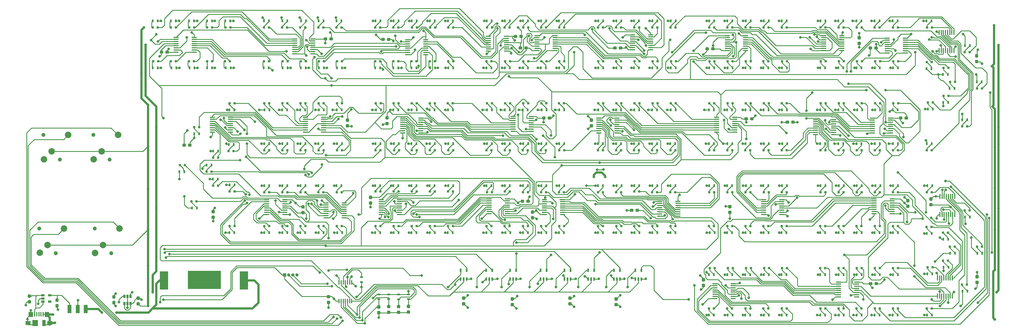
<source format=gbr>
G04 #@! TF.GenerationSoftware,KiCad,Pcbnew,5.1.4+dfsg1-1*
G04 #@! TF.CreationDate,2020-07-30T17:34:22-05:00*
G04 #@! TF.ProjectId,e-cribbage,652d6372-6962-4626-9167-652e6b696361,rev?*
G04 #@! TF.SameCoordinates,Original*
G04 #@! TF.FileFunction,Copper,L1,Top*
G04 #@! TF.FilePolarity,Positive*
%FSLAX46Y46*%
G04 Gerber Fmt 4.6, Leading zero omitted, Abs format (unit mm)*
G04 Created by KiCad (PCBNEW 5.1.4+dfsg1-1) date 2020-07-30 17:34:22*
%MOMM*%
%LPD*%
G04 APERTURE LIST*
G04 #@! TA.AperFunction,Conductor*
%ADD10C,0.100000*%
G04 #@! TD*
G04 #@! TA.AperFunction,SMDPad,CuDef*
%ADD11C,0.950000*%
G04 #@! TD*
G04 #@! TA.AperFunction,SMDPad,CuDef*
%ADD12R,1.600000X0.300000*%
G04 #@! TD*
G04 #@! TA.AperFunction,SMDPad,CuDef*
%ADD13R,0.300000X1.600000*%
G04 #@! TD*
G04 #@! TA.AperFunction,ComponentPad*
%ADD14C,1.219200*%
G04 #@! TD*
G04 #@! TA.AperFunction,ComponentPad*
%ADD15C,1.998980*%
G04 #@! TD*
G04 #@! TA.AperFunction,SMDPad,CuDef*
%ADD16R,0.350000X1.400000*%
G04 #@! TD*
G04 #@! TA.AperFunction,SMDPad,CuDef*
%ADD17R,2.540000X5.588000*%
G04 #@! TD*
G04 #@! TA.AperFunction,SMDPad,CuDef*
%ADD18R,10.160000X5.588000*%
G04 #@! TD*
G04 #@! TA.AperFunction,SMDPad,CuDef*
%ADD19R,1.250000X2.500000*%
G04 #@! TD*
G04 #@! TA.AperFunction,SMDPad,CuDef*
%ADD20R,1.060000X0.650000*%
G04 #@! TD*
G04 #@! TA.AperFunction,SMDPad,CuDef*
%ADD21R,0.650000X1.060000*%
G04 #@! TD*
G04 #@! TA.AperFunction,SMDPad,CuDef*
%ADD22R,1.000000X1.900000*%
G04 #@! TD*
G04 #@! TA.AperFunction,SMDPad,CuDef*
%ADD23R,1.800000X1.900000*%
G04 #@! TD*
G04 #@! TA.AperFunction,SMDPad,CuDef*
%ADD24R,1.650000X1.300000*%
G04 #@! TD*
G04 #@! TA.AperFunction,SMDPad,CuDef*
%ADD25R,1.425000X1.550000*%
G04 #@! TD*
G04 #@! TA.AperFunction,SMDPad,CuDef*
%ADD26R,0.450000X1.380000*%
G04 #@! TD*
G04 #@! TA.AperFunction,SMDPad,CuDef*
%ADD27R,0.900000X0.500000*%
G04 #@! TD*
G04 #@! TA.AperFunction,SMDPad,CuDef*
%ADD28R,0.500000X0.900000*%
G04 #@! TD*
G04 #@! TA.AperFunction,SMDPad,CuDef*
%ADD29R,0.800000X0.800000*%
G04 #@! TD*
G04 #@! TA.AperFunction,ComponentPad*
%ADD30O,1.000000X1.000000*%
G04 #@! TD*
G04 #@! TA.AperFunction,ComponentPad*
%ADD31R,1.000000X1.000000*%
G04 #@! TD*
G04 #@! TA.AperFunction,SMDPad,CuDef*
%ADD32R,0.600000X1.050000*%
G04 #@! TD*
G04 #@! TA.AperFunction,ViaPad*
%ADD33C,0.800000*%
G04 #@! TD*
G04 #@! TA.AperFunction,Conductor*
%ADD34C,0.635000*%
G04 #@! TD*
G04 #@! TA.AperFunction,Conductor*
%ADD35C,0.250000*%
G04 #@! TD*
G04 #@! TA.AperFunction,Conductor*
%ADD36C,0.254000*%
G04 #@! TD*
G04 APERTURE END LIST*
D10*
G04 #@! TO.N,+3V3*
G04 #@! TO.C,C17*
G36*
X147197779Y-90458144D02*
G01*
X147220834Y-90461563D01*
X147243443Y-90467227D01*
X147265387Y-90475079D01*
X147286457Y-90485044D01*
X147306448Y-90497026D01*
X147325168Y-90510910D01*
X147342438Y-90526562D01*
X147358090Y-90543832D01*
X147371974Y-90562552D01*
X147383956Y-90582543D01*
X147393921Y-90603613D01*
X147401773Y-90625557D01*
X147407437Y-90648166D01*
X147410856Y-90671221D01*
X147412000Y-90694500D01*
X147412000Y-91169500D01*
X147410856Y-91192779D01*
X147407437Y-91215834D01*
X147401773Y-91238443D01*
X147393921Y-91260387D01*
X147383956Y-91281457D01*
X147371974Y-91301448D01*
X147358090Y-91320168D01*
X147342438Y-91337438D01*
X147325168Y-91353090D01*
X147306448Y-91366974D01*
X147286457Y-91378956D01*
X147265387Y-91388921D01*
X147243443Y-91396773D01*
X147220834Y-91402437D01*
X147197779Y-91405856D01*
X147174500Y-91407000D01*
X146599500Y-91407000D01*
X146576221Y-91405856D01*
X146553166Y-91402437D01*
X146530557Y-91396773D01*
X146508613Y-91388921D01*
X146487543Y-91378956D01*
X146467552Y-91366974D01*
X146448832Y-91353090D01*
X146431562Y-91337438D01*
X146415910Y-91320168D01*
X146402026Y-91301448D01*
X146390044Y-91281457D01*
X146380079Y-91260387D01*
X146372227Y-91238443D01*
X146366563Y-91215834D01*
X146363144Y-91192779D01*
X146362000Y-91169500D01*
X146362000Y-90694500D01*
X146363144Y-90671221D01*
X146366563Y-90648166D01*
X146372227Y-90625557D01*
X146380079Y-90603613D01*
X146390044Y-90582543D01*
X146402026Y-90562552D01*
X146415910Y-90543832D01*
X146431562Y-90526562D01*
X146448832Y-90510910D01*
X146467552Y-90497026D01*
X146487543Y-90485044D01*
X146508613Y-90475079D01*
X146530557Y-90467227D01*
X146553166Y-90461563D01*
X146576221Y-90458144D01*
X146599500Y-90457000D01*
X147174500Y-90457000D01*
X147197779Y-90458144D01*
X147197779Y-90458144D01*
G37*
D11*
G04 #@! TD*
G04 #@! TO.P,C17,1*
G04 #@! TO.N,+3V3*
X146887000Y-90932000D03*
D10*
G04 #@! TO.N,GND*
G04 #@! TO.C,C17*
G36*
X148947779Y-90458144D02*
G01*
X148970834Y-90461563D01*
X148993443Y-90467227D01*
X149015387Y-90475079D01*
X149036457Y-90485044D01*
X149056448Y-90497026D01*
X149075168Y-90510910D01*
X149092438Y-90526562D01*
X149108090Y-90543832D01*
X149121974Y-90562552D01*
X149133956Y-90582543D01*
X149143921Y-90603613D01*
X149151773Y-90625557D01*
X149157437Y-90648166D01*
X149160856Y-90671221D01*
X149162000Y-90694500D01*
X149162000Y-91169500D01*
X149160856Y-91192779D01*
X149157437Y-91215834D01*
X149151773Y-91238443D01*
X149143921Y-91260387D01*
X149133956Y-91281457D01*
X149121974Y-91301448D01*
X149108090Y-91320168D01*
X149092438Y-91337438D01*
X149075168Y-91353090D01*
X149056448Y-91366974D01*
X149036457Y-91378956D01*
X149015387Y-91388921D01*
X148993443Y-91396773D01*
X148970834Y-91402437D01*
X148947779Y-91405856D01*
X148924500Y-91407000D01*
X148349500Y-91407000D01*
X148326221Y-91405856D01*
X148303166Y-91402437D01*
X148280557Y-91396773D01*
X148258613Y-91388921D01*
X148237543Y-91378956D01*
X148217552Y-91366974D01*
X148198832Y-91353090D01*
X148181562Y-91337438D01*
X148165910Y-91320168D01*
X148152026Y-91301448D01*
X148140044Y-91281457D01*
X148130079Y-91260387D01*
X148122227Y-91238443D01*
X148116563Y-91215834D01*
X148113144Y-91192779D01*
X148112000Y-91169500D01*
X148112000Y-90694500D01*
X148113144Y-90671221D01*
X148116563Y-90648166D01*
X148122227Y-90625557D01*
X148130079Y-90603613D01*
X148140044Y-90582543D01*
X148152026Y-90562552D01*
X148165910Y-90543832D01*
X148181562Y-90526562D01*
X148198832Y-90510910D01*
X148217552Y-90497026D01*
X148237543Y-90485044D01*
X148258613Y-90475079D01*
X148280557Y-90467227D01*
X148303166Y-90461563D01*
X148326221Y-90458144D01*
X148349500Y-90457000D01*
X148924500Y-90457000D01*
X148947779Y-90458144D01*
X148947779Y-90458144D01*
G37*
D11*
G04 #@! TD*
G04 #@! TO.P,C17,2*
G04 #@! TO.N,GND*
X148637000Y-90932000D03*
D10*
G04 #@! TO.N,+3V3*
G04 #@! TO.C,C1*
G36*
X98401779Y-94522144D02*
G01*
X98424834Y-94525563D01*
X98447443Y-94531227D01*
X98469387Y-94539079D01*
X98490457Y-94549044D01*
X98510448Y-94561026D01*
X98529168Y-94574910D01*
X98546438Y-94590562D01*
X98562090Y-94607832D01*
X98575974Y-94626552D01*
X98587956Y-94646543D01*
X98597921Y-94667613D01*
X98605773Y-94689557D01*
X98611437Y-94712166D01*
X98614856Y-94735221D01*
X98616000Y-94758500D01*
X98616000Y-95233500D01*
X98614856Y-95256779D01*
X98611437Y-95279834D01*
X98605773Y-95302443D01*
X98597921Y-95324387D01*
X98587956Y-95345457D01*
X98575974Y-95365448D01*
X98562090Y-95384168D01*
X98546438Y-95401438D01*
X98529168Y-95417090D01*
X98510448Y-95430974D01*
X98490457Y-95442956D01*
X98469387Y-95452921D01*
X98447443Y-95460773D01*
X98424834Y-95466437D01*
X98401779Y-95469856D01*
X98378500Y-95471000D01*
X97803500Y-95471000D01*
X97780221Y-95469856D01*
X97757166Y-95466437D01*
X97734557Y-95460773D01*
X97712613Y-95452921D01*
X97691543Y-95442956D01*
X97671552Y-95430974D01*
X97652832Y-95417090D01*
X97635562Y-95401438D01*
X97619910Y-95384168D01*
X97606026Y-95365448D01*
X97594044Y-95345457D01*
X97584079Y-95324387D01*
X97576227Y-95302443D01*
X97570563Y-95279834D01*
X97567144Y-95256779D01*
X97566000Y-95233500D01*
X97566000Y-94758500D01*
X97567144Y-94735221D01*
X97570563Y-94712166D01*
X97576227Y-94689557D01*
X97584079Y-94667613D01*
X97594044Y-94646543D01*
X97606026Y-94626552D01*
X97619910Y-94607832D01*
X97635562Y-94590562D01*
X97652832Y-94574910D01*
X97671552Y-94561026D01*
X97691543Y-94549044D01*
X97712613Y-94539079D01*
X97734557Y-94531227D01*
X97757166Y-94525563D01*
X97780221Y-94522144D01*
X97803500Y-94521000D01*
X98378500Y-94521000D01*
X98401779Y-94522144D01*
X98401779Y-94522144D01*
G37*
D11*
G04 #@! TD*
G04 #@! TO.P,C1,1*
G04 #@! TO.N,+3V3*
X98091000Y-94996000D03*
D10*
G04 #@! TO.N,GND*
G04 #@! TO.C,C1*
G36*
X96651779Y-94522144D02*
G01*
X96674834Y-94525563D01*
X96697443Y-94531227D01*
X96719387Y-94539079D01*
X96740457Y-94549044D01*
X96760448Y-94561026D01*
X96779168Y-94574910D01*
X96796438Y-94590562D01*
X96812090Y-94607832D01*
X96825974Y-94626552D01*
X96837956Y-94646543D01*
X96847921Y-94667613D01*
X96855773Y-94689557D01*
X96861437Y-94712166D01*
X96864856Y-94735221D01*
X96866000Y-94758500D01*
X96866000Y-95233500D01*
X96864856Y-95256779D01*
X96861437Y-95279834D01*
X96855773Y-95302443D01*
X96847921Y-95324387D01*
X96837956Y-95345457D01*
X96825974Y-95365448D01*
X96812090Y-95384168D01*
X96796438Y-95401438D01*
X96779168Y-95417090D01*
X96760448Y-95430974D01*
X96740457Y-95442956D01*
X96719387Y-95452921D01*
X96697443Y-95460773D01*
X96674834Y-95466437D01*
X96651779Y-95469856D01*
X96628500Y-95471000D01*
X96053500Y-95471000D01*
X96030221Y-95469856D01*
X96007166Y-95466437D01*
X95984557Y-95460773D01*
X95962613Y-95452921D01*
X95941543Y-95442956D01*
X95921552Y-95430974D01*
X95902832Y-95417090D01*
X95885562Y-95401438D01*
X95869910Y-95384168D01*
X95856026Y-95365448D01*
X95844044Y-95345457D01*
X95834079Y-95324387D01*
X95826227Y-95302443D01*
X95820563Y-95279834D01*
X95817144Y-95256779D01*
X95816000Y-95233500D01*
X95816000Y-94758500D01*
X95817144Y-94735221D01*
X95820563Y-94712166D01*
X95826227Y-94689557D01*
X95834079Y-94667613D01*
X95844044Y-94646543D01*
X95856026Y-94626552D01*
X95869910Y-94607832D01*
X95885562Y-94590562D01*
X95902832Y-94574910D01*
X95921552Y-94561026D01*
X95941543Y-94549044D01*
X95962613Y-94539079D01*
X95984557Y-94531227D01*
X96007166Y-94525563D01*
X96030221Y-94522144D01*
X96053500Y-94521000D01*
X96628500Y-94521000D01*
X96651779Y-94522144D01*
X96651779Y-94522144D01*
G37*
D11*
G04 #@! TD*
G04 #@! TO.P,C1,2*
G04 #@! TO.N,GND*
X96341000Y-94996000D03*
D10*
G04 #@! TO.N,VS*
G04 #@! TO.C,C2*
G36*
X148088779Y-169863144D02*
G01*
X148111834Y-169866563D01*
X148134443Y-169872227D01*
X148156387Y-169880079D01*
X148177457Y-169890044D01*
X148197448Y-169902026D01*
X148216168Y-169915910D01*
X148233438Y-169931562D01*
X148249090Y-169948832D01*
X148262974Y-169967552D01*
X148274956Y-169987543D01*
X148284921Y-170008613D01*
X148292773Y-170030557D01*
X148298437Y-170053166D01*
X148301856Y-170076221D01*
X148303000Y-170099500D01*
X148303000Y-170674500D01*
X148301856Y-170697779D01*
X148298437Y-170720834D01*
X148292773Y-170743443D01*
X148284921Y-170765387D01*
X148274956Y-170786457D01*
X148262974Y-170806448D01*
X148249090Y-170825168D01*
X148233438Y-170842438D01*
X148216168Y-170858090D01*
X148197448Y-170871974D01*
X148177457Y-170883956D01*
X148156387Y-170893921D01*
X148134443Y-170901773D01*
X148111834Y-170907437D01*
X148088779Y-170910856D01*
X148065500Y-170912000D01*
X147590500Y-170912000D01*
X147567221Y-170910856D01*
X147544166Y-170907437D01*
X147521557Y-170901773D01*
X147499613Y-170893921D01*
X147478543Y-170883956D01*
X147458552Y-170871974D01*
X147439832Y-170858090D01*
X147422562Y-170842438D01*
X147406910Y-170825168D01*
X147393026Y-170806448D01*
X147381044Y-170786457D01*
X147371079Y-170765387D01*
X147363227Y-170743443D01*
X147357563Y-170720834D01*
X147354144Y-170697779D01*
X147353000Y-170674500D01*
X147353000Y-170099500D01*
X147354144Y-170076221D01*
X147357563Y-170053166D01*
X147363227Y-170030557D01*
X147371079Y-170008613D01*
X147381044Y-169987543D01*
X147393026Y-169967552D01*
X147406910Y-169948832D01*
X147422562Y-169931562D01*
X147439832Y-169915910D01*
X147458552Y-169902026D01*
X147478543Y-169890044D01*
X147499613Y-169880079D01*
X147521557Y-169872227D01*
X147544166Y-169866563D01*
X147567221Y-169863144D01*
X147590500Y-169862000D01*
X148065500Y-169862000D01*
X148088779Y-169863144D01*
X148088779Y-169863144D01*
G37*
D11*
G04 #@! TD*
G04 #@! TO.P,C2,1*
G04 #@! TO.N,VS*
X147828000Y-170387000D03*
D10*
G04 #@! TO.N,GND*
G04 #@! TO.C,C2*
G36*
X148088779Y-171613144D02*
G01*
X148111834Y-171616563D01*
X148134443Y-171622227D01*
X148156387Y-171630079D01*
X148177457Y-171640044D01*
X148197448Y-171652026D01*
X148216168Y-171665910D01*
X148233438Y-171681562D01*
X148249090Y-171698832D01*
X148262974Y-171717552D01*
X148274956Y-171737543D01*
X148284921Y-171758613D01*
X148292773Y-171780557D01*
X148298437Y-171803166D01*
X148301856Y-171826221D01*
X148303000Y-171849500D01*
X148303000Y-172424500D01*
X148301856Y-172447779D01*
X148298437Y-172470834D01*
X148292773Y-172493443D01*
X148284921Y-172515387D01*
X148274956Y-172536457D01*
X148262974Y-172556448D01*
X148249090Y-172575168D01*
X148233438Y-172592438D01*
X148216168Y-172608090D01*
X148197448Y-172621974D01*
X148177457Y-172633956D01*
X148156387Y-172643921D01*
X148134443Y-172651773D01*
X148111834Y-172657437D01*
X148088779Y-172660856D01*
X148065500Y-172662000D01*
X147590500Y-172662000D01*
X147567221Y-172660856D01*
X147544166Y-172657437D01*
X147521557Y-172651773D01*
X147499613Y-172643921D01*
X147478543Y-172633956D01*
X147458552Y-172621974D01*
X147439832Y-172608090D01*
X147422562Y-172592438D01*
X147406910Y-172575168D01*
X147393026Y-172556448D01*
X147381044Y-172536457D01*
X147371079Y-172515387D01*
X147363227Y-172493443D01*
X147357563Y-172470834D01*
X147354144Y-172447779D01*
X147353000Y-172424500D01*
X147353000Y-171849500D01*
X147354144Y-171826221D01*
X147357563Y-171803166D01*
X147363227Y-171780557D01*
X147371079Y-171758613D01*
X147381044Y-171737543D01*
X147393026Y-171717552D01*
X147406910Y-171698832D01*
X147422562Y-171681562D01*
X147439832Y-171665910D01*
X147458552Y-171652026D01*
X147478543Y-171640044D01*
X147499613Y-171630079D01*
X147521557Y-171622227D01*
X147544166Y-171616563D01*
X147567221Y-171613144D01*
X147590500Y-171612000D01*
X148065500Y-171612000D01*
X148088779Y-171613144D01*
X148088779Y-171613144D01*
G37*
D11*
G04 #@! TD*
G04 #@! TO.P,C2,2*
G04 #@! TO.N,GND*
X147828000Y-172137000D03*
D10*
G04 #@! TO.N,+3V3*
G04 #@! TO.C,C3*
G36*
X166680779Y-90585144D02*
G01*
X166703834Y-90588563D01*
X166726443Y-90594227D01*
X166748387Y-90602079D01*
X166769457Y-90612044D01*
X166789448Y-90624026D01*
X166808168Y-90637910D01*
X166825438Y-90653562D01*
X166841090Y-90670832D01*
X166854974Y-90689552D01*
X166866956Y-90709543D01*
X166876921Y-90730613D01*
X166884773Y-90752557D01*
X166890437Y-90775166D01*
X166893856Y-90798221D01*
X166895000Y-90821500D01*
X166895000Y-91296500D01*
X166893856Y-91319779D01*
X166890437Y-91342834D01*
X166884773Y-91365443D01*
X166876921Y-91387387D01*
X166866956Y-91408457D01*
X166854974Y-91428448D01*
X166841090Y-91447168D01*
X166825438Y-91464438D01*
X166808168Y-91480090D01*
X166789448Y-91493974D01*
X166769457Y-91505956D01*
X166748387Y-91515921D01*
X166726443Y-91523773D01*
X166703834Y-91529437D01*
X166680779Y-91532856D01*
X166657500Y-91534000D01*
X166082500Y-91534000D01*
X166059221Y-91532856D01*
X166036166Y-91529437D01*
X166013557Y-91523773D01*
X165991613Y-91515921D01*
X165970543Y-91505956D01*
X165950552Y-91493974D01*
X165931832Y-91480090D01*
X165914562Y-91464438D01*
X165898910Y-91447168D01*
X165885026Y-91428448D01*
X165873044Y-91408457D01*
X165863079Y-91387387D01*
X165855227Y-91365443D01*
X165849563Y-91342834D01*
X165846144Y-91319779D01*
X165845000Y-91296500D01*
X165845000Y-90821500D01*
X165846144Y-90798221D01*
X165849563Y-90775166D01*
X165855227Y-90752557D01*
X165863079Y-90730613D01*
X165873044Y-90709543D01*
X165885026Y-90689552D01*
X165898910Y-90670832D01*
X165914562Y-90653562D01*
X165931832Y-90637910D01*
X165950552Y-90624026D01*
X165970543Y-90612044D01*
X165991613Y-90602079D01*
X166013557Y-90594227D01*
X166036166Y-90588563D01*
X166059221Y-90585144D01*
X166082500Y-90584000D01*
X166657500Y-90584000D01*
X166680779Y-90585144D01*
X166680779Y-90585144D01*
G37*
D11*
G04 #@! TD*
G04 #@! TO.P,C3,1*
G04 #@! TO.N,+3V3*
X166370000Y-91059000D03*
D10*
G04 #@! TO.N,GND*
G04 #@! TO.C,C3*
G36*
X164930779Y-90585144D02*
G01*
X164953834Y-90588563D01*
X164976443Y-90594227D01*
X164998387Y-90602079D01*
X165019457Y-90612044D01*
X165039448Y-90624026D01*
X165058168Y-90637910D01*
X165075438Y-90653562D01*
X165091090Y-90670832D01*
X165104974Y-90689552D01*
X165116956Y-90709543D01*
X165126921Y-90730613D01*
X165134773Y-90752557D01*
X165140437Y-90775166D01*
X165143856Y-90798221D01*
X165145000Y-90821500D01*
X165145000Y-91296500D01*
X165143856Y-91319779D01*
X165140437Y-91342834D01*
X165134773Y-91365443D01*
X165126921Y-91387387D01*
X165116956Y-91408457D01*
X165104974Y-91428448D01*
X165091090Y-91447168D01*
X165075438Y-91464438D01*
X165058168Y-91480090D01*
X165039448Y-91493974D01*
X165019457Y-91505956D01*
X164998387Y-91515921D01*
X164976443Y-91523773D01*
X164953834Y-91529437D01*
X164930779Y-91532856D01*
X164907500Y-91534000D01*
X164332500Y-91534000D01*
X164309221Y-91532856D01*
X164286166Y-91529437D01*
X164263557Y-91523773D01*
X164241613Y-91515921D01*
X164220543Y-91505956D01*
X164200552Y-91493974D01*
X164181832Y-91480090D01*
X164164562Y-91464438D01*
X164148910Y-91447168D01*
X164135026Y-91428448D01*
X164123044Y-91408457D01*
X164113079Y-91387387D01*
X164105227Y-91365443D01*
X164099563Y-91342834D01*
X164096144Y-91319779D01*
X164095000Y-91296500D01*
X164095000Y-90821500D01*
X164096144Y-90798221D01*
X164099563Y-90775166D01*
X164105227Y-90752557D01*
X164113079Y-90730613D01*
X164123044Y-90709543D01*
X164135026Y-90689552D01*
X164148910Y-90670832D01*
X164164562Y-90653562D01*
X164181832Y-90637910D01*
X164200552Y-90624026D01*
X164220543Y-90612044D01*
X164241613Y-90602079D01*
X164263557Y-90594227D01*
X164286166Y-90588563D01*
X164309221Y-90585144D01*
X164332500Y-90584000D01*
X164907500Y-90584000D01*
X164930779Y-90585144D01*
X164930779Y-90585144D01*
G37*
D11*
G04 #@! TD*
G04 #@! TO.P,C3,2*
G04 #@! TO.N,GND*
X164620000Y-91059000D03*
D10*
G04 #@! TO.N,+3V3*
G04 #@! TO.C,C5*
G36*
X266615779Y-93506144D02*
G01*
X266638834Y-93509563D01*
X266661443Y-93515227D01*
X266683387Y-93523079D01*
X266704457Y-93533044D01*
X266724448Y-93545026D01*
X266743168Y-93558910D01*
X266760438Y-93574562D01*
X266776090Y-93591832D01*
X266789974Y-93610552D01*
X266801956Y-93630543D01*
X266811921Y-93651613D01*
X266819773Y-93673557D01*
X266825437Y-93696166D01*
X266828856Y-93719221D01*
X266830000Y-93742500D01*
X266830000Y-94217500D01*
X266828856Y-94240779D01*
X266825437Y-94263834D01*
X266819773Y-94286443D01*
X266811921Y-94308387D01*
X266801956Y-94329457D01*
X266789974Y-94349448D01*
X266776090Y-94368168D01*
X266760438Y-94385438D01*
X266743168Y-94401090D01*
X266724448Y-94414974D01*
X266704457Y-94426956D01*
X266683387Y-94436921D01*
X266661443Y-94444773D01*
X266638834Y-94450437D01*
X266615779Y-94453856D01*
X266592500Y-94455000D01*
X266017500Y-94455000D01*
X265994221Y-94453856D01*
X265971166Y-94450437D01*
X265948557Y-94444773D01*
X265926613Y-94436921D01*
X265905543Y-94426956D01*
X265885552Y-94414974D01*
X265866832Y-94401090D01*
X265849562Y-94385438D01*
X265833910Y-94368168D01*
X265820026Y-94349448D01*
X265808044Y-94329457D01*
X265798079Y-94308387D01*
X265790227Y-94286443D01*
X265784563Y-94263834D01*
X265781144Y-94240779D01*
X265780000Y-94217500D01*
X265780000Y-93742500D01*
X265781144Y-93719221D01*
X265784563Y-93696166D01*
X265790227Y-93673557D01*
X265798079Y-93651613D01*
X265808044Y-93630543D01*
X265820026Y-93610552D01*
X265833910Y-93591832D01*
X265849562Y-93574562D01*
X265866832Y-93558910D01*
X265885552Y-93545026D01*
X265905543Y-93533044D01*
X265926613Y-93523079D01*
X265948557Y-93515227D01*
X265971166Y-93509563D01*
X265994221Y-93506144D01*
X266017500Y-93505000D01*
X266592500Y-93505000D01*
X266615779Y-93506144D01*
X266615779Y-93506144D01*
G37*
D11*
G04 #@! TD*
G04 #@! TO.P,C5,1*
G04 #@! TO.N,+3V3*
X266305000Y-93980000D03*
D10*
G04 #@! TO.N,GND*
G04 #@! TO.C,C5*
G36*
X264865779Y-93506144D02*
G01*
X264888834Y-93509563D01*
X264911443Y-93515227D01*
X264933387Y-93523079D01*
X264954457Y-93533044D01*
X264974448Y-93545026D01*
X264993168Y-93558910D01*
X265010438Y-93574562D01*
X265026090Y-93591832D01*
X265039974Y-93610552D01*
X265051956Y-93630543D01*
X265061921Y-93651613D01*
X265069773Y-93673557D01*
X265075437Y-93696166D01*
X265078856Y-93719221D01*
X265080000Y-93742500D01*
X265080000Y-94217500D01*
X265078856Y-94240779D01*
X265075437Y-94263834D01*
X265069773Y-94286443D01*
X265061921Y-94308387D01*
X265051956Y-94329457D01*
X265039974Y-94349448D01*
X265026090Y-94368168D01*
X265010438Y-94385438D01*
X264993168Y-94401090D01*
X264974448Y-94414974D01*
X264954457Y-94426956D01*
X264933387Y-94436921D01*
X264911443Y-94444773D01*
X264888834Y-94450437D01*
X264865779Y-94453856D01*
X264842500Y-94455000D01*
X264267500Y-94455000D01*
X264244221Y-94453856D01*
X264221166Y-94450437D01*
X264198557Y-94444773D01*
X264176613Y-94436921D01*
X264155543Y-94426956D01*
X264135552Y-94414974D01*
X264116832Y-94401090D01*
X264099562Y-94385438D01*
X264083910Y-94368168D01*
X264070026Y-94349448D01*
X264058044Y-94329457D01*
X264048079Y-94308387D01*
X264040227Y-94286443D01*
X264034563Y-94263834D01*
X264031144Y-94240779D01*
X264030000Y-94217500D01*
X264030000Y-93742500D01*
X264031144Y-93719221D01*
X264034563Y-93696166D01*
X264040227Y-93673557D01*
X264048079Y-93651613D01*
X264058044Y-93630543D01*
X264070026Y-93610552D01*
X264083910Y-93591832D01*
X264099562Y-93574562D01*
X264116832Y-93558910D01*
X264135552Y-93545026D01*
X264155543Y-93533044D01*
X264176613Y-93523079D01*
X264198557Y-93515227D01*
X264221166Y-93509563D01*
X264244221Y-93506144D01*
X264267500Y-93505000D01*
X264842500Y-93505000D01*
X264865779Y-93506144D01*
X264865779Y-93506144D01*
G37*
D11*
G04 #@! TD*
G04 #@! TO.P,C5,2*
G04 #@! TO.N,GND*
X264555000Y-93980000D03*
D10*
G04 #@! TO.N,+3V3*
G04 #@! TO.C,C6*
G36*
X316907779Y-93252144D02*
G01*
X316930834Y-93255563D01*
X316953443Y-93261227D01*
X316975387Y-93269079D01*
X316996457Y-93279044D01*
X317016448Y-93291026D01*
X317035168Y-93304910D01*
X317052438Y-93320562D01*
X317068090Y-93337832D01*
X317081974Y-93356552D01*
X317093956Y-93376543D01*
X317103921Y-93397613D01*
X317111773Y-93419557D01*
X317117437Y-93442166D01*
X317120856Y-93465221D01*
X317122000Y-93488500D01*
X317122000Y-93963500D01*
X317120856Y-93986779D01*
X317117437Y-94009834D01*
X317111773Y-94032443D01*
X317103921Y-94054387D01*
X317093956Y-94075457D01*
X317081974Y-94095448D01*
X317068090Y-94114168D01*
X317052438Y-94131438D01*
X317035168Y-94147090D01*
X317016448Y-94160974D01*
X316996457Y-94172956D01*
X316975387Y-94182921D01*
X316953443Y-94190773D01*
X316930834Y-94196437D01*
X316907779Y-94199856D01*
X316884500Y-94201000D01*
X316309500Y-94201000D01*
X316286221Y-94199856D01*
X316263166Y-94196437D01*
X316240557Y-94190773D01*
X316218613Y-94182921D01*
X316197543Y-94172956D01*
X316177552Y-94160974D01*
X316158832Y-94147090D01*
X316141562Y-94131438D01*
X316125910Y-94114168D01*
X316112026Y-94095448D01*
X316100044Y-94075457D01*
X316090079Y-94054387D01*
X316082227Y-94032443D01*
X316076563Y-94009834D01*
X316073144Y-93986779D01*
X316072000Y-93963500D01*
X316072000Y-93488500D01*
X316073144Y-93465221D01*
X316076563Y-93442166D01*
X316082227Y-93419557D01*
X316090079Y-93397613D01*
X316100044Y-93376543D01*
X316112026Y-93356552D01*
X316125910Y-93337832D01*
X316141562Y-93320562D01*
X316158832Y-93304910D01*
X316177552Y-93291026D01*
X316197543Y-93279044D01*
X316218613Y-93269079D01*
X316240557Y-93261227D01*
X316263166Y-93255563D01*
X316286221Y-93252144D01*
X316309500Y-93251000D01*
X316884500Y-93251000D01*
X316907779Y-93252144D01*
X316907779Y-93252144D01*
G37*
D11*
G04 #@! TD*
G04 #@! TO.P,C6,1*
G04 #@! TO.N,+3V3*
X316597000Y-93726000D03*
D10*
G04 #@! TO.N,GND*
G04 #@! TO.C,C6*
G36*
X315157779Y-93252144D02*
G01*
X315180834Y-93255563D01*
X315203443Y-93261227D01*
X315225387Y-93269079D01*
X315246457Y-93279044D01*
X315266448Y-93291026D01*
X315285168Y-93304910D01*
X315302438Y-93320562D01*
X315318090Y-93337832D01*
X315331974Y-93356552D01*
X315343956Y-93376543D01*
X315353921Y-93397613D01*
X315361773Y-93419557D01*
X315367437Y-93442166D01*
X315370856Y-93465221D01*
X315372000Y-93488500D01*
X315372000Y-93963500D01*
X315370856Y-93986779D01*
X315367437Y-94009834D01*
X315361773Y-94032443D01*
X315353921Y-94054387D01*
X315343956Y-94075457D01*
X315331974Y-94095448D01*
X315318090Y-94114168D01*
X315302438Y-94131438D01*
X315285168Y-94147090D01*
X315266448Y-94160974D01*
X315246457Y-94172956D01*
X315225387Y-94182921D01*
X315203443Y-94190773D01*
X315180834Y-94196437D01*
X315157779Y-94199856D01*
X315134500Y-94201000D01*
X314559500Y-94201000D01*
X314536221Y-94199856D01*
X314513166Y-94196437D01*
X314490557Y-94190773D01*
X314468613Y-94182921D01*
X314447543Y-94172956D01*
X314427552Y-94160974D01*
X314408832Y-94147090D01*
X314391562Y-94131438D01*
X314375910Y-94114168D01*
X314362026Y-94095448D01*
X314350044Y-94075457D01*
X314340079Y-94054387D01*
X314332227Y-94032443D01*
X314326563Y-94009834D01*
X314323144Y-93986779D01*
X314322000Y-93963500D01*
X314322000Y-93488500D01*
X314323144Y-93465221D01*
X314326563Y-93442166D01*
X314332227Y-93419557D01*
X314340079Y-93397613D01*
X314350044Y-93376543D01*
X314362026Y-93356552D01*
X314375910Y-93337832D01*
X314391562Y-93320562D01*
X314408832Y-93304910D01*
X314427552Y-93291026D01*
X314447543Y-93279044D01*
X314468613Y-93269079D01*
X314490557Y-93261227D01*
X314513166Y-93255563D01*
X314536221Y-93252144D01*
X314559500Y-93251000D01*
X315134500Y-93251000D01*
X315157779Y-93252144D01*
X315157779Y-93252144D01*
G37*
D11*
G04 #@! TD*
G04 #@! TO.P,C6,2*
G04 #@! TO.N,GND*
X314847000Y-93726000D03*
D10*
G04 #@! TO.N,+3V3*
G04 #@! TO.C,C7*
G36*
X324489779Y-114842144D02*
G01*
X324512834Y-114845563D01*
X324535443Y-114851227D01*
X324557387Y-114859079D01*
X324578457Y-114869044D01*
X324598448Y-114881026D01*
X324617168Y-114894910D01*
X324634438Y-114910562D01*
X324650090Y-114927832D01*
X324663974Y-114946552D01*
X324675956Y-114966543D01*
X324685921Y-114987613D01*
X324693773Y-115009557D01*
X324699437Y-115032166D01*
X324702856Y-115055221D01*
X324704000Y-115078500D01*
X324704000Y-115553500D01*
X324702856Y-115576779D01*
X324699437Y-115599834D01*
X324693773Y-115622443D01*
X324685921Y-115644387D01*
X324675956Y-115665457D01*
X324663974Y-115685448D01*
X324650090Y-115704168D01*
X324634438Y-115721438D01*
X324617168Y-115737090D01*
X324598448Y-115750974D01*
X324578457Y-115762956D01*
X324557387Y-115772921D01*
X324535443Y-115780773D01*
X324512834Y-115786437D01*
X324489779Y-115789856D01*
X324466500Y-115791000D01*
X323891500Y-115791000D01*
X323868221Y-115789856D01*
X323845166Y-115786437D01*
X323822557Y-115780773D01*
X323800613Y-115772921D01*
X323779543Y-115762956D01*
X323759552Y-115750974D01*
X323740832Y-115737090D01*
X323723562Y-115721438D01*
X323707910Y-115704168D01*
X323694026Y-115685448D01*
X323682044Y-115665457D01*
X323672079Y-115644387D01*
X323664227Y-115622443D01*
X323658563Y-115599834D01*
X323655144Y-115576779D01*
X323654000Y-115553500D01*
X323654000Y-115078500D01*
X323655144Y-115055221D01*
X323658563Y-115032166D01*
X323664227Y-115009557D01*
X323672079Y-114987613D01*
X323682044Y-114966543D01*
X323694026Y-114946552D01*
X323707910Y-114927832D01*
X323723562Y-114910562D01*
X323740832Y-114894910D01*
X323759552Y-114881026D01*
X323779543Y-114869044D01*
X323800613Y-114859079D01*
X323822557Y-114851227D01*
X323845166Y-114845563D01*
X323868221Y-114842144D01*
X323891500Y-114841000D01*
X324466500Y-114841000D01*
X324489779Y-114842144D01*
X324489779Y-114842144D01*
G37*
D11*
G04 #@! TD*
G04 #@! TO.P,C7,1*
G04 #@! TO.N,+3V3*
X324179000Y-115316000D03*
D10*
G04 #@! TO.N,GND*
G04 #@! TO.C,C7*
G36*
X326239779Y-114842144D02*
G01*
X326262834Y-114845563D01*
X326285443Y-114851227D01*
X326307387Y-114859079D01*
X326328457Y-114869044D01*
X326348448Y-114881026D01*
X326367168Y-114894910D01*
X326384438Y-114910562D01*
X326400090Y-114927832D01*
X326413974Y-114946552D01*
X326425956Y-114966543D01*
X326435921Y-114987613D01*
X326443773Y-115009557D01*
X326449437Y-115032166D01*
X326452856Y-115055221D01*
X326454000Y-115078500D01*
X326454000Y-115553500D01*
X326452856Y-115576779D01*
X326449437Y-115599834D01*
X326443773Y-115622443D01*
X326435921Y-115644387D01*
X326425956Y-115665457D01*
X326413974Y-115685448D01*
X326400090Y-115704168D01*
X326384438Y-115721438D01*
X326367168Y-115737090D01*
X326348448Y-115750974D01*
X326328457Y-115762956D01*
X326307387Y-115772921D01*
X326285443Y-115780773D01*
X326262834Y-115786437D01*
X326239779Y-115789856D01*
X326216500Y-115791000D01*
X325641500Y-115791000D01*
X325618221Y-115789856D01*
X325595166Y-115786437D01*
X325572557Y-115780773D01*
X325550613Y-115772921D01*
X325529543Y-115762956D01*
X325509552Y-115750974D01*
X325490832Y-115737090D01*
X325473562Y-115721438D01*
X325457910Y-115704168D01*
X325444026Y-115685448D01*
X325432044Y-115665457D01*
X325422079Y-115644387D01*
X325414227Y-115622443D01*
X325408563Y-115599834D01*
X325405144Y-115576779D01*
X325404000Y-115553500D01*
X325404000Y-115078500D01*
X325405144Y-115055221D01*
X325408563Y-115032166D01*
X325414227Y-115009557D01*
X325422079Y-114987613D01*
X325432044Y-114966543D01*
X325444026Y-114946552D01*
X325457910Y-114927832D01*
X325473562Y-114910562D01*
X325490832Y-114894910D01*
X325509552Y-114881026D01*
X325529543Y-114869044D01*
X325550613Y-114859079D01*
X325572557Y-114851227D01*
X325595166Y-114845563D01*
X325618221Y-114842144D01*
X325641500Y-114841000D01*
X326216500Y-114841000D01*
X326239779Y-114842144D01*
X326239779Y-114842144D01*
G37*
D11*
G04 #@! TD*
G04 #@! TO.P,C7,2*
G04 #@! TO.N,GND*
X325929000Y-115316000D03*
D10*
G04 #@! TO.N,+3V3*
G04 #@! TO.C,C8*
G36*
X276869779Y-115096144D02*
G01*
X276892834Y-115099563D01*
X276915443Y-115105227D01*
X276937387Y-115113079D01*
X276958457Y-115123044D01*
X276978448Y-115135026D01*
X276997168Y-115148910D01*
X277014438Y-115164562D01*
X277030090Y-115181832D01*
X277043974Y-115200552D01*
X277055956Y-115220543D01*
X277065921Y-115241613D01*
X277073773Y-115263557D01*
X277079437Y-115286166D01*
X277082856Y-115309221D01*
X277084000Y-115332500D01*
X277084000Y-115807500D01*
X277082856Y-115830779D01*
X277079437Y-115853834D01*
X277073773Y-115876443D01*
X277065921Y-115898387D01*
X277055956Y-115919457D01*
X277043974Y-115939448D01*
X277030090Y-115958168D01*
X277014438Y-115975438D01*
X276997168Y-115991090D01*
X276978448Y-116004974D01*
X276958457Y-116016956D01*
X276937387Y-116026921D01*
X276915443Y-116034773D01*
X276892834Y-116040437D01*
X276869779Y-116043856D01*
X276846500Y-116045000D01*
X276271500Y-116045000D01*
X276248221Y-116043856D01*
X276225166Y-116040437D01*
X276202557Y-116034773D01*
X276180613Y-116026921D01*
X276159543Y-116016956D01*
X276139552Y-116004974D01*
X276120832Y-115991090D01*
X276103562Y-115975438D01*
X276087910Y-115958168D01*
X276074026Y-115939448D01*
X276062044Y-115919457D01*
X276052079Y-115898387D01*
X276044227Y-115876443D01*
X276038563Y-115853834D01*
X276035144Y-115830779D01*
X276034000Y-115807500D01*
X276034000Y-115332500D01*
X276035144Y-115309221D01*
X276038563Y-115286166D01*
X276044227Y-115263557D01*
X276052079Y-115241613D01*
X276062044Y-115220543D01*
X276074026Y-115200552D01*
X276087910Y-115181832D01*
X276103562Y-115164562D01*
X276120832Y-115148910D01*
X276139552Y-115135026D01*
X276159543Y-115123044D01*
X276180613Y-115113079D01*
X276202557Y-115105227D01*
X276225166Y-115099563D01*
X276248221Y-115096144D01*
X276271500Y-115095000D01*
X276846500Y-115095000D01*
X276869779Y-115096144D01*
X276869779Y-115096144D01*
G37*
D11*
G04 #@! TD*
G04 #@! TO.P,C8,1*
G04 #@! TO.N,+3V3*
X276559000Y-115570000D03*
D10*
G04 #@! TO.N,GND*
G04 #@! TO.C,C8*
G36*
X278619779Y-115096144D02*
G01*
X278642834Y-115099563D01*
X278665443Y-115105227D01*
X278687387Y-115113079D01*
X278708457Y-115123044D01*
X278728448Y-115135026D01*
X278747168Y-115148910D01*
X278764438Y-115164562D01*
X278780090Y-115181832D01*
X278793974Y-115200552D01*
X278805956Y-115220543D01*
X278815921Y-115241613D01*
X278823773Y-115263557D01*
X278829437Y-115286166D01*
X278832856Y-115309221D01*
X278834000Y-115332500D01*
X278834000Y-115807500D01*
X278832856Y-115830779D01*
X278829437Y-115853834D01*
X278823773Y-115876443D01*
X278815921Y-115898387D01*
X278805956Y-115919457D01*
X278793974Y-115939448D01*
X278780090Y-115958168D01*
X278764438Y-115975438D01*
X278747168Y-115991090D01*
X278728448Y-116004974D01*
X278708457Y-116016956D01*
X278687387Y-116026921D01*
X278665443Y-116034773D01*
X278642834Y-116040437D01*
X278619779Y-116043856D01*
X278596500Y-116045000D01*
X278021500Y-116045000D01*
X277998221Y-116043856D01*
X277975166Y-116040437D01*
X277952557Y-116034773D01*
X277930613Y-116026921D01*
X277909543Y-116016956D01*
X277889552Y-116004974D01*
X277870832Y-115991090D01*
X277853562Y-115975438D01*
X277837910Y-115958168D01*
X277824026Y-115939448D01*
X277812044Y-115919457D01*
X277802079Y-115898387D01*
X277794227Y-115876443D01*
X277788563Y-115853834D01*
X277785144Y-115830779D01*
X277784000Y-115807500D01*
X277784000Y-115332500D01*
X277785144Y-115309221D01*
X277788563Y-115286166D01*
X277794227Y-115263557D01*
X277802079Y-115241613D01*
X277812044Y-115220543D01*
X277824026Y-115200552D01*
X277837910Y-115181832D01*
X277853562Y-115164562D01*
X277870832Y-115148910D01*
X277889552Y-115135026D01*
X277909543Y-115123044D01*
X277930613Y-115113079D01*
X277952557Y-115105227D01*
X277975166Y-115099563D01*
X277998221Y-115096144D01*
X278021500Y-115095000D01*
X278596500Y-115095000D01*
X278619779Y-115096144D01*
X278619779Y-115096144D01*
G37*
D11*
G04 #@! TD*
G04 #@! TO.P,C8,2*
G04 #@! TO.N,GND*
X278309000Y-115570000D03*
D10*
G04 #@! TO.N,+3V3*
G04 #@! TO.C,C9*
G36*
X214507779Y-114842144D02*
G01*
X214530834Y-114845563D01*
X214553443Y-114851227D01*
X214575387Y-114859079D01*
X214596457Y-114869044D01*
X214616448Y-114881026D01*
X214635168Y-114894910D01*
X214652438Y-114910562D01*
X214668090Y-114927832D01*
X214681974Y-114946552D01*
X214693956Y-114966543D01*
X214703921Y-114987613D01*
X214711773Y-115009557D01*
X214717437Y-115032166D01*
X214720856Y-115055221D01*
X214722000Y-115078500D01*
X214722000Y-115553500D01*
X214720856Y-115576779D01*
X214717437Y-115599834D01*
X214711773Y-115622443D01*
X214703921Y-115644387D01*
X214693956Y-115665457D01*
X214681974Y-115685448D01*
X214668090Y-115704168D01*
X214652438Y-115721438D01*
X214635168Y-115737090D01*
X214616448Y-115750974D01*
X214596457Y-115762956D01*
X214575387Y-115772921D01*
X214553443Y-115780773D01*
X214530834Y-115786437D01*
X214507779Y-115789856D01*
X214484500Y-115791000D01*
X213909500Y-115791000D01*
X213886221Y-115789856D01*
X213863166Y-115786437D01*
X213840557Y-115780773D01*
X213818613Y-115772921D01*
X213797543Y-115762956D01*
X213777552Y-115750974D01*
X213758832Y-115737090D01*
X213741562Y-115721438D01*
X213725910Y-115704168D01*
X213712026Y-115685448D01*
X213700044Y-115665457D01*
X213690079Y-115644387D01*
X213682227Y-115622443D01*
X213676563Y-115599834D01*
X213673144Y-115576779D01*
X213672000Y-115553500D01*
X213672000Y-115078500D01*
X213673144Y-115055221D01*
X213676563Y-115032166D01*
X213682227Y-115009557D01*
X213690079Y-114987613D01*
X213700044Y-114966543D01*
X213712026Y-114946552D01*
X213725910Y-114927832D01*
X213741562Y-114910562D01*
X213758832Y-114894910D01*
X213777552Y-114881026D01*
X213797543Y-114869044D01*
X213818613Y-114859079D01*
X213840557Y-114851227D01*
X213863166Y-114845563D01*
X213886221Y-114842144D01*
X213909500Y-114841000D01*
X214484500Y-114841000D01*
X214507779Y-114842144D01*
X214507779Y-114842144D01*
G37*
D11*
G04 #@! TD*
G04 #@! TO.P,C9,1*
G04 #@! TO.N,+3V3*
X214197000Y-115316000D03*
D10*
G04 #@! TO.N,GND*
G04 #@! TO.C,C9*
G36*
X216257779Y-114842144D02*
G01*
X216280834Y-114845563D01*
X216303443Y-114851227D01*
X216325387Y-114859079D01*
X216346457Y-114869044D01*
X216366448Y-114881026D01*
X216385168Y-114894910D01*
X216402438Y-114910562D01*
X216418090Y-114927832D01*
X216431974Y-114946552D01*
X216443956Y-114966543D01*
X216453921Y-114987613D01*
X216461773Y-115009557D01*
X216467437Y-115032166D01*
X216470856Y-115055221D01*
X216472000Y-115078500D01*
X216472000Y-115553500D01*
X216470856Y-115576779D01*
X216467437Y-115599834D01*
X216461773Y-115622443D01*
X216453921Y-115644387D01*
X216443956Y-115665457D01*
X216431974Y-115685448D01*
X216418090Y-115704168D01*
X216402438Y-115721438D01*
X216385168Y-115737090D01*
X216366448Y-115750974D01*
X216346457Y-115762956D01*
X216325387Y-115772921D01*
X216303443Y-115780773D01*
X216280834Y-115786437D01*
X216257779Y-115789856D01*
X216234500Y-115791000D01*
X215659500Y-115791000D01*
X215636221Y-115789856D01*
X215613166Y-115786437D01*
X215590557Y-115780773D01*
X215568613Y-115772921D01*
X215547543Y-115762956D01*
X215527552Y-115750974D01*
X215508832Y-115737090D01*
X215491562Y-115721438D01*
X215475910Y-115704168D01*
X215462026Y-115685448D01*
X215450044Y-115665457D01*
X215440079Y-115644387D01*
X215432227Y-115622443D01*
X215426563Y-115599834D01*
X215423144Y-115576779D01*
X215422000Y-115553500D01*
X215422000Y-115078500D01*
X215423144Y-115055221D01*
X215426563Y-115032166D01*
X215432227Y-115009557D01*
X215440079Y-114987613D01*
X215450044Y-114966543D01*
X215462026Y-114946552D01*
X215475910Y-114927832D01*
X215491562Y-114910562D01*
X215508832Y-114894910D01*
X215527552Y-114881026D01*
X215547543Y-114869044D01*
X215568613Y-114859079D01*
X215590557Y-114851227D01*
X215613166Y-114845563D01*
X215636221Y-114842144D01*
X215659500Y-114841000D01*
X216234500Y-114841000D01*
X216257779Y-114842144D01*
X216257779Y-114842144D01*
G37*
D11*
G04 #@! TD*
G04 #@! TO.P,C9,2*
G04 #@! TO.N,GND*
X215947000Y-115316000D03*
D10*
G04 #@! TO.N,+3V3*
G04 #@! TO.C,C10*
G36*
X153930779Y-117191144D02*
G01*
X153953834Y-117194563D01*
X153976443Y-117200227D01*
X153998387Y-117208079D01*
X154019457Y-117218044D01*
X154039448Y-117230026D01*
X154058168Y-117243910D01*
X154075438Y-117259562D01*
X154091090Y-117276832D01*
X154104974Y-117295552D01*
X154116956Y-117315543D01*
X154126921Y-117336613D01*
X154134773Y-117358557D01*
X154140437Y-117381166D01*
X154143856Y-117404221D01*
X154145000Y-117427500D01*
X154145000Y-118002500D01*
X154143856Y-118025779D01*
X154140437Y-118048834D01*
X154134773Y-118071443D01*
X154126921Y-118093387D01*
X154116956Y-118114457D01*
X154104974Y-118134448D01*
X154091090Y-118153168D01*
X154075438Y-118170438D01*
X154058168Y-118186090D01*
X154039448Y-118199974D01*
X154019457Y-118211956D01*
X153998387Y-118221921D01*
X153976443Y-118229773D01*
X153953834Y-118235437D01*
X153930779Y-118238856D01*
X153907500Y-118240000D01*
X153432500Y-118240000D01*
X153409221Y-118238856D01*
X153386166Y-118235437D01*
X153363557Y-118229773D01*
X153341613Y-118221921D01*
X153320543Y-118211956D01*
X153300552Y-118199974D01*
X153281832Y-118186090D01*
X153264562Y-118170438D01*
X153248910Y-118153168D01*
X153235026Y-118134448D01*
X153223044Y-118114457D01*
X153213079Y-118093387D01*
X153205227Y-118071443D01*
X153199563Y-118048834D01*
X153196144Y-118025779D01*
X153195000Y-118002500D01*
X153195000Y-117427500D01*
X153196144Y-117404221D01*
X153199563Y-117381166D01*
X153205227Y-117358557D01*
X153213079Y-117336613D01*
X153223044Y-117315543D01*
X153235026Y-117295552D01*
X153248910Y-117276832D01*
X153264562Y-117259562D01*
X153281832Y-117243910D01*
X153300552Y-117230026D01*
X153320543Y-117218044D01*
X153341613Y-117208079D01*
X153363557Y-117200227D01*
X153386166Y-117194563D01*
X153409221Y-117191144D01*
X153432500Y-117190000D01*
X153907500Y-117190000D01*
X153930779Y-117191144D01*
X153930779Y-117191144D01*
G37*
D11*
G04 #@! TD*
G04 #@! TO.P,C10,1*
G04 #@! TO.N,+3V3*
X153670000Y-117715000D03*
D10*
G04 #@! TO.N,GND*
G04 #@! TO.C,C10*
G36*
X153930779Y-115441144D02*
G01*
X153953834Y-115444563D01*
X153976443Y-115450227D01*
X153998387Y-115458079D01*
X154019457Y-115468044D01*
X154039448Y-115480026D01*
X154058168Y-115493910D01*
X154075438Y-115509562D01*
X154091090Y-115526832D01*
X154104974Y-115545552D01*
X154116956Y-115565543D01*
X154126921Y-115586613D01*
X154134773Y-115608557D01*
X154140437Y-115631166D01*
X154143856Y-115654221D01*
X154145000Y-115677500D01*
X154145000Y-116252500D01*
X154143856Y-116275779D01*
X154140437Y-116298834D01*
X154134773Y-116321443D01*
X154126921Y-116343387D01*
X154116956Y-116364457D01*
X154104974Y-116384448D01*
X154091090Y-116403168D01*
X154075438Y-116420438D01*
X154058168Y-116436090D01*
X154039448Y-116449974D01*
X154019457Y-116461956D01*
X153998387Y-116471921D01*
X153976443Y-116479773D01*
X153953834Y-116485437D01*
X153930779Y-116488856D01*
X153907500Y-116490000D01*
X153432500Y-116490000D01*
X153409221Y-116488856D01*
X153386166Y-116485437D01*
X153363557Y-116479773D01*
X153341613Y-116471921D01*
X153320543Y-116461956D01*
X153300552Y-116449974D01*
X153281832Y-116436090D01*
X153264562Y-116420438D01*
X153248910Y-116403168D01*
X153235026Y-116384448D01*
X153223044Y-116364457D01*
X153213079Y-116343387D01*
X153205227Y-116321443D01*
X153199563Y-116298834D01*
X153196144Y-116275779D01*
X153195000Y-116252500D01*
X153195000Y-115677500D01*
X153196144Y-115654221D01*
X153199563Y-115631166D01*
X153205227Y-115608557D01*
X153213079Y-115586613D01*
X153223044Y-115565543D01*
X153235026Y-115545552D01*
X153248910Y-115526832D01*
X153264562Y-115509562D01*
X153281832Y-115493910D01*
X153300552Y-115480026D01*
X153320543Y-115468044D01*
X153341613Y-115458079D01*
X153363557Y-115450227D01*
X153386166Y-115444563D01*
X153409221Y-115441144D01*
X153432500Y-115440000D01*
X153907500Y-115440000D01*
X153930779Y-115441144D01*
X153930779Y-115441144D01*
G37*
D11*
G04 #@! TD*
G04 #@! TO.P,C10,2*
G04 #@! TO.N,GND*
X153670000Y-115965000D03*
D10*
G04 #@! TO.N,+3V3*
G04 #@! TO.C,C11*
G36*
X112528779Y-143635144D02*
G01*
X112551834Y-143638563D01*
X112574443Y-143644227D01*
X112596387Y-143652079D01*
X112617457Y-143662044D01*
X112637448Y-143674026D01*
X112656168Y-143687910D01*
X112673438Y-143703562D01*
X112689090Y-143720832D01*
X112702974Y-143739552D01*
X112714956Y-143759543D01*
X112724921Y-143780613D01*
X112732773Y-143802557D01*
X112738437Y-143825166D01*
X112741856Y-143848221D01*
X112743000Y-143871500D01*
X112743000Y-144446500D01*
X112741856Y-144469779D01*
X112738437Y-144492834D01*
X112732773Y-144515443D01*
X112724921Y-144537387D01*
X112714956Y-144558457D01*
X112702974Y-144578448D01*
X112689090Y-144597168D01*
X112673438Y-144614438D01*
X112656168Y-144630090D01*
X112637448Y-144643974D01*
X112617457Y-144655956D01*
X112596387Y-144665921D01*
X112574443Y-144673773D01*
X112551834Y-144679437D01*
X112528779Y-144682856D01*
X112505500Y-144684000D01*
X112030500Y-144684000D01*
X112007221Y-144682856D01*
X111984166Y-144679437D01*
X111961557Y-144673773D01*
X111939613Y-144665921D01*
X111918543Y-144655956D01*
X111898552Y-144643974D01*
X111879832Y-144630090D01*
X111862562Y-144614438D01*
X111846910Y-144597168D01*
X111833026Y-144578448D01*
X111821044Y-144558457D01*
X111811079Y-144537387D01*
X111803227Y-144515443D01*
X111797563Y-144492834D01*
X111794144Y-144469779D01*
X111793000Y-144446500D01*
X111793000Y-143871500D01*
X111794144Y-143848221D01*
X111797563Y-143825166D01*
X111803227Y-143802557D01*
X111811079Y-143780613D01*
X111821044Y-143759543D01*
X111833026Y-143739552D01*
X111846910Y-143720832D01*
X111862562Y-143703562D01*
X111879832Y-143687910D01*
X111898552Y-143674026D01*
X111918543Y-143662044D01*
X111939613Y-143652079D01*
X111961557Y-143644227D01*
X111984166Y-143638563D01*
X112007221Y-143635144D01*
X112030500Y-143634000D01*
X112505500Y-143634000D01*
X112528779Y-143635144D01*
X112528779Y-143635144D01*
G37*
D11*
G04 #@! TD*
G04 #@! TO.P,C11,1*
G04 #@! TO.N,+3V3*
X112268000Y-144159000D03*
D10*
G04 #@! TO.N,GND*
G04 #@! TO.C,C11*
G36*
X112528779Y-145385144D02*
G01*
X112551834Y-145388563D01*
X112574443Y-145394227D01*
X112596387Y-145402079D01*
X112617457Y-145412044D01*
X112637448Y-145424026D01*
X112656168Y-145437910D01*
X112673438Y-145453562D01*
X112689090Y-145470832D01*
X112702974Y-145489552D01*
X112714956Y-145509543D01*
X112724921Y-145530613D01*
X112732773Y-145552557D01*
X112738437Y-145575166D01*
X112741856Y-145598221D01*
X112743000Y-145621500D01*
X112743000Y-146196500D01*
X112741856Y-146219779D01*
X112738437Y-146242834D01*
X112732773Y-146265443D01*
X112724921Y-146287387D01*
X112714956Y-146308457D01*
X112702974Y-146328448D01*
X112689090Y-146347168D01*
X112673438Y-146364438D01*
X112656168Y-146380090D01*
X112637448Y-146393974D01*
X112617457Y-146405956D01*
X112596387Y-146415921D01*
X112574443Y-146423773D01*
X112551834Y-146429437D01*
X112528779Y-146432856D01*
X112505500Y-146434000D01*
X112030500Y-146434000D01*
X112007221Y-146432856D01*
X111984166Y-146429437D01*
X111961557Y-146423773D01*
X111939613Y-146415921D01*
X111918543Y-146405956D01*
X111898552Y-146393974D01*
X111879832Y-146380090D01*
X111862562Y-146364438D01*
X111846910Y-146347168D01*
X111833026Y-146328448D01*
X111821044Y-146308457D01*
X111811079Y-146287387D01*
X111803227Y-146265443D01*
X111797563Y-146242834D01*
X111794144Y-146219779D01*
X111793000Y-146196500D01*
X111793000Y-145621500D01*
X111794144Y-145598221D01*
X111797563Y-145575166D01*
X111803227Y-145552557D01*
X111811079Y-145530613D01*
X111821044Y-145509543D01*
X111833026Y-145489552D01*
X111846910Y-145470832D01*
X111862562Y-145453562D01*
X111879832Y-145437910D01*
X111898552Y-145424026D01*
X111918543Y-145412044D01*
X111939613Y-145402079D01*
X111961557Y-145394227D01*
X111984166Y-145388563D01*
X112007221Y-145385144D01*
X112030500Y-145384000D01*
X112505500Y-145384000D01*
X112528779Y-145385144D01*
X112528779Y-145385144D01*
G37*
D11*
G04 #@! TD*
G04 #@! TO.P,C11,2*
G04 #@! TO.N,GND*
X112268000Y-145909000D03*
D10*
G04 #@! TO.N,+3V3*
G04 #@! TO.C,C12*
G36*
X207903779Y-140496144D02*
G01*
X207926834Y-140499563D01*
X207949443Y-140505227D01*
X207971387Y-140513079D01*
X207992457Y-140523044D01*
X208012448Y-140535026D01*
X208031168Y-140548910D01*
X208048438Y-140564562D01*
X208064090Y-140581832D01*
X208077974Y-140600552D01*
X208089956Y-140620543D01*
X208099921Y-140641613D01*
X208107773Y-140663557D01*
X208113437Y-140686166D01*
X208116856Y-140709221D01*
X208118000Y-140732500D01*
X208118000Y-141207500D01*
X208116856Y-141230779D01*
X208113437Y-141253834D01*
X208107773Y-141276443D01*
X208099921Y-141298387D01*
X208089956Y-141319457D01*
X208077974Y-141339448D01*
X208064090Y-141358168D01*
X208048438Y-141375438D01*
X208031168Y-141391090D01*
X208012448Y-141404974D01*
X207992457Y-141416956D01*
X207971387Y-141426921D01*
X207949443Y-141434773D01*
X207926834Y-141440437D01*
X207903779Y-141443856D01*
X207880500Y-141445000D01*
X207305500Y-141445000D01*
X207282221Y-141443856D01*
X207259166Y-141440437D01*
X207236557Y-141434773D01*
X207214613Y-141426921D01*
X207193543Y-141416956D01*
X207173552Y-141404974D01*
X207154832Y-141391090D01*
X207137562Y-141375438D01*
X207121910Y-141358168D01*
X207108026Y-141339448D01*
X207096044Y-141319457D01*
X207086079Y-141298387D01*
X207078227Y-141276443D01*
X207072563Y-141253834D01*
X207069144Y-141230779D01*
X207068000Y-141207500D01*
X207068000Y-140732500D01*
X207069144Y-140709221D01*
X207072563Y-140686166D01*
X207078227Y-140663557D01*
X207086079Y-140641613D01*
X207096044Y-140620543D01*
X207108026Y-140600552D01*
X207121910Y-140581832D01*
X207137562Y-140564562D01*
X207154832Y-140548910D01*
X207173552Y-140535026D01*
X207193543Y-140523044D01*
X207214613Y-140513079D01*
X207236557Y-140505227D01*
X207259166Y-140499563D01*
X207282221Y-140496144D01*
X207305500Y-140495000D01*
X207880500Y-140495000D01*
X207903779Y-140496144D01*
X207903779Y-140496144D01*
G37*
D11*
G04 #@! TD*
G04 #@! TO.P,C12,1*
G04 #@! TO.N,+3V3*
X207593000Y-140970000D03*
D10*
G04 #@! TO.N,GND*
G04 #@! TO.C,C12*
G36*
X209653779Y-140496144D02*
G01*
X209676834Y-140499563D01*
X209699443Y-140505227D01*
X209721387Y-140513079D01*
X209742457Y-140523044D01*
X209762448Y-140535026D01*
X209781168Y-140548910D01*
X209798438Y-140564562D01*
X209814090Y-140581832D01*
X209827974Y-140600552D01*
X209839956Y-140620543D01*
X209849921Y-140641613D01*
X209857773Y-140663557D01*
X209863437Y-140686166D01*
X209866856Y-140709221D01*
X209868000Y-140732500D01*
X209868000Y-141207500D01*
X209866856Y-141230779D01*
X209863437Y-141253834D01*
X209857773Y-141276443D01*
X209849921Y-141298387D01*
X209839956Y-141319457D01*
X209827974Y-141339448D01*
X209814090Y-141358168D01*
X209798438Y-141375438D01*
X209781168Y-141391090D01*
X209762448Y-141404974D01*
X209742457Y-141416956D01*
X209721387Y-141426921D01*
X209699443Y-141434773D01*
X209676834Y-141440437D01*
X209653779Y-141443856D01*
X209630500Y-141445000D01*
X209055500Y-141445000D01*
X209032221Y-141443856D01*
X209009166Y-141440437D01*
X208986557Y-141434773D01*
X208964613Y-141426921D01*
X208943543Y-141416956D01*
X208923552Y-141404974D01*
X208904832Y-141391090D01*
X208887562Y-141375438D01*
X208871910Y-141358168D01*
X208858026Y-141339448D01*
X208846044Y-141319457D01*
X208836079Y-141298387D01*
X208828227Y-141276443D01*
X208822563Y-141253834D01*
X208819144Y-141230779D01*
X208818000Y-141207500D01*
X208818000Y-140732500D01*
X208819144Y-140709221D01*
X208822563Y-140686166D01*
X208828227Y-140663557D01*
X208836079Y-140641613D01*
X208846044Y-140620543D01*
X208858026Y-140600552D01*
X208871910Y-140581832D01*
X208887562Y-140564562D01*
X208904832Y-140548910D01*
X208923552Y-140535026D01*
X208943543Y-140523044D01*
X208964613Y-140513079D01*
X208986557Y-140505227D01*
X209009166Y-140499563D01*
X209032221Y-140496144D01*
X209055500Y-140495000D01*
X209630500Y-140495000D01*
X209653779Y-140496144D01*
X209653779Y-140496144D01*
G37*
D11*
G04 #@! TD*
G04 #@! TO.P,C12,2*
G04 #@! TO.N,GND*
X209343000Y-140970000D03*
D10*
G04 #@! TO.N,+3V3*
G04 #@! TO.C,C14*
G36*
X326650779Y-142017144D02*
G01*
X326673834Y-142020563D01*
X326696443Y-142026227D01*
X326718387Y-142034079D01*
X326739457Y-142044044D01*
X326759448Y-142056026D01*
X326778168Y-142069910D01*
X326795438Y-142085562D01*
X326811090Y-142102832D01*
X326824974Y-142121552D01*
X326836956Y-142141543D01*
X326846921Y-142162613D01*
X326854773Y-142184557D01*
X326860437Y-142207166D01*
X326863856Y-142230221D01*
X326865000Y-142253500D01*
X326865000Y-142828500D01*
X326863856Y-142851779D01*
X326860437Y-142874834D01*
X326854773Y-142897443D01*
X326846921Y-142919387D01*
X326836956Y-142940457D01*
X326824974Y-142960448D01*
X326811090Y-142979168D01*
X326795438Y-142996438D01*
X326778168Y-143012090D01*
X326759448Y-143025974D01*
X326739457Y-143037956D01*
X326718387Y-143047921D01*
X326696443Y-143055773D01*
X326673834Y-143061437D01*
X326650779Y-143064856D01*
X326627500Y-143066000D01*
X326152500Y-143066000D01*
X326129221Y-143064856D01*
X326106166Y-143061437D01*
X326083557Y-143055773D01*
X326061613Y-143047921D01*
X326040543Y-143037956D01*
X326020552Y-143025974D01*
X326001832Y-143012090D01*
X325984562Y-142996438D01*
X325968910Y-142979168D01*
X325955026Y-142960448D01*
X325943044Y-142940457D01*
X325933079Y-142919387D01*
X325925227Y-142897443D01*
X325919563Y-142874834D01*
X325916144Y-142851779D01*
X325915000Y-142828500D01*
X325915000Y-142253500D01*
X325916144Y-142230221D01*
X325919563Y-142207166D01*
X325925227Y-142184557D01*
X325933079Y-142162613D01*
X325943044Y-142141543D01*
X325955026Y-142121552D01*
X325968910Y-142102832D01*
X325984562Y-142085562D01*
X326001832Y-142069910D01*
X326020552Y-142056026D01*
X326040543Y-142044044D01*
X326061613Y-142034079D01*
X326083557Y-142026227D01*
X326106166Y-142020563D01*
X326129221Y-142017144D01*
X326152500Y-142016000D01*
X326627500Y-142016000D01*
X326650779Y-142017144D01*
X326650779Y-142017144D01*
G37*
D11*
G04 #@! TD*
G04 #@! TO.P,C14,1*
G04 #@! TO.N,+3V3*
X326390000Y-142541000D03*
D10*
G04 #@! TO.N,GND*
G04 #@! TO.C,C14*
G36*
X326650779Y-140267144D02*
G01*
X326673834Y-140270563D01*
X326696443Y-140276227D01*
X326718387Y-140284079D01*
X326739457Y-140294044D01*
X326759448Y-140306026D01*
X326778168Y-140319910D01*
X326795438Y-140335562D01*
X326811090Y-140352832D01*
X326824974Y-140371552D01*
X326836956Y-140391543D01*
X326846921Y-140412613D01*
X326854773Y-140434557D01*
X326860437Y-140457166D01*
X326863856Y-140480221D01*
X326865000Y-140503500D01*
X326865000Y-141078500D01*
X326863856Y-141101779D01*
X326860437Y-141124834D01*
X326854773Y-141147443D01*
X326846921Y-141169387D01*
X326836956Y-141190457D01*
X326824974Y-141210448D01*
X326811090Y-141229168D01*
X326795438Y-141246438D01*
X326778168Y-141262090D01*
X326759448Y-141275974D01*
X326739457Y-141287956D01*
X326718387Y-141297921D01*
X326696443Y-141305773D01*
X326673834Y-141311437D01*
X326650779Y-141314856D01*
X326627500Y-141316000D01*
X326152500Y-141316000D01*
X326129221Y-141314856D01*
X326106166Y-141311437D01*
X326083557Y-141305773D01*
X326061613Y-141297921D01*
X326040543Y-141287956D01*
X326020552Y-141275974D01*
X326001832Y-141262090D01*
X325984562Y-141246438D01*
X325968910Y-141229168D01*
X325955026Y-141210448D01*
X325943044Y-141190457D01*
X325933079Y-141169387D01*
X325925227Y-141147443D01*
X325919563Y-141124834D01*
X325916144Y-141101779D01*
X325915000Y-141078500D01*
X325915000Y-140503500D01*
X325916144Y-140480221D01*
X325919563Y-140457166D01*
X325925227Y-140434557D01*
X325933079Y-140412613D01*
X325943044Y-140391543D01*
X325955026Y-140371552D01*
X325968910Y-140352832D01*
X325984562Y-140335562D01*
X326001832Y-140319910D01*
X326020552Y-140306026D01*
X326040543Y-140294044D01*
X326061613Y-140284079D01*
X326083557Y-140276227D01*
X326106166Y-140270563D01*
X326129221Y-140267144D01*
X326152500Y-140266000D01*
X326627500Y-140266000D01*
X326650779Y-140267144D01*
X326650779Y-140267144D01*
G37*
D11*
G04 #@! TD*
G04 #@! TO.P,C14,2*
G04 #@! TO.N,GND*
X326390000Y-140791000D03*
D10*
G04 #@! TO.N,+3V3*
G04 #@! TO.C,C15*
G36*
X347986779Y-165451144D02*
G01*
X348009834Y-165454563D01*
X348032443Y-165460227D01*
X348054387Y-165468079D01*
X348075457Y-165478044D01*
X348095448Y-165490026D01*
X348114168Y-165503910D01*
X348131438Y-165519562D01*
X348147090Y-165536832D01*
X348160974Y-165555552D01*
X348172956Y-165575543D01*
X348182921Y-165596613D01*
X348190773Y-165618557D01*
X348196437Y-165641166D01*
X348199856Y-165664221D01*
X348201000Y-165687500D01*
X348201000Y-166262500D01*
X348199856Y-166285779D01*
X348196437Y-166308834D01*
X348190773Y-166331443D01*
X348182921Y-166353387D01*
X348172956Y-166374457D01*
X348160974Y-166394448D01*
X348147090Y-166413168D01*
X348131438Y-166430438D01*
X348114168Y-166446090D01*
X348095448Y-166459974D01*
X348075457Y-166471956D01*
X348054387Y-166481921D01*
X348032443Y-166489773D01*
X348009834Y-166495437D01*
X347986779Y-166498856D01*
X347963500Y-166500000D01*
X347488500Y-166500000D01*
X347465221Y-166498856D01*
X347442166Y-166495437D01*
X347419557Y-166489773D01*
X347397613Y-166481921D01*
X347376543Y-166471956D01*
X347356552Y-166459974D01*
X347337832Y-166446090D01*
X347320562Y-166430438D01*
X347304910Y-166413168D01*
X347291026Y-166394448D01*
X347279044Y-166374457D01*
X347269079Y-166353387D01*
X347261227Y-166331443D01*
X347255563Y-166308834D01*
X347252144Y-166285779D01*
X347251000Y-166262500D01*
X347251000Y-165687500D01*
X347252144Y-165664221D01*
X347255563Y-165641166D01*
X347261227Y-165618557D01*
X347269079Y-165596613D01*
X347279044Y-165575543D01*
X347291026Y-165555552D01*
X347304910Y-165536832D01*
X347320562Y-165519562D01*
X347337832Y-165503910D01*
X347356552Y-165490026D01*
X347376543Y-165478044D01*
X347397613Y-165468079D01*
X347419557Y-165460227D01*
X347442166Y-165454563D01*
X347465221Y-165451144D01*
X347488500Y-165450000D01*
X347963500Y-165450000D01*
X347986779Y-165451144D01*
X347986779Y-165451144D01*
G37*
D11*
G04 #@! TD*
G04 #@! TO.P,C15,1*
G04 #@! TO.N,+3V3*
X347726000Y-165975000D03*
D10*
G04 #@! TO.N,GND*
G04 #@! TO.C,C15*
G36*
X347986779Y-163701144D02*
G01*
X348009834Y-163704563D01*
X348032443Y-163710227D01*
X348054387Y-163718079D01*
X348075457Y-163728044D01*
X348095448Y-163740026D01*
X348114168Y-163753910D01*
X348131438Y-163769562D01*
X348147090Y-163786832D01*
X348160974Y-163805552D01*
X348172956Y-163825543D01*
X348182921Y-163846613D01*
X348190773Y-163868557D01*
X348196437Y-163891166D01*
X348199856Y-163914221D01*
X348201000Y-163937500D01*
X348201000Y-164512500D01*
X348199856Y-164535779D01*
X348196437Y-164558834D01*
X348190773Y-164581443D01*
X348182921Y-164603387D01*
X348172956Y-164624457D01*
X348160974Y-164644448D01*
X348147090Y-164663168D01*
X348131438Y-164680438D01*
X348114168Y-164696090D01*
X348095448Y-164709974D01*
X348075457Y-164721956D01*
X348054387Y-164731921D01*
X348032443Y-164739773D01*
X348009834Y-164745437D01*
X347986779Y-164748856D01*
X347963500Y-164750000D01*
X347488500Y-164750000D01*
X347465221Y-164748856D01*
X347442166Y-164745437D01*
X347419557Y-164739773D01*
X347397613Y-164731921D01*
X347376543Y-164721956D01*
X347356552Y-164709974D01*
X347337832Y-164696090D01*
X347320562Y-164680438D01*
X347304910Y-164663168D01*
X347291026Y-164644448D01*
X347279044Y-164624457D01*
X347269079Y-164603387D01*
X347261227Y-164581443D01*
X347255563Y-164558834D01*
X347252144Y-164535779D01*
X347251000Y-164512500D01*
X347251000Y-163937500D01*
X347252144Y-163914221D01*
X347255563Y-163891166D01*
X347261227Y-163868557D01*
X347269079Y-163846613D01*
X347279044Y-163825543D01*
X347291026Y-163805552D01*
X347304910Y-163786832D01*
X347320562Y-163769562D01*
X347337832Y-163753910D01*
X347356552Y-163740026D01*
X347376543Y-163728044D01*
X347397613Y-163718079D01*
X347419557Y-163710227D01*
X347442166Y-163704563D01*
X347465221Y-163701144D01*
X347488500Y-163700000D01*
X347963500Y-163700000D01*
X347986779Y-163701144D01*
X347986779Y-163701144D01*
G37*
D11*
G04 #@! TD*
G04 #@! TO.P,C15,2*
G04 #@! TO.N,GND*
X347726000Y-164225000D03*
D10*
G04 #@! TO.N,+3V3*
G04 #@! TO.C,C16*
G36*
X315223779Y-165896144D02*
G01*
X315246834Y-165899563D01*
X315269443Y-165905227D01*
X315291387Y-165913079D01*
X315312457Y-165923044D01*
X315332448Y-165935026D01*
X315351168Y-165948910D01*
X315368438Y-165964562D01*
X315384090Y-165981832D01*
X315397974Y-166000552D01*
X315409956Y-166020543D01*
X315419921Y-166041613D01*
X315427773Y-166063557D01*
X315433437Y-166086166D01*
X315436856Y-166109221D01*
X315438000Y-166132500D01*
X315438000Y-166607500D01*
X315436856Y-166630779D01*
X315433437Y-166653834D01*
X315427773Y-166676443D01*
X315419921Y-166698387D01*
X315409956Y-166719457D01*
X315397974Y-166739448D01*
X315384090Y-166758168D01*
X315368438Y-166775438D01*
X315351168Y-166791090D01*
X315332448Y-166804974D01*
X315312457Y-166816956D01*
X315291387Y-166826921D01*
X315269443Y-166834773D01*
X315246834Y-166840437D01*
X315223779Y-166843856D01*
X315200500Y-166845000D01*
X314625500Y-166845000D01*
X314602221Y-166843856D01*
X314579166Y-166840437D01*
X314556557Y-166834773D01*
X314534613Y-166826921D01*
X314513543Y-166816956D01*
X314493552Y-166804974D01*
X314474832Y-166791090D01*
X314457562Y-166775438D01*
X314441910Y-166758168D01*
X314428026Y-166739448D01*
X314416044Y-166719457D01*
X314406079Y-166698387D01*
X314398227Y-166676443D01*
X314392563Y-166653834D01*
X314389144Y-166630779D01*
X314388000Y-166607500D01*
X314388000Y-166132500D01*
X314389144Y-166109221D01*
X314392563Y-166086166D01*
X314398227Y-166063557D01*
X314406079Y-166041613D01*
X314416044Y-166020543D01*
X314428026Y-166000552D01*
X314441910Y-165981832D01*
X314457562Y-165964562D01*
X314474832Y-165948910D01*
X314493552Y-165935026D01*
X314513543Y-165923044D01*
X314534613Y-165913079D01*
X314556557Y-165905227D01*
X314579166Y-165899563D01*
X314602221Y-165896144D01*
X314625500Y-165895000D01*
X315200500Y-165895000D01*
X315223779Y-165896144D01*
X315223779Y-165896144D01*
G37*
D11*
G04 #@! TD*
G04 #@! TO.P,C16,1*
G04 #@! TO.N,+3V3*
X314913000Y-166370000D03*
D10*
G04 #@! TO.N,GND*
G04 #@! TO.C,C16*
G36*
X316973779Y-165896144D02*
G01*
X316996834Y-165899563D01*
X317019443Y-165905227D01*
X317041387Y-165913079D01*
X317062457Y-165923044D01*
X317082448Y-165935026D01*
X317101168Y-165948910D01*
X317118438Y-165964562D01*
X317134090Y-165981832D01*
X317147974Y-166000552D01*
X317159956Y-166020543D01*
X317169921Y-166041613D01*
X317177773Y-166063557D01*
X317183437Y-166086166D01*
X317186856Y-166109221D01*
X317188000Y-166132500D01*
X317188000Y-166607500D01*
X317186856Y-166630779D01*
X317183437Y-166653834D01*
X317177773Y-166676443D01*
X317169921Y-166698387D01*
X317159956Y-166719457D01*
X317147974Y-166739448D01*
X317134090Y-166758168D01*
X317118438Y-166775438D01*
X317101168Y-166791090D01*
X317082448Y-166804974D01*
X317062457Y-166816956D01*
X317041387Y-166826921D01*
X317019443Y-166834773D01*
X316996834Y-166840437D01*
X316973779Y-166843856D01*
X316950500Y-166845000D01*
X316375500Y-166845000D01*
X316352221Y-166843856D01*
X316329166Y-166840437D01*
X316306557Y-166834773D01*
X316284613Y-166826921D01*
X316263543Y-166816956D01*
X316243552Y-166804974D01*
X316224832Y-166791090D01*
X316207562Y-166775438D01*
X316191910Y-166758168D01*
X316178026Y-166739448D01*
X316166044Y-166719457D01*
X316156079Y-166698387D01*
X316148227Y-166676443D01*
X316142563Y-166653834D01*
X316139144Y-166630779D01*
X316138000Y-166607500D01*
X316138000Y-166132500D01*
X316139144Y-166109221D01*
X316142563Y-166086166D01*
X316148227Y-166063557D01*
X316156079Y-166041613D01*
X316166044Y-166020543D01*
X316178026Y-166000552D01*
X316191910Y-165981832D01*
X316207562Y-165964562D01*
X316224832Y-165948910D01*
X316243552Y-165935026D01*
X316263543Y-165923044D01*
X316284613Y-165913079D01*
X316306557Y-165905227D01*
X316329166Y-165899563D01*
X316352221Y-165896144D01*
X316375500Y-165895000D01*
X316950500Y-165895000D01*
X316973779Y-165896144D01*
X316973779Y-165896144D01*
G37*
D11*
G04 #@! TD*
G04 #@! TO.P,C16,2*
G04 #@! TO.N,GND*
X316663000Y-166370000D03*
D10*
G04 #@! TO.N,+3V3*
G04 #@! TO.C,C18*
G36*
X205744779Y-89696144D02*
G01*
X205767834Y-89699563D01*
X205790443Y-89705227D01*
X205812387Y-89713079D01*
X205833457Y-89723044D01*
X205853448Y-89735026D01*
X205872168Y-89748910D01*
X205889438Y-89764562D01*
X205905090Y-89781832D01*
X205918974Y-89800552D01*
X205930956Y-89820543D01*
X205940921Y-89841613D01*
X205948773Y-89863557D01*
X205954437Y-89886166D01*
X205957856Y-89909221D01*
X205959000Y-89932500D01*
X205959000Y-90407500D01*
X205957856Y-90430779D01*
X205954437Y-90453834D01*
X205948773Y-90476443D01*
X205940921Y-90498387D01*
X205930956Y-90519457D01*
X205918974Y-90539448D01*
X205905090Y-90558168D01*
X205889438Y-90575438D01*
X205872168Y-90591090D01*
X205853448Y-90604974D01*
X205833457Y-90616956D01*
X205812387Y-90626921D01*
X205790443Y-90634773D01*
X205767834Y-90640437D01*
X205744779Y-90643856D01*
X205721500Y-90645000D01*
X205146500Y-90645000D01*
X205123221Y-90643856D01*
X205100166Y-90640437D01*
X205077557Y-90634773D01*
X205055613Y-90626921D01*
X205034543Y-90616956D01*
X205014552Y-90604974D01*
X204995832Y-90591090D01*
X204978562Y-90575438D01*
X204962910Y-90558168D01*
X204949026Y-90539448D01*
X204937044Y-90519457D01*
X204927079Y-90498387D01*
X204919227Y-90476443D01*
X204913563Y-90453834D01*
X204910144Y-90430779D01*
X204909000Y-90407500D01*
X204909000Y-89932500D01*
X204910144Y-89909221D01*
X204913563Y-89886166D01*
X204919227Y-89863557D01*
X204927079Y-89841613D01*
X204937044Y-89820543D01*
X204949026Y-89800552D01*
X204962910Y-89781832D01*
X204978562Y-89764562D01*
X204995832Y-89748910D01*
X205014552Y-89735026D01*
X205034543Y-89723044D01*
X205055613Y-89713079D01*
X205077557Y-89705227D01*
X205100166Y-89699563D01*
X205123221Y-89696144D01*
X205146500Y-89695000D01*
X205721500Y-89695000D01*
X205744779Y-89696144D01*
X205744779Y-89696144D01*
G37*
D11*
G04 #@! TD*
G04 #@! TO.P,C18,1*
G04 #@! TO.N,+3V3*
X205434000Y-90170000D03*
D10*
G04 #@! TO.N,GND*
G04 #@! TO.C,C18*
G36*
X207494779Y-89696144D02*
G01*
X207517834Y-89699563D01*
X207540443Y-89705227D01*
X207562387Y-89713079D01*
X207583457Y-89723044D01*
X207603448Y-89735026D01*
X207622168Y-89748910D01*
X207639438Y-89764562D01*
X207655090Y-89781832D01*
X207668974Y-89800552D01*
X207680956Y-89820543D01*
X207690921Y-89841613D01*
X207698773Y-89863557D01*
X207704437Y-89886166D01*
X207707856Y-89909221D01*
X207709000Y-89932500D01*
X207709000Y-90407500D01*
X207707856Y-90430779D01*
X207704437Y-90453834D01*
X207698773Y-90476443D01*
X207690921Y-90498387D01*
X207680956Y-90519457D01*
X207668974Y-90539448D01*
X207655090Y-90558168D01*
X207639438Y-90575438D01*
X207622168Y-90591090D01*
X207603448Y-90604974D01*
X207583457Y-90616956D01*
X207562387Y-90626921D01*
X207540443Y-90634773D01*
X207517834Y-90640437D01*
X207494779Y-90643856D01*
X207471500Y-90645000D01*
X206896500Y-90645000D01*
X206873221Y-90643856D01*
X206850166Y-90640437D01*
X206827557Y-90634773D01*
X206805613Y-90626921D01*
X206784543Y-90616956D01*
X206764552Y-90604974D01*
X206745832Y-90591090D01*
X206728562Y-90575438D01*
X206712910Y-90558168D01*
X206699026Y-90539448D01*
X206687044Y-90519457D01*
X206677079Y-90498387D01*
X206669227Y-90476443D01*
X206663563Y-90453834D01*
X206660144Y-90430779D01*
X206659000Y-90407500D01*
X206659000Y-89932500D01*
X206660144Y-89909221D01*
X206663563Y-89886166D01*
X206669227Y-89863557D01*
X206677079Y-89841613D01*
X206687044Y-89820543D01*
X206699026Y-89800552D01*
X206712910Y-89781832D01*
X206728562Y-89764562D01*
X206745832Y-89748910D01*
X206764552Y-89735026D01*
X206784543Y-89723044D01*
X206805613Y-89713079D01*
X206827557Y-89705227D01*
X206850166Y-89699563D01*
X206873221Y-89696144D01*
X206896500Y-89695000D01*
X207471500Y-89695000D01*
X207494779Y-89696144D01*
X207494779Y-89696144D01*
G37*
D11*
G04 #@! TD*
G04 #@! TO.P,C18,2*
G04 #@! TO.N,GND*
X207184000Y-90170000D03*
D10*
G04 #@! TO.N,+3V3*
G04 #@! TO.C,C19*
G36*
X238167779Y-93252144D02*
G01*
X238190834Y-93255563D01*
X238213443Y-93261227D01*
X238235387Y-93269079D01*
X238256457Y-93279044D01*
X238276448Y-93291026D01*
X238295168Y-93304910D01*
X238312438Y-93320562D01*
X238328090Y-93337832D01*
X238341974Y-93356552D01*
X238353956Y-93376543D01*
X238363921Y-93397613D01*
X238371773Y-93419557D01*
X238377437Y-93442166D01*
X238380856Y-93465221D01*
X238382000Y-93488500D01*
X238382000Y-93963500D01*
X238380856Y-93986779D01*
X238377437Y-94009834D01*
X238371773Y-94032443D01*
X238363921Y-94054387D01*
X238353956Y-94075457D01*
X238341974Y-94095448D01*
X238328090Y-94114168D01*
X238312438Y-94131438D01*
X238295168Y-94147090D01*
X238276448Y-94160974D01*
X238256457Y-94172956D01*
X238235387Y-94182921D01*
X238213443Y-94190773D01*
X238190834Y-94196437D01*
X238167779Y-94199856D01*
X238144500Y-94201000D01*
X237569500Y-94201000D01*
X237546221Y-94199856D01*
X237523166Y-94196437D01*
X237500557Y-94190773D01*
X237478613Y-94182921D01*
X237457543Y-94172956D01*
X237437552Y-94160974D01*
X237418832Y-94147090D01*
X237401562Y-94131438D01*
X237385910Y-94114168D01*
X237372026Y-94095448D01*
X237360044Y-94075457D01*
X237350079Y-94054387D01*
X237342227Y-94032443D01*
X237336563Y-94009834D01*
X237333144Y-93986779D01*
X237332000Y-93963500D01*
X237332000Y-93488500D01*
X237333144Y-93465221D01*
X237336563Y-93442166D01*
X237342227Y-93419557D01*
X237350079Y-93397613D01*
X237360044Y-93376543D01*
X237372026Y-93356552D01*
X237385910Y-93337832D01*
X237401562Y-93320562D01*
X237418832Y-93304910D01*
X237437552Y-93291026D01*
X237457543Y-93279044D01*
X237478613Y-93269079D01*
X237500557Y-93261227D01*
X237523166Y-93255563D01*
X237546221Y-93252144D01*
X237569500Y-93251000D01*
X238144500Y-93251000D01*
X238167779Y-93252144D01*
X238167779Y-93252144D01*
G37*
D11*
G04 #@! TD*
G04 #@! TO.P,C19,1*
G04 #@! TO.N,+3V3*
X237857000Y-93726000D03*
D10*
G04 #@! TO.N,GND*
G04 #@! TO.C,C19*
G36*
X236417779Y-93252144D02*
G01*
X236440834Y-93255563D01*
X236463443Y-93261227D01*
X236485387Y-93269079D01*
X236506457Y-93279044D01*
X236526448Y-93291026D01*
X236545168Y-93304910D01*
X236562438Y-93320562D01*
X236578090Y-93337832D01*
X236591974Y-93356552D01*
X236603956Y-93376543D01*
X236613921Y-93397613D01*
X236621773Y-93419557D01*
X236627437Y-93442166D01*
X236630856Y-93465221D01*
X236632000Y-93488500D01*
X236632000Y-93963500D01*
X236630856Y-93986779D01*
X236627437Y-94009834D01*
X236621773Y-94032443D01*
X236613921Y-94054387D01*
X236603956Y-94075457D01*
X236591974Y-94095448D01*
X236578090Y-94114168D01*
X236562438Y-94131438D01*
X236545168Y-94147090D01*
X236526448Y-94160974D01*
X236506457Y-94172956D01*
X236485387Y-94182921D01*
X236463443Y-94190773D01*
X236440834Y-94196437D01*
X236417779Y-94199856D01*
X236394500Y-94201000D01*
X235819500Y-94201000D01*
X235796221Y-94199856D01*
X235773166Y-94196437D01*
X235750557Y-94190773D01*
X235728613Y-94182921D01*
X235707543Y-94172956D01*
X235687552Y-94160974D01*
X235668832Y-94147090D01*
X235651562Y-94131438D01*
X235635910Y-94114168D01*
X235622026Y-94095448D01*
X235610044Y-94075457D01*
X235600079Y-94054387D01*
X235592227Y-94032443D01*
X235586563Y-94009834D01*
X235583144Y-93986779D01*
X235582000Y-93963500D01*
X235582000Y-93488500D01*
X235583144Y-93465221D01*
X235586563Y-93442166D01*
X235592227Y-93419557D01*
X235600079Y-93397613D01*
X235610044Y-93376543D01*
X235622026Y-93356552D01*
X235635910Y-93337832D01*
X235651562Y-93320562D01*
X235668832Y-93304910D01*
X235687552Y-93291026D01*
X235707543Y-93279044D01*
X235728613Y-93269079D01*
X235750557Y-93261227D01*
X235773166Y-93255563D01*
X235796221Y-93252144D01*
X235819500Y-93251000D01*
X236394500Y-93251000D01*
X236417779Y-93252144D01*
X236417779Y-93252144D01*
G37*
D11*
G04 #@! TD*
G04 #@! TO.P,C19,2*
G04 #@! TO.N,GND*
X236107000Y-93726000D03*
D10*
G04 #@! TO.N,+3V3*
G04 #@! TO.C,C20*
G36*
X311664779Y-91791144D02*
G01*
X311687834Y-91794563D01*
X311710443Y-91800227D01*
X311732387Y-91808079D01*
X311753457Y-91818044D01*
X311773448Y-91830026D01*
X311792168Y-91843910D01*
X311809438Y-91859562D01*
X311825090Y-91876832D01*
X311838974Y-91895552D01*
X311850956Y-91915543D01*
X311860921Y-91936613D01*
X311868773Y-91958557D01*
X311874437Y-91981166D01*
X311877856Y-92004221D01*
X311879000Y-92027500D01*
X311879000Y-92602500D01*
X311877856Y-92625779D01*
X311874437Y-92648834D01*
X311868773Y-92671443D01*
X311860921Y-92693387D01*
X311850956Y-92714457D01*
X311838974Y-92734448D01*
X311825090Y-92753168D01*
X311809438Y-92770438D01*
X311792168Y-92786090D01*
X311773448Y-92799974D01*
X311753457Y-92811956D01*
X311732387Y-92821921D01*
X311710443Y-92829773D01*
X311687834Y-92835437D01*
X311664779Y-92838856D01*
X311641500Y-92840000D01*
X311166500Y-92840000D01*
X311143221Y-92838856D01*
X311120166Y-92835437D01*
X311097557Y-92829773D01*
X311075613Y-92821921D01*
X311054543Y-92811956D01*
X311034552Y-92799974D01*
X311015832Y-92786090D01*
X310998562Y-92770438D01*
X310982910Y-92753168D01*
X310969026Y-92734448D01*
X310957044Y-92714457D01*
X310947079Y-92693387D01*
X310939227Y-92671443D01*
X310933563Y-92648834D01*
X310930144Y-92625779D01*
X310929000Y-92602500D01*
X310929000Y-92027500D01*
X310930144Y-92004221D01*
X310933563Y-91981166D01*
X310939227Y-91958557D01*
X310947079Y-91936613D01*
X310957044Y-91915543D01*
X310969026Y-91895552D01*
X310982910Y-91876832D01*
X310998562Y-91859562D01*
X311015832Y-91843910D01*
X311034552Y-91830026D01*
X311054543Y-91818044D01*
X311075613Y-91808079D01*
X311097557Y-91800227D01*
X311120166Y-91794563D01*
X311143221Y-91791144D01*
X311166500Y-91790000D01*
X311641500Y-91790000D01*
X311664779Y-91791144D01*
X311664779Y-91791144D01*
G37*
D11*
G04 #@! TD*
G04 #@! TO.P,C20,1*
G04 #@! TO.N,+3V3*
X311404000Y-92315000D03*
D10*
G04 #@! TO.N,GND*
G04 #@! TO.C,C20*
G36*
X311664779Y-90041144D02*
G01*
X311687834Y-90044563D01*
X311710443Y-90050227D01*
X311732387Y-90058079D01*
X311753457Y-90068044D01*
X311773448Y-90080026D01*
X311792168Y-90093910D01*
X311809438Y-90109562D01*
X311825090Y-90126832D01*
X311838974Y-90145552D01*
X311850956Y-90165543D01*
X311860921Y-90186613D01*
X311868773Y-90208557D01*
X311874437Y-90231166D01*
X311877856Y-90254221D01*
X311879000Y-90277500D01*
X311879000Y-90852500D01*
X311877856Y-90875779D01*
X311874437Y-90898834D01*
X311868773Y-90921443D01*
X311860921Y-90943387D01*
X311850956Y-90964457D01*
X311838974Y-90984448D01*
X311825090Y-91003168D01*
X311809438Y-91020438D01*
X311792168Y-91036090D01*
X311773448Y-91049974D01*
X311753457Y-91061956D01*
X311732387Y-91071921D01*
X311710443Y-91079773D01*
X311687834Y-91085437D01*
X311664779Y-91088856D01*
X311641500Y-91090000D01*
X311166500Y-91090000D01*
X311143221Y-91088856D01*
X311120166Y-91085437D01*
X311097557Y-91079773D01*
X311075613Y-91071921D01*
X311054543Y-91061956D01*
X311034552Y-91049974D01*
X311015832Y-91036090D01*
X310998562Y-91020438D01*
X310982910Y-91003168D01*
X310969026Y-90984448D01*
X310957044Y-90964457D01*
X310947079Y-90943387D01*
X310939227Y-90921443D01*
X310933563Y-90898834D01*
X310930144Y-90875779D01*
X310929000Y-90852500D01*
X310929000Y-90277500D01*
X310930144Y-90254221D01*
X310933563Y-90231166D01*
X310939227Y-90208557D01*
X310947079Y-90186613D01*
X310957044Y-90165543D01*
X310969026Y-90145552D01*
X310982910Y-90126832D01*
X310998562Y-90109562D01*
X311015832Y-90093910D01*
X311034552Y-90080026D01*
X311054543Y-90068044D01*
X311075613Y-90058079D01*
X311097557Y-90050227D01*
X311120166Y-90044563D01*
X311143221Y-90041144D01*
X311166500Y-90040000D01*
X311641500Y-90040000D01*
X311664779Y-90041144D01*
X311664779Y-90041144D01*
G37*
D11*
G04 #@! TD*
G04 #@! TO.P,C20,2*
G04 #@! TO.N,GND*
X311404000Y-90565000D03*
D10*
G04 #@! TO.N,+3V3*
G04 #@! TO.C,C21*
G36*
X347859779Y-95629144D02*
G01*
X347882834Y-95632563D01*
X347905443Y-95638227D01*
X347927387Y-95646079D01*
X347948457Y-95656044D01*
X347968448Y-95668026D01*
X347987168Y-95681910D01*
X348004438Y-95697562D01*
X348020090Y-95714832D01*
X348033974Y-95733552D01*
X348045956Y-95753543D01*
X348055921Y-95774613D01*
X348063773Y-95796557D01*
X348069437Y-95819166D01*
X348072856Y-95842221D01*
X348074000Y-95865500D01*
X348074000Y-96440500D01*
X348072856Y-96463779D01*
X348069437Y-96486834D01*
X348063773Y-96509443D01*
X348055921Y-96531387D01*
X348045956Y-96552457D01*
X348033974Y-96572448D01*
X348020090Y-96591168D01*
X348004438Y-96608438D01*
X347987168Y-96624090D01*
X347968448Y-96637974D01*
X347948457Y-96649956D01*
X347927387Y-96659921D01*
X347905443Y-96667773D01*
X347882834Y-96673437D01*
X347859779Y-96676856D01*
X347836500Y-96678000D01*
X347361500Y-96678000D01*
X347338221Y-96676856D01*
X347315166Y-96673437D01*
X347292557Y-96667773D01*
X347270613Y-96659921D01*
X347249543Y-96649956D01*
X347229552Y-96637974D01*
X347210832Y-96624090D01*
X347193562Y-96608438D01*
X347177910Y-96591168D01*
X347164026Y-96572448D01*
X347152044Y-96552457D01*
X347142079Y-96531387D01*
X347134227Y-96509443D01*
X347128563Y-96486834D01*
X347125144Y-96463779D01*
X347124000Y-96440500D01*
X347124000Y-95865500D01*
X347125144Y-95842221D01*
X347128563Y-95819166D01*
X347134227Y-95796557D01*
X347142079Y-95774613D01*
X347152044Y-95753543D01*
X347164026Y-95733552D01*
X347177910Y-95714832D01*
X347193562Y-95697562D01*
X347210832Y-95681910D01*
X347229552Y-95668026D01*
X347249543Y-95656044D01*
X347270613Y-95646079D01*
X347292557Y-95638227D01*
X347315166Y-95632563D01*
X347338221Y-95629144D01*
X347361500Y-95628000D01*
X347836500Y-95628000D01*
X347859779Y-95629144D01*
X347859779Y-95629144D01*
G37*
D11*
G04 #@! TD*
G04 #@! TO.P,C21,1*
G04 #@! TO.N,+3V3*
X347599000Y-96153000D03*
D10*
G04 #@! TO.N,GND*
G04 #@! TO.C,C21*
G36*
X347859779Y-97379144D02*
G01*
X347882834Y-97382563D01*
X347905443Y-97388227D01*
X347927387Y-97396079D01*
X347948457Y-97406044D01*
X347968448Y-97418026D01*
X347987168Y-97431910D01*
X348004438Y-97447562D01*
X348020090Y-97464832D01*
X348033974Y-97483552D01*
X348045956Y-97503543D01*
X348055921Y-97524613D01*
X348063773Y-97546557D01*
X348069437Y-97569166D01*
X348072856Y-97592221D01*
X348074000Y-97615500D01*
X348074000Y-98190500D01*
X348072856Y-98213779D01*
X348069437Y-98236834D01*
X348063773Y-98259443D01*
X348055921Y-98281387D01*
X348045956Y-98302457D01*
X348033974Y-98322448D01*
X348020090Y-98341168D01*
X348004438Y-98358438D01*
X347987168Y-98374090D01*
X347968448Y-98387974D01*
X347948457Y-98399956D01*
X347927387Y-98409921D01*
X347905443Y-98417773D01*
X347882834Y-98423437D01*
X347859779Y-98426856D01*
X347836500Y-98428000D01*
X347361500Y-98428000D01*
X347338221Y-98426856D01*
X347315166Y-98423437D01*
X347292557Y-98417773D01*
X347270613Y-98409921D01*
X347249543Y-98399956D01*
X347229552Y-98387974D01*
X347210832Y-98374090D01*
X347193562Y-98358438D01*
X347177910Y-98341168D01*
X347164026Y-98322448D01*
X347152044Y-98302457D01*
X347142079Y-98281387D01*
X347134227Y-98259443D01*
X347128563Y-98236834D01*
X347125144Y-98213779D01*
X347124000Y-98190500D01*
X347124000Y-97615500D01*
X347125144Y-97592221D01*
X347128563Y-97569166D01*
X347134227Y-97546557D01*
X347142079Y-97524613D01*
X347152044Y-97503543D01*
X347164026Y-97483552D01*
X347177910Y-97464832D01*
X347193562Y-97447562D01*
X347210832Y-97431910D01*
X347229552Y-97418026D01*
X347249543Y-97406044D01*
X347270613Y-97396079D01*
X347292557Y-97388227D01*
X347315166Y-97382563D01*
X347338221Y-97379144D01*
X347361500Y-97378000D01*
X347836500Y-97378000D01*
X347859779Y-97379144D01*
X347859779Y-97379144D01*
G37*
D11*
G04 #@! TD*
G04 #@! TO.P,C21,2*
G04 #@! TO.N,GND*
X347599000Y-97903000D03*
D10*
G04 #@! TO.N,+3V3*
G04 #@! TO.C,C22*
G36*
X289569779Y-116112144D02*
G01*
X289592834Y-116115563D01*
X289615443Y-116121227D01*
X289637387Y-116129079D01*
X289658457Y-116139044D01*
X289678448Y-116151026D01*
X289697168Y-116164910D01*
X289714438Y-116180562D01*
X289730090Y-116197832D01*
X289743974Y-116216552D01*
X289755956Y-116236543D01*
X289765921Y-116257613D01*
X289773773Y-116279557D01*
X289779437Y-116302166D01*
X289782856Y-116325221D01*
X289784000Y-116348500D01*
X289784000Y-116823500D01*
X289782856Y-116846779D01*
X289779437Y-116869834D01*
X289773773Y-116892443D01*
X289765921Y-116914387D01*
X289755956Y-116935457D01*
X289743974Y-116955448D01*
X289730090Y-116974168D01*
X289714438Y-116991438D01*
X289697168Y-117007090D01*
X289678448Y-117020974D01*
X289658457Y-117032956D01*
X289637387Y-117042921D01*
X289615443Y-117050773D01*
X289592834Y-117056437D01*
X289569779Y-117059856D01*
X289546500Y-117061000D01*
X288971500Y-117061000D01*
X288948221Y-117059856D01*
X288925166Y-117056437D01*
X288902557Y-117050773D01*
X288880613Y-117042921D01*
X288859543Y-117032956D01*
X288839552Y-117020974D01*
X288820832Y-117007090D01*
X288803562Y-116991438D01*
X288787910Y-116974168D01*
X288774026Y-116955448D01*
X288762044Y-116935457D01*
X288752079Y-116914387D01*
X288744227Y-116892443D01*
X288738563Y-116869834D01*
X288735144Y-116846779D01*
X288734000Y-116823500D01*
X288734000Y-116348500D01*
X288735144Y-116325221D01*
X288738563Y-116302166D01*
X288744227Y-116279557D01*
X288752079Y-116257613D01*
X288762044Y-116236543D01*
X288774026Y-116216552D01*
X288787910Y-116197832D01*
X288803562Y-116180562D01*
X288820832Y-116164910D01*
X288839552Y-116151026D01*
X288859543Y-116139044D01*
X288880613Y-116129079D01*
X288902557Y-116121227D01*
X288925166Y-116115563D01*
X288948221Y-116112144D01*
X288971500Y-116111000D01*
X289546500Y-116111000D01*
X289569779Y-116112144D01*
X289569779Y-116112144D01*
G37*
D11*
G04 #@! TD*
G04 #@! TO.P,C22,1*
G04 #@! TO.N,+3V3*
X289259000Y-116586000D03*
D10*
G04 #@! TO.N,GND*
G04 #@! TO.C,C22*
G36*
X291319779Y-116112144D02*
G01*
X291342834Y-116115563D01*
X291365443Y-116121227D01*
X291387387Y-116129079D01*
X291408457Y-116139044D01*
X291428448Y-116151026D01*
X291447168Y-116164910D01*
X291464438Y-116180562D01*
X291480090Y-116197832D01*
X291493974Y-116216552D01*
X291505956Y-116236543D01*
X291515921Y-116257613D01*
X291523773Y-116279557D01*
X291529437Y-116302166D01*
X291532856Y-116325221D01*
X291534000Y-116348500D01*
X291534000Y-116823500D01*
X291532856Y-116846779D01*
X291529437Y-116869834D01*
X291523773Y-116892443D01*
X291515921Y-116914387D01*
X291505956Y-116935457D01*
X291493974Y-116955448D01*
X291480090Y-116974168D01*
X291464438Y-116991438D01*
X291447168Y-117007090D01*
X291428448Y-117020974D01*
X291408457Y-117032956D01*
X291387387Y-117042921D01*
X291365443Y-117050773D01*
X291342834Y-117056437D01*
X291319779Y-117059856D01*
X291296500Y-117061000D01*
X290721500Y-117061000D01*
X290698221Y-117059856D01*
X290675166Y-117056437D01*
X290652557Y-117050773D01*
X290630613Y-117042921D01*
X290609543Y-117032956D01*
X290589552Y-117020974D01*
X290570832Y-117007090D01*
X290553562Y-116991438D01*
X290537910Y-116974168D01*
X290524026Y-116955448D01*
X290512044Y-116935457D01*
X290502079Y-116914387D01*
X290494227Y-116892443D01*
X290488563Y-116869834D01*
X290485144Y-116846779D01*
X290484000Y-116823500D01*
X290484000Y-116348500D01*
X290485144Y-116325221D01*
X290488563Y-116302166D01*
X290494227Y-116279557D01*
X290502079Y-116257613D01*
X290512044Y-116236543D01*
X290524026Y-116216552D01*
X290537910Y-116197832D01*
X290553562Y-116180562D01*
X290570832Y-116164910D01*
X290589552Y-116151026D01*
X290609543Y-116139044D01*
X290630613Y-116129079D01*
X290652557Y-116121227D01*
X290675166Y-116115563D01*
X290698221Y-116112144D01*
X290721500Y-116111000D01*
X291296500Y-116111000D01*
X291319779Y-116112144D01*
X291319779Y-116112144D01*
G37*
D11*
G04 #@! TD*
G04 #@! TO.P,C22,2*
G04 #@! TO.N,GND*
X291009000Y-116586000D03*
D10*
G04 #@! TO.N,+3V3*
G04 #@! TO.C,C23*
G36*
X229114779Y-117191144D02*
G01*
X229137834Y-117194563D01*
X229160443Y-117200227D01*
X229182387Y-117208079D01*
X229203457Y-117218044D01*
X229223448Y-117230026D01*
X229242168Y-117243910D01*
X229259438Y-117259562D01*
X229275090Y-117276832D01*
X229288974Y-117295552D01*
X229300956Y-117315543D01*
X229310921Y-117336613D01*
X229318773Y-117358557D01*
X229324437Y-117381166D01*
X229327856Y-117404221D01*
X229329000Y-117427500D01*
X229329000Y-118002500D01*
X229327856Y-118025779D01*
X229324437Y-118048834D01*
X229318773Y-118071443D01*
X229310921Y-118093387D01*
X229300956Y-118114457D01*
X229288974Y-118134448D01*
X229275090Y-118153168D01*
X229259438Y-118170438D01*
X229242168Y-118186090D01*
X229223448Y-118199974D01*
X229203457Y-118211956D01*
X229182387Y-118221921D01*
X229160443Y-118229773D01*
X229137834Y-118235437D01*
X229114779Y-118238856D01*
X229091500Y-118240000D01*
X228616500Y-118240000D01*
X228593221Y-118238856D01*
X228570166Y-118235437D01*
X228547557Y-118229773D01*
X228525613Y-118221921D01*
X228504543Y-118211956D01*
X228484552Y-118199974D01*
X228465832Y-118186090D01*
X228448562Y-118170438D01*
X228432910Y-118153168D01*
X228419026Y-118134448D01*
X228407044Y-118114457D01*
X228397079Y-118093387D01*
X228389227Y-118071443D01*
X228383563Y-118048834D01*
X228380144Y-118025779D01*
X228379000Y-118002500D01*
X228379000Y-117427500D01*
X228380144Y-117404221D01*
X228383563Y-117381166D01*
X228389227Y-117358557D01*
X228397079Y-117336613D01*
X228407044Y-117315543D01*
X228419026Y-117295552D01*
X228432910Y-117276832D01*
X228448562Y-117259562D01*
X228465832Y-117243910D01*
X228484552Y-117230026D01*
X228504543Y-117218044D01*
X228525613Y-117208079D01*
X228547557Y-117200227D01*
X228570166Y-117194563D01*
X228593221Y-117191144D01*
X228616500Y-117190000D01*
X229091500Y-117190000D01*
X229114779Y-117191144D01*
X229114779Y-117191144D01*
G37*
D11*
G04 #@! TD*
G04 #@! TO.P,C23,1*
G04 #@! TO.N,+3V3*
X228854000Y-117715000D03*
D10*
G04 #@! TO.N,GND*
G04 #@! TO.C,C23*
G36*
X229114779Y-115441144D02*
G01*
X229137834Y-115444563D01*
X229160443Y-115450227D01*
X229182387Y-115458079D01*
X229203457Y-115468044D01*
X229223448Y-115480026D01*
X229242168Y-115493910D01*
X229259438Y-115509562D01*
X229275090Y-115526832D01*
X229288974Y-115545552D01*
X229300956Y-115565543D01*
X229310921Y-115586613D01*
X229318773Y-115608557D01*
X229324437Y-115631166D01*
X229327856Y-115654221D01*
X229329000Y-115677500D01*
X229329000Y-116252500D01*
X229327856Y-116275779D01*
X229324437Y-116298834D01*
X229318773Y-116321443D01*
X229310921Y-116343387D01*
X229300956Y-116364457D01*
X229288974Y-116384448D01*
X229275090Y-116403168D01*
X229259438Y-116420438D01*
X229242168Y-116436090D01*
X229223448Y-116449974D01*
X229203457Y-116461956D01*
X229182387Y-116471921D01*
X229160443Y-116479773D01*
X229137834Y-116485437D01*
X229114779Y-116488856D01*
X229091500Y-116490000D01*
X228616500Y-116490000D01*
X228593221Y-116488856D01*
X228570166Y-116485437D01*
X228547557Y-116479773D01*
X228525613Y-116471921D01*
X228504543Y-116461956D01*
X228484552Y-116449974D01*
X228465832Y-116436090D01*
X228448562Y-116420438D01*
X228432910Y-116403168D01*
X228419026Y-116384448D01*
X228407044Y-116364457D01*
X228397079Y-116343387D01*
X228389227Y-116321443D01*
X228383563Y-116298834D01*
X228380144Y-116275779D01*
X228379000Y-116252500D01*
X228379000Y-115677500D01*
X228380144Y-115654221D01*
X228383563Y-115631166D01*
X228389227Y-115608557D01*
X228397079Y-115586613D01*
X228407044Y-115565543D01*
X228419026Y-115545552D01*
X228432910Y-115526832D01*
X228448562Y-115509562D01*
X228465832Y-115493910D01*
X228484552Y-115480026D01*
X228504543Y-115468044D01*
X228525613Y-115458079D01*
X228547557Y-115450227D01*
X228570166Y-115444563D01*
X228593221Y-115441144D01*
X228616500Y-115440000D01*
X229091500Y-115440000D01*
X229114779Y-115441144D01*
X229114779Y-115441144D01*
G37*
D11*
G04 #@! TD*
G04 #@! TO.P,C23,2*
G04 #@! TO.N,GND*
X228854000Y-115965000D03*
D10*
G04 #@! TO.N,+3V3*
G04 #@! TO.C,C24*
G36*
X166122779Y-116495144D02*
G01*
X166145834Y-116498563D01*
X166168443Y-116504227D01*
X166190387Y-116512079D01*
X166211457Y-116522044D01*
X166231448Y-116534026D01*
X166250168Y-116547910D01*
X166267438Y-116563562D01*
X166283090Y-116580832D01*
X166296974Y-116599552D01*
X166308956Y-116619543D01*
X166318921Y-116640613D01*
X166326773Y-116662557D01*
X166332437Y-116685166D01*
X166335856Y-116708221D01*
X166337000Y-116731500D01*
X166337000Y-117306500D01*
X166335856Y-117329779D01*
X166332437Y-117352834D01*
X166326773Y-117375443D01*
X166318921Y-117397387D01*
X166308956Y-117418457D01*
X166296974Y-117438448D01*
X166283090Y-117457168D01*
X166267438Y-117474438D01*
X166250168Y-117490090D01*
X166231448Y-117503974D01*
X166211457Y-117515956D01*
X166190387Y-117525921D01*
X166168443Y-117533773D01*
X166145834Y-117539437D01*
X166122779Y-117542856D01*
X166099500Y-117544000D01*
X165624500Y-117544000D01*
X165601221Y-117542856D01*
X165578166Y-117539437D01*
X165555557Y-117533773D01*
X165533613Y-117525921D01*
X165512543Y-117515956D01*
X165492552Y-117503974D01*
X165473832Y-117490090D01*
X165456562Y-117474438D01*
X165440910Y-117457168D01*
X165427026Y-117438448D01*
X165415044Y-117418457D01*
X165405079Y-117397387D01*
X165397227Y-117375443D01*
X165391563Y-117352834D01*
X165388144Y-117329779D01*
X165387000Y-117306500D01*
X165387000Y-116731500D01*
X165388144Y-116708221D01*
X165391563Y-116685166D01*
X165397227Y-116662557D01*
X165405079Y-116640613D01*
X165415044Y-116619543D01*
X165427026Y-116599552D01*
X165440910Y-116580832D01*
X165456562Y-116563562D01*
X165473832Y-116547910D01*
X165492552Y-116534026D01*
X165512543Y-116522044D01*
X165533613Y-116512079D01*
X165555557Y-116504227D01*
X165578166Y-116498563D01*
X165601221Y-116495144D01*
X165624500Y-116494000D01*
X166099500Y-116494000D01*
X166122779Y-116495144D01*
X166122779Y-116495144D01*
G37*
D11*
G04 #@! TD*
G04 #@! TO.P,C24,1*
G04 #@! TO.N,+3V3*
X165862000Y-117019000D03*
D10*
G04 #@! TO.N,GND*
G04 #@! TO.C,C24*
G36*
X166122779Y-114745144D02*
G01*
X166145834Y-114748563D01*
X166168443Y-114754227D01*
X166190387Y-114762079D01*
X166211457Y-114772044D01*
X166231448Y-114784026D01*
X166250168Y-114797910D01*
X166267438Y-114813562D01*
X166283090Y-114830832D01*
X166296974Y-114849552D01*
X166308956Y-114869543D01*
X166318921Y-114890613D01*
X166326773Y-114912557D01*
X166332437Y-114935166D01*
X166335856Y-114958221D01*
X166337000Y-114981500D01*
X166337000Y-115556500D01*
X166335856Y-115579779D01*
X166332437Y-115602834D01*
X166326773Y-115625443D01*
X166318921Y-115647387D01*
X166308956Y-115668457D01*
X166296974Y-115688448D01*
X166283090Y-115707168D01*
X166267438Y-115724438D01*
X166250168Y-115740090D01*
X166231448Y-115753974D01*
X166211457Y-115765956D01*
X166190387Y-115775921D01*
X166168443Y-115783773D01*
X166145834Y-115789437D01*
X166122779Y-115792856D01*
X166099500Y-115794000D01*
X165624500Y-115794000D01*
X165601221Y-115792856D01*
X165578166Y-115789437D01*
X165555557Y-115783773D01*
X165533613Y-115775921D01*
X165512543Y-115765956D01*
X165492552Y-115753974D01*
X165473832Y-115740090D01*
X165456562Y-115724438D01*
X165440910Y-115707168D01*
X165427026Y-115688448D01*
X165415044Y-115668457D01*
X165405079Y-115647387D01*
X165397227Y-115625443D01*
X165391563Y-115602834D01*
X165388144Y-115579779D01*
X165387000Y-115556500D01*
X165387000Y-114981500D01*
X165388144Y-114958221D01*
X165391563Y-114935166D01*
X165397227Y-114912557D01*
X165405079Y-114890613D01*
X165415044Y-114869543D01*
X165427026Y-114849552D01*
X165440910Y-114830832D01*
X165456562Y-114813562D01*
X165473832Y-114797910D01*
X165492552Y-114784026D01*
X165512543Y-114772044D01*
X165533613Y-114762079D01*
X165555557Y-114754227D01*
X165578166Y-114748563D01*
X165601221Y-114745144D01*
X165624500Y-114744000D01*
X166099500Y-114744000D01*
X166122779Y-114745144D01*
X166122779Y-114745144D01*
G37*
D11*
G04 #@! TD*
G04 #@! TO.P,C24,2*
G04 #@! TO.N,GND*
X165862000Y-115269000D03*
D10*
G04 #@! TO.N,+3V3*
G04 #@! TO.C,C25*
G36*
X103641779Y-123224144D02*
G01*
X103664834Y-123227563D01*
X103687443Y-123233227D01*
X103709387Y-123241079D01*
X103730457Y-123251044D01*
X103750448Y-123263026D01*
X103769168Y-123276910D01*
X103786438Y-123292562D01*
X103802090Y-123309832D01*
X103815974Y-123328552D01*
X103827956Y-123348543D01*
X103837921Y-123369613D01*
X103845773Y-123391557D01*
X103851437Y-123414166D01*
X103854856Y-123437221D01*
X103856000Y-123460500D01*
X103856000Y-123935500D01*
X103854856Y-123958779D01*
X103851437Y-123981834D01*
X103845773Y-124004443D01*
X103837921Y-124026387D01*
X103827956Y-124047457D01*
X103815974Y-124067448D01*
X103802090Y-124086168D01*
X103786438Y-124103438D01*
X103769168Y-124119090D01*
X103750448Y-124132974D01*
X103730457Y-124144956D01*
X103709387Y-124154921D01*
X103687443Y-124162773D01*
X103664834Y-124168437D01*
X103641779Y-124171856D01*
X103618500Y-124173000D01*
X103043500Y-124173000D01*
X103020221Y-124171856D01*
X102997166Y-124168437D01*
X102974557Y-124162773D01*
X102952613Y-124154921D01*
X102931543Y-124144956D01*
X102911552Y-124132974D01*
X102892832Y-124119090D01*
X102875562Y-124103438D01*
X102859910Y-124086168D01*
X102846026Y-124067448D01*
X102834044Y-124047457D01*
X102824079Y-124026387D01*
X102816227Y-124004443D01*
X102810563Y-123981834D01*
X102807144Y-123958779D01*
X102806000Y-123935500D01*
X102806000Y-123460500D01*
X102807144Y-123437221D01*
X102810563Y-123414166D01*
X102816227Y-123391557D01*
X102824079Y-123369613D01*
X102834044Y-123348543D01*
X102846026Y-123328552D01*
X102859910Y-123309832D01*
X102875562Y-123292562D01*
X102892832Y-123276910D01*
X102911552Y-123263026D01*
X102931543Y-123251044D01*
X102952613Y-123241079D01*
X102974557Y-123233227D01*
X102997166Y-123227563D01*
X103020221Y-123224144D01*
X103043500Y-123223000D01*
X103618500Y-123223000D01*
X103641779Y-123224144D01*
X103641779Y-123224144D01*
G37*
D11*
G04 #@! TD*
G04 #@! TO.P,C25,1*
G04 #@! TO.N,+3V3*
X103331000Y-123698000D03*
D10*
G04 #@! TO.N,GND*
G04 #@! TO.C,C25*
G36*
X105391779Y-123224144D02*
G01*
X105414834Y-123227563D01*
X105437443Y-123233227D01*
X105459387Y-123241079D01*
X105480457Y-123251044D01*
X105500448Y-123263026D01*
X105519168Y-123276910D01*
X105536438Y-123292562D01*
X105552090Y-123309832D01*
X105565974Y-123328552D01*
X105577956Y-123348543D01*
X105587921Y-123369613D01*
X105595773Y-123391557D01*
X105601437Y-123414166D01*
X105604856Y-123437221D01*
X105606000Y-123460500D01*
X105606000Y-123935500D01*
X105604856Y-123958779D01*
X105601437Y-123981834D01*
X105595773Y-124004443D01*
X105587921Y-124026387D01*
X105577956Y-124047457D01*
X105565974Y-124067448D01*
X105552090Y-124086168D01*
X105536438Y-124103438D01*
X105519168Y-124119090D01*
X105500448Y-124132974D01*
X105480457Y-124144956D01*
X105459387Y-124154921D01*
X105437443Y-124162773D01*
X105414834Y-124168437D01*
X105391779Y-124171856D01*
X105368500Y-124173000D01*
X104793500Y-124173000D01*
X104770221Y-124171856D01*
X104747166Y-124168437D01*
X104724557Y-124162773D01*
X104702613Y-124154921D01*
X104681543Y-124144956D01*
X104661552Y-124132974D01*
X104642832Y-124119090D01*
X104625562Y-124103438D01*
X104609910Y-124086168D01*
X104596026Y-124067448D01*
X104584044Y-124047457D01*
X104574079Y-124026387D01*
X104566227Y-124004443D01*
X104560563Y-123981834D01*
X104557144Y-123958779D01*
X104556000Y-123935500D01*
X104556000Y-123460500D01*
X104557144Y-123437221D01*
X104560563Y-123414166D01*
X104566227Y-123391557D01*
X104574079Y-123369613D01*
X104584044Y-123348543D01*
X104596026Y-123328552D01*
X104609910Y-123309832D01*
X104625562Y-123292562D01*
X104642832Y-123276910D01*
X104661552Y-123263026D01*
X104681543Y-123251044D01*
X104702613Y-123241079D01*
X104724557Y-123233227D01*
X104747166Y-123227563D01*
X104770221Y-123224144D01*
X104793500Y-123223000D01*
X105368500Y-123223000D01*
X105391779Y-123224144D01*
X105391779Y-123224144D01*
G37*
D11*
G04 #@! TD*
G04 #@! TO.P,C25,2*
G04 #@! TO.N,GND*
X105081000Y-123698000D03*
D10*
G04 #@! TO.N,+3V3*
G04 #@! TO.C,C26*
G36*
X140214779Y-142177144D02*
G01*
X140237834Y-142180563D01*
X140260443Y-142186227D01*
X140282387Y-142194079D01*
X140303457Y-142204044D01*
X140323448Y-142216026D01*
X140342168Y-142229910D01*
X140359438Y-142245562D01*
X140375090Y-142262832D01*
X140388974Y-142281552D01*
X140400956Y-142301543D01*
X140410921Y-142322613D01*
X140418773Y-142344557D01*
X140424437Y-142367166D01*
X140427856Y-142390221D01*
X140429000Y-142413500D01*
X140429000Y-142988500D01*
X140427856Y-143011779D01*
X140424437Y-143034834D01*
X140418773Y-143057443D01*
X140410921Y-143079387D01*
X140400956Y-143100457D01*
X140388974Y-143120448D01*
X140375090Y-143139168D01*
X140359438Y-143156438D01*
X140342168Y-143172090D01*
X140323448Y-143185974D01*
X140303457Y-143197956D01*
X140282387Y-143207921D01*
X140260443Y-143215773D01*
X140237834Y-143221437D01*
X140214779Y-143224856D01*
X140191500Y-143226000D01*
X139716500Y-143226000D01*
X139693221Y-143224856D01*
X139670166Y-143221437D01*
X139647557Y-143215773D01*
X139625613Y-143207921D01*
X139604543Y-143197956D01*
X139584552Y-143185974D01*
X139565832Y-143172090D01*
X139548562Y-143156438D01*
X139532910Y-143139168D01*
X139519026Y-143120448D01*
X139507044Y-143100457D01*
X139497079Y-143079387D01*
X139489227Y-143057443D01*
X139483563Y-143034834D01*
X139480144Y-143011779D01*
X139479000Y-142988500D01*
X139479000Y-142413500D01*
X139480144Y-142390221D01*
X139483563Y-142367166D01*
X139489227Y-142344557D01*
X139497079Y-142322613D01*
X139507044Y-142301543D01*
X139519026Y-142281552D01*
X139532910Y-142262832D01*
X139548562Y-142245562D01*
X139565832Y-142229910D01*
X139584552Y-142216026D01*
X139604543Y-142204044D01*
X139625613Y-142194079D01*
X139647557Y-142186227D01*
X139670166Y-142180563D01*
X139693221Y-142177144D01*
X139716500Y-142176000D01*
X140191500Y-142176000D01*
X140214779Y-142177144D01*
X140214779Y-142177144D01*
G37*
D11*
G04 #@! TD*
G04 #@! TO.P,C26,1*
G04 #@! TO.N,+3V3*
X139954000Y-142701000D03*
D10*
G04 #@! TO.N,GND*
G04 #@! TO.C,C26*
G36*
X140214779Y-143927144D02*
G01*
X140237834Y-143930563D01*
X140260443Y-143936227D01*
X140282387Y-143944079D01*
X140303457Y-143954044D01*
X140323448Y-143966026D01*
X140342168Y-143979910D01*
X140359438Y-143995562D01*
X140375090Y-144012832D01*
X140388974Y-144031552D01*
X140400956Y-144051543D01*
X140410921Y-144072613D01*
X140418773Y-144094557D01*
X140424437Y-144117166D01*
X140427856Y-144140221D01*
X140429000Y-144163500D01*
X140429000Y-144738500D01*
X140427856Y-144761779D01*
X140424437Y-144784834D01*
X140418773Y-144807443D01*
X140410921Y-144829387D01*
X140400956Y-144850457D01*
X140388974Y-144870448D01*
X140375090Y-144889168D01*
X140359438Y-144906438D01*
X140342168Y-144922090D01*
X140323448Y-144935974D01*
X140303457Y-144947956D01*
X140282387Y-144957921D01*
X140260443Y-144965773D01*
X140237834Y-144971437D01*
X140214779Y-144974856D01*
X140191500Y-144976000D01*
X139716500Y-144976000D01*
X139693221Y-144974856D01*
X139670166Y-144971437D01*
X139647557Y-144965773D01*
X139625613Y-144957921D01*
X139604543Y-144947956D01*
X139584552Y-144935974D01*
X139565832Y-144922090D01*
X139548562Y-144906438D01*
X139532910Y-144889168D01*
X139519026Y-144870448D01*
X139507044Y-144850457D01*
X139497079Y-144829387D01*
X139489227Y-144807443D01*
X139483563Y-144784834D01*
X139480144Y-144761779D01*
X139479000Y-144738500D01*
X139479000Y-144163500D01*
X139480144Y-144140221D01*
X139483563Y-144117166D01*
X139489227Y-144094557D01*
X139497079Y-144072613D01*
X139507044Y-144051543D01*
X139519026Y-144031552D01*
X139532910Y-144012832D01*
X139548562Y-143995562D01*
X139565832Y-143979910D01*
X139584552Y-143966026D01*
X139604543Y-143954044D01*
X139625613Y-143944079D01*
X139647557Y-143936227D01*
X139670166Y-143930563D01*
X139693221Y-143927144D01*
X139716500Y-143926000D01*
X140191500Y-143926000D01*
X140214779Y-143927144D01*
X140214779Y-143927144D01*
G37*
D11*
G04 #@! TD*
G04 #@! TO.P,C26,2*
G04 #@! TO.N,GND*
X139954000Y-144451000D03*
D10*
G04 #@! TO.N,+3V3*
G04 #@! TO.C,C27*
G36*
X161042779Y-141001144D02*
G01*
X161065834Y-141004563D01*
X161088443Y-141010227D01*
X161110387Y-141018079D01*
X161131457Y-141028044D01*
X161151448Y-141040026D01*
X161170168Y-141053910D01*
X161187438Y-141069562D01*
X161203090Y-141086832D01*
X161216974Y-141105552D01*
X161228956Y-141125543D01*
X161238921Y-141146613D01*
X161246773Y-141168557D01*
X161252437Y-141191166D01*
X161255856Y-141214221D01*
X161257000Y-141237500D01*
X161257000Y-141812500D01*
X161255856Y-141835779D01*
X161252437Y-141858834D01*
X161246773Y-141881443D01*
X161238921Y-141903387D01*
X161228956Y-141924457D01*
X161216974Y-141944448D01*
X161203090Y-141963168D01*
X161187438Y-141980438D01*
X161170168Y-141996090D01*
X161151448Y-142009974D01*
X161131457Y-142021956D01*
X161110387Y-142031921D01*
X161088443Y-142039773D01*
X161065834Y-142045437D01*
X161042779Y-142048856D01*
X161019500Y-142050000D01*
X160544500Y-142050000D01*
X160521221Y-142048856D01*
X160498166Y-142045437D01*
X160475557Y-142039773D01*
X160453613Y-142031921D01*
X160432543Y-142021956D01*
X160412552Y-142009974D01*
X160393832Y-141996090D01*
X160376562Y-141980438D01*
X160360910Y-141963168D01*
X160347026Y-141944448D01*
X160335044Y-141924457D01*
X160325079Y-141903387D01*
X160317227Y-141881443D01*
X160311563Y-141858834D01*
X160308144Y-141835779D01*
X160307000Y-141812500D01*
X160307000Y-141237500D01*
X160308144Y-141214221D01*
X160311563Y-141191166D01*
X160317227Y-141168557D01*
X160325079Y-141146613D01*
X160335044Y-141125543D01*
X160347026Y-141105552D01*
X160360910Y-141086832D01*
X160376562Y-141069562D01*
X160393832Y-141053910D01*
X160412552Y-141040026D01*
X160432543Y-141028044D01*
X160453613Y-141018079D01*
X160475557Y-141010227D01*
X160498166Y-141004563D01*
X160521221Y-141001144D01*
X160544500Y-141000000D01*
X161019500Y-141000000D01*
X161042779Y-141001144D01*
X161042779Y-141001144D01*
G37*
D11*
G04 #@! TD*
G04 #@! TO.P,C27,1*
G04 #@! TO.N,+3V3*
X160782000Y-141525000D03*
D10*
G04 #@! TO.N,GND*
G04 #@! TO.C,C27*
G36*
X161042779Y-139251144D02*
G01*
X161065834Y-139254563D01*
X161088443Y-139260227D01*
X161110387Y-139268079D01*
X161131457Y-139278044D01*
X161151448Y-139290026D01*
X161170168Y-139303910D01*
X161187438Y-139319562D01*
X161203090Y-139336832D01*
X161216974Y-139355552D01*
X161228956Y-139375543D01*
X161238921Y-139396613D01*
X161246773Y-139418557D01*
X161252437Y-139441166D01*
X161255856Y-139464221D01*
X161257000Y-139487500D01*
X161257000Y-140062500D01*
X161255856Y-140085779D01*
X161252437Y-140108834D01*
X161246773Y-140131443D01*
X161238921Y-140153387D01*
X161228956Y-140174457D01*
X161216974Y-140194448D01*
X161203090Y-140213168D01*
X161187438Y-140230438D01*
X161170168Y-140246090D01*
X161151448Y-140259974D01*
X161131457Y-140271956D01*
X161110387Y-140281921D01*
X161088443Y-140289773D01*
X161065834Y-140295437D01*
X161042779Y-140298856D01*
X161019500Y-140300000D01*
X160544500Y-140300000D01*
X160521221Y-140298856D01*
X160498166Y-140295437D01*
X160475557Y-140289773D01*
X160453613Y-140281921D01*
X160432543Y-140271956D01*
X160412552Y-140259974D01*
X160393832Y-140246090D01*
X160376562Y-140230438D01*
X160360910Y-140213168D01*
X160347026Y-140194448D01*
X160335044Y-140174457D01*
X160325079Y-140153387D01*
X160317227Y-140131443D01*
X160311563Y-140108834D01*
X160308144Y-140085779D01*
X160307000Y-140062500D01*
X160307000Y-139487500D01*
X160308144Y-139464221D01*
X160311563Y-139441166D01*
X160317227Y-139418557D01*
X160325079Y-139396613D01*
X160335044Y-139375543D01*
X160347026Y-139355552D01*
X160360910Y-139336832D01*
X160376562Y-139319562D01*
X160393832Y-139303910D01*
X160412552Y-139290026D01*
X160432543Y-139278044D01*
X160453613Y-139268079D01*
X160475557Y-139260227D01*
X160498166Y-139254563D01*
X160521221Y-139251144D01*
X160544500Y-139250000D01*
X161019500Y-139250000D01*
X161042779Y-139251144D01*
X161042779Y-139251144D01*
G37*
D11*
G04 #@! TD*
G04 #@! TO.P,C27,2*
G04 #@! TO.N,GND*
X160782000Y-139775000D03*
D10*
G04 #@! TO.N,+3V3*
G04 #@! TO.C,C28*
G36*
X241563779Y-143290144D02*
G01*
X241586834Y-143293563D01*
X241609443Y-143299227D01*
X241631387Y-143307079D01*
X241652457Y-143317044D01*
X241672448Y-143329026D01*
X241691168Y-143342910D01*
X241708438Y-143358562D01*
X241724090Y-143375832D01*
X241737974Y-143394552D01*
X241749956Y-143414543D01*
X241759921Y-143435613D01*
X241767773Y-143457557D01*
X241773437Y-143480166D01*
X241776856Y-143503221D01*
X241778000Y-143526500D01*
X241778000Y-144001500D01*
X241776856Y-144024779D01*
X241773437Y-144047834D01*
X241767773Y-144070443D01*
X241759921Y-144092387D01*
X241749956Y-144113457D01*
X241737974Y-144133448D01*
X241724090Y-144152168D01*
X241708438Y-144169438D01*
X241691168Y-144185090D01*
X241672448Y-144198974D01*
X241652457Y-144210956D01*
X241631387Y-144220921D01*
X241609443Y-144228773D01*
X241586834Y-144234437D01*
X241563779Y-144237856D01*
X241540500Y-144239000D01*
X240965500Y-144239000D01*
X240942221Y-144237856D01*
X240919166Y-144234437D01*
X240896557Y-144228773D01*
X240874613Y-144220921D01*
X240853543Y-144210956D01*
X240833552Y-144198974D01*
X240814832Y-144185090D01*
X240797562Y-144169438D01*
X240781910Y-144152168D01*
X240768026Y-144133448D01*
X240756044Y-144113457D01*
X240746079Y-144092387D01*
X240738227Y-144070443D01*
X240732563Y-144047834D01*
X240729144Y-144024779D01*
X240728000Y-144001500D01*
X240728000Y-143526500D01*
X240729144Y-143503221D01*
X240732563Y-143480166D01*
X240738227Y-143457557D01*
X240746079Y-143435613D01*
X240756044Y-143414543D01*
X240768026Y-143394552D01*
X240781910Y-143375832D01*
X240797562Y-143358562D01*
X240814832Y-143342910D01*
X240833552Y-143329026D01*
X240853543Y-143317044D01*
X240874613Y-143307079D01*
X240896557Y-143299227D01*
X240919166Y-143293563D01*
X240942221Y-143290144D01*
X240965500Y-143289000D01*
X241540500Y-143289000D01*
X241563779Y-143290144D01*
X241563779Y-143290144D01*
G37*
D11*
G04 #@! TD*
G04 #@! TO.P,C28,1*
G04 #@! TO.N,+3V3*
X241253000Y-143764000D03*
D10*
G04 #@! TO.N,GND*
G04 #@! TO.C,C28*
G36*
X243313779Y-143290144D02*
G01*
X243336834Y-143293563D01*
X243359443Y-143299227D01*
X243381387Y-143307079D01*
X243402457Y-143317044D01*
X243422448Y-143329026D01*
X243441168Y-143342910D01*
X243458438Y-143358562D01*
X243474090Y-143375832D01*
X243487974Y-143394552D01*
X243499956Y-143414543D01*
X243509921Y-143435613D01*
X243517773Y-143457557D01*
X243523437Y-143480166D01*
X243526856Y-143503221D01*
X243528000Y-143526500D01*
X243528000Y-144001500D01*
X243526856Y-144024779D01*
X243523437Y-144047834D01*
X243517773Y-144070443D01*
X243509921Y-144092387D01*
X243499956Y-144113457D01*
X243487974Y-144133448D01*
X243474090Y-144152168D01*
X243458438Y-144169438D01*
X243441168Y-144185090D01*
X243422448Y-144198974D01*
X243402457Y-144210956D01*
X243381387Y-144220921D01*
X243359443Y-144228773D01*
X243336834Y-144234437D01*
X243313779Y-144237856D01*
X243290500Y-144239000D01*
X242715500Y-144239000D01*
X242692221Y-144237856D01*
X242669166Y-144234437D01*
X242646557Y-144228773D01*
X242624613Y-144220921D01*
X242603543Y-144210956D01*
X242583552Y-144198974D01*
X242564832Y-144185090D01*
X242547562Y-144169438D01*
X242531910Y-144152168D01*
X242518026Y-144133448D01*
X242506044Y-144113457D01*
X242496079Y-144092387D01*
X242488227Y-144070443D01*
X242482563Y-144047834D01*
X242479144Y-144024779D01*
X242478000Y-144001500D01*
X242478000Y-143526500D01*
X242479144Y-143503221D01*
X242482563Y-143480166D01*
X242488227Y-143457557D01*
X242496079Y-143435613D01*
X242506044Y-143414543D01*
X242518026Y-143394552D01*
X242531910Y-143375832D01*
X242547562Y-143358562D01*
X242564832Y-143342910D01*
X242583552Y-143329026D01*
X242603543Y-143317044D01*
X242624613Y-143307079D01*
X242646557Y-143299227D01*
X242669166Y-143293563D01*
X242692221Y-143290144D01*
X242715500Y-143289000D01*
X243290500Y-143289000D01*
X243313779Y-143290144D01*
X243313779Y-143290144D01*
G37*
D11*
G04 #@! TD*
G04 #@! TO.P,C28,2*
G04 #@! TO.N,GND*
X243003000Y-143764000D03*
D10*
G04 #@! TO.N,+3V3*
G04 #@! TO.C,C29*
G36*
X271786779Y-142111144D02*
G01*
X271809834Y-142114563D01*
X271832443Y-142120227D01*
X271854387Y-142128079D01*
X271875457Y-142138044D01*
X271895448Y-142150026D01*
X271914168Y-142163910D01*
X271931438Y-142179562D01*
X271947090Y-142196832D01*
X271960974Y-142215552D01*
X271972956Y-142235543D01*
X271982921Y-142256613D01*
X271990773Y-142278557D01*
X271996437Y-142301166D01*
X271999856Y-142324221D01*
X272001000Y-142347500D01*
X272001000Y-142922500D01*
X271999856Y-142945779D01*
X271996437Y-142968834D01*
X271990773Y-142991443D01*
X271982921Y-143013387D01*
X271972956Y-143034457D01*
X271960974Y-143054448D01*
X271947090Y-143073168D01*
X271931438Y-143090438D01*
X271914168Y-143106090D01*
X271895448Y-143119974D01*
X271875457Y-143131956D01*
X271854387Y-143141921D01*
X271832443Y-143149773D01*
X271809834Y-143155437D01*
X271786779Y-143158856D01*
X271763500Y-143160000D01*
X271288500Y-143160000D01*
X271265221Y-143158856D01*
X271242166Y-143155437D01*
X271219557Y-143149773D01*
X271197613Y-143141921D01*
X271176543Y-143131956D01*
X271156552Y-143119974D01*
X271137832Y-143106090D01*
X271120562Y-143090438D01*
X271104910Y-143073168D01*
X271091026Y-143054448D01*
X271079044Y-143034457D01*
X271069079Y-143013387D01*
X271061227Y-142991443D01*
X271055563Y-142968834D01*
X271052144Y-142945779D01*
X271051000Y-142922500D01*
X271051000Y-142347500D01*
X271052144Y-142324221D01*
X271055563Y-142301166D01*
X271061227Y-142278557D01*
X271069079Y-142256613D01*
X271079044Y-142235543D01*
X271091026Y-142215552D01*
X271104910Y-142196832D01*
X271120562Y-142179562D01*
X271137832Y-142163910D01*
X271156552Y-142150026D01*
X271176543Y-142138044D01*
X271197613Y-142128079D01*
X271219557Y-142120227D01*
X271242166Y-142114563D01*
X271265221Y-142111144D01*
X271288500Y-142110000D01*
X271763500Y-142110000D01*
X271786779Y-142111144D01*
X271786779Y-142111144D01*
G37*
D11*
G04 #@! TD*
G04 #@! TO.P,C29,1*
G04 #@! TO.N,+3V3*
X271526000Y-142635000D03*
D10*
G04 #@! TO.N,GND*
G04 #@! TO.C,C29*
G36*
X271786779Y-143861144D02*
G01*
X271809834Y-143864563D01*
X271832443Y-143870227D01*
X271854387Y-143878079D01*
X271875457Y-143888044D01*
X271895448Y-143900026D01*
X271914168Y-143913910D01*
X271931438Y-143929562D01*
X271947090Y-143946832D01*
X271960974Y-143965552D01*
X271972956Y-143985543D01*
X271982921Y-144006613D01*
X271990773Y-144028557D01*
X271996437Y-144051166D01*
X271999856Y-144074221D01*
X272001000Y-144097500D01*
X272001000Y-144672500D01*
X271999856Y-144695779D01*
X271996437Y-144718834D01*
X271990773Y-144741443D01*
X271982921Y-144763387D01*
X271972956Y-144784457D01*
X271960974Y-144804448D01*
X271947090Y-144823168D01*
X271931438Y-144840438D01*
X271914168Y-144856090D01*
X271895448Y-144869974D01*
X271875457Y-144881956D01*
X271854387Y-144891921D01*
X271832443Y-144899773D01*
X271809834Y-144905437D01*
X271786779Y-144908856D01*
X271763500Y-144910000D01*
X271288500Y-144910000D01*
X271265221Y-144908856D01*
X271242166Y-144905437D01*
X271219557Y-144899773D01*
X271197613Y-144891921D01*
X271176543Y-144881956D01*
X271156552Y-144869974D01*
X271137832Y-144856090D01*
X271120562Y-144840438D01*
X271104910Y-144823168D01*
X271091026Y-144804448D01*
X271079044Y-144784457D01*
X271069079Y-144763387D01*
X271061227Y-144741443D01*
X271055563Y-144718834D01*
X271052144Y-144695779D01*
X271051000Y-144672500D01*
X271051000Y-144097500D01*
X271052144Y-144074221D01*
X271055563Y-144051166D01*
X271061227Y-144028557D01*
X271069079Y-144006613D01*
X271079044Y-143985543D01*
X271091026Y-143965552D01*
X271104910Y-143946832D01*
X271120562Y-143929562D01*
X271137832Y-143913910D01*
X271156552Y-143900026D01*
X271176543Y-143888044D01*
X271197613Y-143878079D01*
X271219557Y-143870227D01*
X271242166Y-143864563D01*
X271265221Y-143861144D01*
X271288500Y-143860000D01*
X271763500Y-143860000D01*
X271786779Y-143861144D01*
X271786779Y-143861144D01*
G37*
D11*
G04 #@! TD*
G04 #@! TO.P,C29,2*
G04 #@! TO.N,GND*
X271526000Y-144385000D03*
D10*
G04 #@! TO.N,+3V3*
G04 #@! TO.C,C30*
G36*
X333762779Y-141509144D02*
G01*
X333785834Y-141512563D01*
X333808443Y-141518227D01*
X333830387Y-141526079D01*
X333851457Y-141536044D01*
X333871448Y-141548026D01*
X333890168Y-141561910D01*
X333907438Y-141577562D01*
X333923090Y-141594832D01*
X333936974Y-141613552D01*
X333948956Y-141633543D01*
X333958921Y-141654613D01*
X333966773Y-141676557D01*
X333972437Y-141699166D01*
X333975856Y-141722221D01*
X333977000Y-141745500D01*
X333977000Y-142320500D01*
X333975856Y-142343779D01*
X333972437Y-142366834D01*
X333966773Y-142389443D01*
X333958921Y-142411387D01*
X333948956Y-142432457D01*
X333936974Y-142452448D01*
X333923090Y-142471168D01*
X333907438Y-142488438D01*
X333890168Y-142504090D01*
X333871448Y-142517974D01*
X333851457Y-142529956D01*
X333830387Y-142539921D01*
X333808443Y-142547773D01*
X333785834Y-142553437D01*
X333762779Y-142556856D01*
X333739500Y-142558000D01*
X333264500Y-142558000D01*
X333241221Y-142556856D01*
X333218166Y-142553437D01*
X333195557Y-142547773D01*
X333173613Y-142539921D01*
X333152543Y-142529956D01*
X333132552Y-142517974D01*
X333113832Y-142504090D01*
X333096562Y-142488438D01*
X333080910Y-142471168D01*
X333067026Y-142452448D01*
X333055044Y-142432457D01*
X333045079Y-142411387D01*
X333037227Y-142389443D01*
X333031563Y-142366834D01*
X333028144Y-142343779D01*
X333027000Y-142320500D01*
X333027000Y-141745500D01*
X333028144Y-141722221D01*
X333031563Y-141699166D01*
X333037227Y-141676557D01*
X333045079Y-141654613D01*
X333055044Y-141633543D01*
X333067026Y-141613552D01*
X333080910Y-141594832D01*
X333096562Y-141577562D01*
X333113832Y-141561910D01*
X333132552Y-141548026D01*
X333152543Y-141536044D01*
X333173613Y-141526079D01*
X333195557Y-141518227D01*
X333218166Y-141512563D01*
X333241221Y-141509144D01*
X333264500Y-141508000D01*
X333739500Y-141508000D01*
X333762779Y-141509144D01*
X333762779Y-141509144D01*
G37*
D11*
G04 #@! TD*
G04 #@! TO.P,C30,1*
G04 #@! TO.N,+3V3*
X333502000Y-142033000D03*
D10*
G04 #@! TO.N,GND*
G04 #@! TO.C,C30*
G36*
X333762779Y-139759144D02*
G01*
X333785834Y-139762563D01*
X333808443Y-139768227D01*
X333830387Y-139776079D01*
X333851457Y-139786044D01*
X333871448Y-139798026D01*
X333890168Y-139811910D01*
X333907438Y-139827562D01*
X333923090Y-139844832D01*
X333936974Y-139863552D01*
X333948956Y-139883543D01*
X333958921Y-139904613D01*
X333966773Y-139926557D01*
X333972437Y-139949166D01*
X333975856Y-139972221D01*
X333977000Y-139995500D01*
X333977000Y-140570500D01*
X333975856Y-140593779D01*
X333972437Y-140616834D01*
X333966773Y-140639443D01*
X333958921Y-140661387D01*
X333948956Y-140682457D01*
X333936974Y-140702448D01*
X333923090Y-140721168D01*
X333907438Y-140738438D01*
X333890168Y-140754090D01*
X333871448Y-140767974D01*
X333851457Y-140779956D01*
X333830387Y-140789921D01*
X333808443Y-140797773D01*
X333785834Y-140803437D01*
X333762779Y-140806856D01*
X333739500Y-140808000D01*
X333264500Y-140808000D01*
X333241221Y-140806856D01*
X333218166Y-140803437D01*
X333195557Y-140797773D01*
X333173613Y-140789921D01*
X333152543Y-140779956D01*
X333132552Y-140767974D01*
X333113832Y-140754090D01*
X333096562Y-140738438D01*
X333080910Y-140721168D01*
X333067026Y-140702448D01*
X333055044Y-140682457D01*
X333045079Y-140661387D01*
X333037227Y-140639443D01*
X333031563Y-140616834D01*
X333028144Y-140593779D01*
X333027000Y-140570500D01*
X333027000Y-139995500D01*
X333028144Y-139972221D01*
X333031563Y-139949166D01*
X333037227Y-139926557D01*
X333045079Y-139904613D01*
X333055044Y-139883543D01*
X333067026Y-139863552D01*
X333080910Y-139844832D01*
X333096562Y-139827562D01*
X333113832Y-139811910D01*
X333132552Y-139798026D01*
X333152543Y-139786044D01*
X333173613Y-139776079D01*
X333195557Y-139768227D01*
X333218166Y-139762563D01*
X333241221Y-139759144D01*
X333264500Y-139758000D01*
X333739500Y-139758000D01*
X333762779Y-139759144D01*
X333762779Y-139759144D01*
G37*
D11*
G04 #@! TD*
G04 #@! TO.P,C30,2*
G04 #@! TO.N,GND*
X333502000Y-140283000D03*
D10*
G04 #@! TO.N,+3V3*
G04 #@! TO.C,C31*
G36*
X263658779Y-166401144D02*
G01*
X263681834Y-166404563D01*
X263704443Y-166410227D01*
X263726387Y-166418079D01*
X263747457Y-166428044D01*
X263767448Y-166440026D01*
X263786168Y-166453910D01*
X263803438Y-166469562D01*
X263819090Y-166486832D01*
X263832974Y-166505552D01*
X263844956Y-166525543D01*
X263854921Y-166546613D01*
X263862773Y-166568557D01*
X263868437Y-166591166D01*
X263871856Y-166614221D01*
X263873000Y-166637500D01*
X263873000Y-167212500D01*
X263871856Y-167235779D01*
X263868437Y-167258834D01*
X263862773Y-167281443D01*
X263854921Y-167303387D01*
X263844956Y-167324457D01*
X263832974Y-167344448D01*
X263819090Y-167363168D01*
X263803438Y-167380438D01*
X263786168Y-167396090D01*
X263767448Y-167409974D01*
X263747457Y-167421956D01*
X263726387Y-167431921D01*
X263704443Y-167439773D01*
X263681834Y-167445437D01*
X263658779Y-167448856D01*
X263635500Y-167450000D01*
X263160500Y-167450000D01*
X263137221Y-167448856D01*
X263114166Y-167445437D01*
X263091557Y-167439773D01*
X263069613Y-167431921D01*
X263048543Y-167421956D01*
X263028552Y-167409974D01*
X263009832Y-167396090D01*
X262992562Y-167380438D01*
X262976910Y-167363168D01*
X262963026Y-167344448D01*
X262951044Y-167324457D01*
X262941079Y-167303387D01*
X262933227Y-167281443D01*
X262927563Y-167258834D01*
X262924144Y-167235779D01*
X262923000Y-167212500D01*
X262923000Y-166637500D01*
X262924144Y-166614221D01*
X262927563Y-166591166D01*
X262933227Y-166568557D01*
X262941079Y-166546613D01*
X262951044Y-166525543D01*
X262963026Y-166505552D01*
X262976910Y-166486832D01*
X262992562Y-166469562D01*
X263009832Y-166453910D01*
X263028552Y-166440026D01*
X263048543Y-166428044D01*
X263069613Y-166418079D01*
X263091557Y-166410227D01*
X263114166Y-166404563D01*
X263137221Y-166401144D01*
X263160500Y-166400000D01*
X263635500Y-166400000D01*
X263658779Y-166401144D01*
X263658779Y-166401144D01*
G37*
D11*
G04 #@! TD*
G04 #@! TO.P,C31,1*
G04 #@! TO.N,+3V3*
X263398000Y-166925000D03*
D10*
G04 #@! TO.N,GND*
G04 #@! TO.C,C31*
G36*
X263658779Y-164651144D02*
G01*
X263681834Y-164654563D01*
X263704443Y-164660227D01*
X263726387Y-164668079D01*
X263747457Y-164678044D01*
X263767448Y-164690026D01*
X263786168Y-164703910D01*
X263803438Y-164719562D01*
X263819090Y-164736832D01*
X263832974Y-164755552D01*
X263844956Y-164775543D01*
X263854921Y-164796613D01*
X263862773Y-164818557D01*
X263868437Y-164841166D01*
X263871856Y-164864221D01*
X263873000Y-164887500D01*
X263873000Y-165462500D01*
X263871856Y-165485779D01*
X263868437Y-165508834D01*
X263862773Y-165531443D01*
X263854921Y-165553387D01*
X263844956Y-165574457D01*
X263832974Y-165594448D01*
X263819090Y-165613168D01*
X263803438Y-165630438D01*
X263786168Y-165646090D01*
X263767448Y-165659974D01*
X263747457Y-165671956D01*
X263726387Y-165681921D01*
X263704443Y-165689773D01*
X263681834Y-165695437D01*
X263658779Y-165698856D01*
X263635500Y-165700000D01*
X263160500Y-165700000D01*
X263137221Y-165698856D01*
X263114166Y-165695437D01*
X263091557Y-165689773D01*
X263069613Y-165681921D01*
X263048543Y-165671956D01*
X263028552Y-165659974D01*
X263009832Y-165646090D01*
X262992562Y-165630438D01*
X262976910Y-165613168D01*
X262963026Y-165594448D01*
X262951044Y-165574457D01*
X262941079Y-165553387D01*
X262933227Y-165531443D01*
X262927563Y-165508834D01*
X262924144Y-165485779D01*
X262923000Y-165462500D01*
X262923000Y-164887500D01*
X262924144Y-164864221D01*
X262927563Y-164841166D01*
X262933227Y-164818557D01*
X262941079Y-164796613D01*
X262951044Y-164775543D01*
X262963026Y-164755552D01*
X262976910Y-164736832D01*
X262992562Y-164719562D01*
X263009832Y-164703910D01*
X263028552Y-164690026D01*
X263048543Y-164678044D01*
X263069613Y-164668079D01*
X263091557Y-164660227D01*
X263114166Y-164654563D01*
X263137221Y-164651144D01*
X263160500Y-164650000D01*
X263635500Y-164650000D01*
X263658779Y-164651144D01*
X263658779Y-164651144D01*
G37*
D11*
G04 #@! TD*
G04 #@! TO.P,C31,2*
G04 #@! TO.N,GND*
X263398000Y-165175000D03*
D10*
G04 #@! TO.N,Net-(C32-Pad1)*
G04 #@! TO.C,C32*
G36*
X163582779Y-173033144D02*
G01*
X163605834Y-173036563D01*
X163628443Y-173042227D01*
X163650387Y-173050079D01*
X163671457Y-173060044D01*
X163691448Y-173072026D01*
X163710168Y-173085910D01*
X163727438Y-173101562D01*
X163743090Y-173118832D01*
X163756974Y-173137552D01*
X163768956Y-173157543D01*
X163778921Y-173178613D01*
X163786773Y-173200557D01*
X163792437Y-173223166D01*
X163795856Y-173246221D01*
X163797000Y-173269500D01*
X163797000Y-173844500D01*
X163795856Y-173867779D01*
X163792437Y-173890834D01*
X163786773Y-173913443D01*
X163778921Y-173935387D01*
X163768956Y-173956457D01*
X163756974Y-173976448D01*
X163743090Y-173995168D01*
X163727438Y-174012438D01*
X163710168Y-174028090D01*
X163691448Y-174041974D01*
X163671457Y-174053956D01*
X163650387Y-174063921D01*
X163628443Y-174071773D01*
X163605834Y-174077437D01*
X163582779Y-174080856D01*
X163559500Y-174082000D01*
X163084500Y-174082000D01*
X163061221Y-174080856D01*
X163038166Y-174077437D01*
X163015557Y-174071773D01*
X162993613Y-174063921D01*
X162972543Y-174053956D01*
X162952552Y-174041974D01*
X162933832Y-174028090D01*
X162916562Y-174012438D01*
X162900910Y-173995168D01*
X162887026Y-173976448D01*
X162875044Y-173956457D01*
X162865079Y-173935387D01*
X162857227Y-173913443D01*
X162851563Y-173890834D01*
X162848144Y-173867779D01*
X162847000Y-173844500D01*
X162847000Y-173269500D01*
X162848144Y-173246221D01*
X162851563Y-173223166D01*
X162857227Y-173200557D01*
X162865079Y-173178613D01*
X162875044Y-173157543D01*
X162887026Y-173137552D01*
X162900910Y-173118832D01*
X162916562Y-173101562D01*
X162933832Y-173085910D01*
X162952552Y-173072026D01*
X162972543Y-173060044D01*
X162993613Y-173050079D01*
X163015557Y-173042227D01*
X163038166Y-173036563D01*
X163061221Y-173033144D01*
X163084500Y-173032000D01*
X163559500Y-173032000D01*
X163582779Y-173033144D01*
X163582779Y-173033144D01*
G37*
D11*
G04 #@! TD*
G04 #@! TO.P,C32,1*
G04 #@! TO.N,Net-(C32-Pad1)*
X163322000Y-173557000D03*
D10*
G04 #@! TO.N,GND*
G04 #@! TO.C,C32*
G36*
X163582779Y-174783144D02*
G01*
X163605834Y-174786563D01*
X163628443Y-174792227D01*
X163650387Y-174800079D01*
X163671457Y-174810044D01*
X163691448Y-174822026D01*
X163710168Y-174835910D01*
X163727438Y-174851562D01*
X163743090Y-174868832D01*
X163756974Y-174887552D01*
X163768956Y-174907543D01*
X163778921Y-174928613D01*
X163786773Y-174950557D01*
X163792437Y-174973166D01*
X163795856Y-174996221D01*
X163797000Y-175019500D01*
X163797000Y-175594500D01*
X163795856Y-175617779D01*
X163792437Y-175640834D01*
X163786773Y-175663443D01*
X163778921Y-175685387D01*
X163768956Y-175706457D01*
X163756974Y-175726448D01*
X163743090Y-175745168D01*
X163727438Y-175762438D01*
X163710168Y-175778090D01*
X163691448Y-175791974D01*
X163671457Y-175803956D01*
X163650387Y-175813921D01*
X163628443Y-175821773D01*
X163605834Y-175827437D01*
X163582779Y-175830856D01*
X163559500Y-175832000D01*
X163084500Y-175832000D01*
X163061221Y-175830856D01*
X163038166Y-175827437D01*
X163015557Y-175821773D01*
X162993613Y-175813921D01*
X162972543Y-175803956D01*
X162952552Y-175791974D01*
X162933832Y-175778090D01*
X162916562Y-175762438D01*
X162900910Y-175745168D01*
X162887026Y-175726448D01*
X162875044Y-175706457D01*
X162865079Y-175685387D01*
X162857227Y-175663443D01*
X162851563Y-175640834D01*
X162848144Y-175617779D01*
X162847000Y-175594500D01*
X162847000Y-175019500D01*
X162848144Y-174996221D01*
X162851563Y-174973166D01*
X162857227Y-174950557D01*
X162865079Y-174928613D01*
X162875044Y-174907543D01*
X162887026Y-174887552D01*
X162900910Y-174868832D01*
X162916562Y-174851562D01*
X162933832Y-174835910D01*
X162952552Y-174822026D01*
X162972543Y-174810044D01*
X162993613Y-174800079D01*
X163015557Y-174792227D01*
X163038166Y-174786563D01*
X163061221Y-174783144D01*
X163084500Y-174782000D01*
X163559500Y-174782000D01*
X163582779Y-174783144D01*
X163582779Y-174783144D01*
G37*
D11*
G04 #@! TD*
G04 #@! TO.P,C32,2*
G04 #@! TO.N,GND*
X163322000Y-175307000D03*
D10*
G04 #@! TO.N,Net-(C33-Pad1)*
G04 #@! TO.C,C33*
G36*
X166630779Y-172911144D02*
G01*
X166653834Y-172914563D01*
X166676443Y-172920227D01*
X166698387Y-172928079D01*
X166719457Y-172938044D01*
X166739448Y-172950026D01*
X166758168Y-172963910D01*
X166775438Y-172979562D01*
X166791090Y-172996832D01*
X166804974Y-173015552D01*
X166816956Y-173035543D01*
X166826921Y-173056613D01*
X166834773Y-173078557D01*
X166840437Y-173101166D01*
X166843856Y-173124221D01*
X166845000Y-173147500D01*
X166845000Y-173722500D01*
X166843856Y-173745779D01*
X166840437Y-173768834D01*
X166834773Y-173791443D01*
X166826921Y-173813387D01*
X166816956Y-173834457D01*
X166804974Y-173854448D01*
X166791090Y-173873168D01*
X166775438Y-173890438D01*
X166758168Y-173906090D01*
X166739448Y-173919974D01*
X166719457Y-173931956D01*
X166698387Y-173941921D01*
X166676443Y-173949773D01*
X166653834Y-173955437D01*
X166630779Y-173958856D01*
X166607500Y-173960000D01*
X166132500Y-173960000D01*
X166109221Y-173958856D01*
X166086166Y-173955437D01*
X166063557Y-173949773D01*
X166041613Y-173941921D01*
X166020543Y-173931956D01*
X166000552Y-173919974D01*
X165981832Y-173906090D01*
X165964562Y-173890438D01*
X165948910Y-173873168D01*
X165935026Y-173854448D01*
X165923044Y-173834457D01*
X165913079Y-173813387D01*
X165905227Y-173791443D01*
X165899563Y-173768834D01*
X165896144Y-173745779D01*
X165895000Y-173722500D01*
X165895000Y-173147500D01*
X165896144Y-173124221D01*
X165899563Y-173101166D01*
X165905227Y-173078557D01*
X165913079Y-173056613D01*
X165923044Y-173035543D01*
X165935026Y-173015552D01*
X165948910Y-172996832D01*
X165964562Y-172979562D01*
X165981832Y-172963910D01*
X166000552Y-172950026D01*
X166020543Y-172938044D01*
X166041613Y-172928079D01*
X166063557Y-172920227D01*
X166086166Y-172914563D01*
X166109221Y-172911144D01*
X166132500Y-172910000D01*
X166607500Y-172910000D01*
X166630779Y-172911144D01*
X166630779Y-172911144D01*
G37*
D11*
G04 #@! TD*
G04 #@! TO.P,C33,1*
G04 #@! TO.N,Net-(C33-Pad1)*
X166370000Y-173435000D03*
D10*
G04 #@! TO.N,GND*
G04 #@! TO.C,C33*
G36*
X166630779Y-174661144D02*
G01*
X166653834Y-174664563D01*
X166676443Y-174670227D01*
X166698387Y-174678079D01*
X166719457Y-174688044D01*
X166739448Y-174700026D01*
X166758168Y-174713910D01*
X166775438Y-174729562D01*
X166791090Y-174746832D01*
X166804974Y-174765552D01*
X166816956Y-174785543D01*
X166826921Y-174806613D01*
X166834773Y-174828557D01*
X166840437Y-174851166D01*
X166843856Y-174874221D01*
X166845000Y-174897500D01*
X166845000Y-175472500D01*
X166843856Y-175495779D01*
X166840437Y-175518834D01*
X166834773Y-175541443D01*
X166826921Y-175563387D01*
X166816956Y-175584457D01*
X166804974Y-175604448D01*
X166791090Y-175623168D01*
X166775438Y-175640438D01*
X166758168Y-175656090D01*
X166739448Y-175669974D01*
X166719457Y-175681956D01*
X166698387Y-175691921D01*
X166676443Y-175699773D01*
X166653834Y-175705437D01*
X166630779Y-175708856D01*
X166607500Y-175710000D01*
X166132500Y-175710000D01*
X166109221Y-175708856D01*
X166086166Y-175705437D01*
X166063557Y-175699773D01*
X166041613Y-175691921D01*
X166020543Y-175681956D01*
X166000552Y-175669974D01*
X165981832Y-175656090D01*
X165964562Y-175640438D01*
X165948910Y-175623168D01*
X165935026Y-175604448D01*
X165923044Y-175584457D01*
X165913079Y-175563387D01*
X165905227Y-175541443D01*
X165899563Y-175518834D01*
X165896144Y-175495779D01*
X165895000Y-175472500D01*
X165895000Y-174897500D01*
X165896144Y-174874221D01*
X165899563Y-174851166D01*
X165905227Y-174828557D01*
X165913079Y-174806613D01*
X165923044Y-174785543D01*
X165935026Y-174765552D01*
X165948910Y-174746832D01*
X165964562Y-174729562D01*
X165981832Y-174713910D01*
X166000552Y-174700026D01*
X166020543Y-174688044D01*
X166041613Y-174678079D01*
X166063557Y-174670227D01*
X166086166Y-174664563D01*
X166109221Y-174661144D01*
X166132500Y-174660000D01*
X166607500Y-174660000D01*
X166630779Y-174661144D01*
X166630779Y-174661144D01*
G37*
D11*
G04 #@! TD*
G04 #@! TO.P,C33,2*
G04 #@! TO.N,GND*
X166370000Y-175185000D03*
D10*
G04 #@! TO.N,Net-(C34-Pad1)*
G04 #@! TO.C,C34*
G36*
X169678779Y-172911144D02*
G01*
X169701834Y-172914563D01*
X169724443Y-172920227D01*
X169746387Y-172928079D01*
X169767457Y-172938044D01*
X169787448Y-172950026D01*
X169806168Y-172963910D01*
X169823438Y-172979562D01*
X169839090Y-172996832D01*
X169852974Y-173015552D01*
X169864956Y-173035543D01*
X169874921Y-173056613D01*
X169882773Y-173078557D01*
X169888437Y-173101166D01*
X169891856Y-173124221D01*
X169893000Y-173147500D01*
X169893000Y-173722500D01*
X169891856Y-173745779D01*
X169888437Y-173768834D01*
X169882773Y-173791443D01*
X169874921Y-173813387D01*
X169864956Y-173834457D01*
X169852974Y-173854448D01*
X169839090Y-173873168D01*
X169823438Y-173890438D01*
X169806168Y-173906090D01*
X169787448Y-173919974D01*
X169767457Y-173931956D01*
X169746387Y-173941921D01*
X169724443Y-173949773D01*
X169701834Y-173955437D01*
X169678779Y-173958856D01*
X169655500Y-173960000D01*
X169180500Y-173960000D01*
X169157221Y-173958856D01*
X169134166Y-173955437D01*
X169111557Y-173949773D01*
X169089613Y-173941921D01*
X169068543Y-173931956D01*
X169048552Y-173919974D01*
X169029832Y-173906090D01*
X169012562Y-173890438D01*
X168996910Y-173873168D01*
X168983026Y-173854448D01*
X168971044Y-173834457D01*
X168961079Y-173813387D01*
X168953227Y-173791443D01*
X168947563Y-173768834D01*
X168944144Y-173745779D01*
X168943000Y-173722500D01*
X168943000Y-173147500D01*
X168944144Y-173124221D01*
X168947563Y-173101166D01*
X168953227Y-173078557D01*
X168961079Y-173056613D01*
X168971044Y-173035543D01*
X168983026Y-173015552D01*
X168996910Y-172996832D01*
X169012562Y-172979562D01*
X169029832Y-172963910D01*
X169048552Y-172950026D01*
X169068543Y-172938044D01*
X169089613Y-172928079D01*
X169111557Y-172920227D01*
X169134166Y-172914563D01*
X169157221Y-172911144D01*
X169180500Y-172910000D01*
X169655500Y-172910000D01*
X169678779Y-172911144D01*
X169678779Y-172911144D01*
G37*
D11*
G04 #@! TD*
G04 #@! TO.P,C34,1*
G04 #@! TO.N,Net-(C34-Pad1)*
X169418000Y-173435000D03*
D10*
G04 #@! TO.N,GND*
G04 #@! TO.C,C34*
G36*
X169678779Y-174661144D02*
G01*
X169701834Y-174664563D01*
X169724443Y-174670227D01*
X169746387Y-174678079D01*
X169767457Y-174688044D01*
X169787448Y-174700026D01*
X169806168Y-174713910D01*
X169823438Y-174729562D01*
X169839090Y-174746832D01*
X169852974Y-174765552D01*
X169864956Y-174785543D01*
X169874921Y-174806613D01*
X169882773Y-174828557D01*
X169888437Y-174851166D01*
X169891856Y-174874221D01*
X169893000Y-174897500D01*
X169893000Y-175472500D01*
X169891856Y-175495779D01*
X169888437Y-175518834D01*
X169882773Y-175541443D01*
X169874921Y-175563387D01*
X169864956Y-175584457D01*
X169852974Y-175604448D01*
X169839090Y-175623168D01*
X169823438Y-175640438D01*
X169806168Y-175656090D01*
X169787448Y-175669974D01*
X169767457Y-175681956D01*
X169746387Y-175691921D01*
X169724443Y-175699773D01*
X169701834Y-175705437D01*
X169678779Y-175708856D01*
X169655500Y-175710000D01*
X169180500Y-175710000D01*
X169157221Y-175708856D01*
X169134166Y-175705437D01*
X169111557Y-175699773D01*
X169089613Y-175691921D01*
X169068543Y-175681956D01*
X169048552Y-175669974D01*
X169029832Y-175656090D01*
X169012562Y-175640438D01*
X168996910Y-175623168D01*
X168983026Y-175604448D01*
X168971044Y-175584457D01*
X168961079Y-175563387D01*
X168953227Y-175541443D01*
X168947563Y-175518834D01*
X168944144Y-175495779D01*
X168943000Y-175472500D01*
X168943000Y-174897500D01*
X168944144Y-174874221D01*
X168947563Y-174851166D01*
X168953227Y-174828557D01*
X168961079Y-174806613D01*
X168971044Y-174785543D01*
X168983026Y-174765552D01*
X168996910Y-174746832D01*
X169012562Y-174729562D01*
X169029832Y-174713910D01*
X169048552Y-174700026D01*
X169068543Y-174688044D01*
X169089613Y-174678079D01*
X169111557Y-174670227D01*
X169134166Y-174664563D01*
X169157221Y-174661144D01*
X169180500Y-174660000D01*
X169655500Y-174660000D01*
X169678779Y-174661144D01*
X169678779Y-174661144D01*
G37*
D11*
G04 #@! TD*
G04 #@! TO.P,C34,2*
G04 #@! TO.N,GND*
X169418000Y-175185000D03*
D10*
G04 #@! TO.N,Net-(C35-Pad1)*
G04 #@! TO.C,C35*
G36*
X172726779Y-172845144D02*
G01*
X172749834Y-172848563D01*
X172772443Y-172854227D01*
X172794387Y-172862079D01*
X172815457Y-172872044D01*
X172835448Y-172884026D01*
X172854168Y-172897910D01*
X172871438Y-172913562D01*
X172887090Y-172930832D01*
X172900974Y-172949552D01*
X172912956Y-172969543D01*
X172922921Y-172990613D01*
X172930773Y-173012557D01*
X172936437Y-173035166D01*
X172939856Y-173058221D01*
X172941000Y-173081500D01*
X172941000Y-173656500D01*
X172939856Y-173679779D01*
X172936437Y-173702834D01*
X172930773Y-173725443D01*
X172922921Y-173747387D01*
X172912956Y-173768457D01*
X172900974Y-173788448D01*
X172887090Y-173807168D01*
X172871438Y-173824438D01*
X172854168Y-173840090D01*
X172835448Y-173853974D01*
X172815457Y-173865956D01*
X172794387Y-173875921D01*
X172772443Y-173883773D01*
X172749834Y-173889437D01*
X172726779Y-173892856D01*
X172703500Y-173894000D01*
X172228500Y-173894000D01*
X172205221Y-173892856D01*
X172182166Y-173889437D01*
X172159557Y-173883773D01*
X172137613Y-173875921D01*
X172116543Y-173865956D01*
X172096552Y-173853974D01*
X172077832Y-173840090D01*
X172060562Y-173824438D01*
X172044910Y-173807168D01*
X172031026Y-173788448D01*
X172019044Y-173768457D01*
X172009079Y-173747387D01*
X172001227Y-173725443D01*
X171995563Y-173702834D01*
X171992144Y-173679779D01*
X171991000Y-173656500D01*
X171991000Y-173081500D01*
X171992144Y-173058221D01*
X171995563Y-173035166D01*
X172001227Y-173012557D01*
X172009079Y-172990613D01*
X172019044Y-172969543D01*
X172031026Y-172949552D01*
X172044910Y-172930832D01*
X172060562Y-172913562D01*
X172077832Y-172897910D01*
X172096552Y-172884026D01*
X172116543Y-172872044D01*
X172137613Y-172862079D01*
X172159557Y-172854227D01*
X172182166Y-172848563D01*
X172205221Y-172845144D01*
X172228500Y-172844000D01*
X172703500Y-172844000D01*
X172726779Y-172845144D01*
X172726779Y-172845144D01*
G37*
D11*
G04 #@! TD*
G04 #@! TO.P,C35,1*
G04 #@! TO.N,Net-(C35-Pad1)*
X172466000Y-173369000D03*
D10*
G04 #@! TO.N,GND*
G04 #@! TO.C,C35*
G36*
X172726779Y-174595144D02*
G01*
X172749834Y-174598563D01*
X172772443Y-174604227D01*
X172794387Y-174612079D01*
X172815457Y-174622044D01*
X172835448Y-174634026D01*
X172854168Y-174647910D01*
X172871438Y-174663562D01*
X172887090Y-174680832D01*
X172900974Y-174699552D01*
X172912956Y-174719543D01*
X172922921Y-174740613D01*
X172930773Y-174762557D01*
X172936437Y-174785166D01*
X172939856Y-174808221D01*
X172941000Y-174831500D01*
X172941000Y-175406500D01*
X172939856Y-175429779D01*
X172936437Y-175452834D01*
X172930773Y-175475443D01*
X172922921Y-175497387D01*
X172912956Y-175518457D01*
X172900974Y-175538448D01*
X172887090Y-175557168D01*
X172871438Y-175574438D01*
X172854168Y-175590090D01*
X172835448Y-175603974D01*
X172815457Y-175615956D01*
X172794387Y-175625921D01*
X172772443Y-175633773D01*
X172749834Y-175639437D01*
X172726779Y-175642856D01*
X172703500Y-175644000D01*
X172228500Y-175644000D01*
X172205221Y-175642856D01*
X172182166Y-175639437D01*
X172159557Y-175633773D01*
X172137613Y-175625921D01*
X172116543Y-175615956D01*
X172096552Y-175603974D01*
X172077832Y-175590090D01*
X172060562Y-175574438D01*
X172044910Y-175557168D01*
X172031026Y-175538448D01*
X172019044Y-175518457D01*
X172009079Y-175497387D01*
X172001227Y-175475443D01*
X171995563Y-175452834D01*
X171992144Y-175429779D01*
X171991000Y-175406500D01*
X171991000Y-174831500D01*
X171992144Y-174808221D01*
X171995563Y-174785166D01*
X172001227Y-174762557D01*
X172009079Y-174740613D01*
X172019044Y-174719543D01*
X172031026Y-174699552D01*
X172044910Y-174680832D01*
X172060562Y-174663562D01*
X172077832Y-174647910D01*
X172096552Y-174634026D01*
X172116543Y-174622044D01*
X172137613Y-174612079D01*
X172159557Y-174604227D01*
X172182166Y-174598563D01*
X172205221Y-174595144D01*
X172228500Y-174594000D01*
X172703500Y-174594000D01*
X172726779Y-174595144D01*
X172726779Y-174595144D01*
G37*
D11*
G04 #@! TD*
G04 #@! TO.P,C35,2*
G04 #@! TO.N,GND*
X172466000Y-175119000D03*
D10*
G04 #@! TO.N,+3V3*
G04 #@! TO.C,C36*
G36*
X189744779Y-170305144D02*
G01*
X189767834Y-170308563D01*
X189790443Y-170314227D01*
X189812387Y-170322079D01*
X189833457Y-170332044D01*
X189853448Y-170344026D01*
X189872168Y-170357910D01*
X189889438Y-170373562D01*
X189905090Y-170390832D01*
X189918974Y-170409552D01*
X189930956Y-170429543D01*
X189940921Y-170450613D01*
X189948773Y-170472557D01*
X189954437Y-170495166D01*
X189957856Y-170518221D01*
X189959000Y-170541500D01*
X189959000Y-171116500D01*
X189957856Y-171139779D01*
X189954437Y-171162834D01*
X189948773Y-171185443D01*
X189940921Y-171207387D01*
X189930956Y-171228457D01*
X189918974Y-171248448D01*
X189905090Y-171267168D01*
X189889438Y-171284438D01*
X189872168Y-171300090D01*
X189853448Y-171313974D01*
X189833457Y-171325956D01*
X189812387Y-171335921D01*
X189790443Y-171343773D01*
X189767834Y-171349437D01*
X189744779Y-171352856D01*
X189721500Y-171354000D01*
X189246500Y-171354000D01*
X189223221Y-171352856D01*
X189200166Y-171349437D01*
X189177557Y-171343773D01*
X189155613Y-171335921D01*
X189134543Y-171325956D01*
X189114552Y-171313974D01*
X189095832Y-171300090D01*
X189078562Y-171284438D01*
X189062910Y-171267168D01*
X189049026Y-171248448D01*
X189037044Y-171228457D01*
X189027079Y-171207387D01*
X189019227Y-171185443D01*
X189013563Y-171162834D01*
X189010144Y-171139779D01*
X189009000Y-171116500D01*
X189009000Y-170541500D01*
X189010144Y-170518221D01*
X189013563Y-170495166D01*
X189019227Y-170472557D01*
X189027079Y-170450613D01*
X189037044Y-170429543D01*
X189049026Y-170409552D01*
X189062910Y-170390832D01*
X189078562Y-170373562D01*
X189095832Y-170357910D01*
X189114552Y-170344026D01*
X189134543Y-170332044D01*
X189155613Y-170322079D01*
X189177557Y-170314227D01*
X189200166Y-170308563D01*
X189223221Y-170305144D01*
X189246500Y-170304000D01*
X189721500Y-170304000D01*
X189744779Y-170305144D01*
X189744779Y-170305144D01*
G37*
D11*
G04 #@! TD*
G04 #@! TO.P,C36,1*
G04 #@! TO.N,+3V3*
X189484000Y-170829000D03*
D10*
G04 #@! TO.N,GND*
G04 #@! TO.C,C36*
G36*
X189744779Y-172055144D02*
G01*
X189767834Y-172058563D01*
X189790443Y-172064227D01*
X189812387Y-172072079D01*
X189833457Y-172082044D01*
X189853448Y-172094026D01*
X189872168Y-172107910D01*
X189889438Y-172123562D01*
X189905090Y-172140832D01*
X189918974Y-172159552D01*
X189930956Y-172179543D01*
X189940921Y-172200613D01*
X189948773Y-172222557D01*
X189954437Y-172245166D01*
X189957856Y-172268221D01*
X189959000Y-172291500D01*
X189959000Y-172866500D01*
X189957856Y-172889779D01*
X189954437Y-172912834D01*
X189948773Y-172935443D01*
X189940921Y-172957387D01*
X189930956Y-172978457D01*
X189918974Y-172998448D01*
X189905090Y-173017168D01*
X189889438Y-173034438D01*
X189872168Y-173050090D01*
X189853448Y-173063974D01*
X189833457Y-173075956D01*
X189812387Y-173085921D01*
X189790443Y-173093773D01*
X189767834Y-173099437D01*
X189744779Y-173102856D01*
X189721500Y-173104000D01*
X189246500Y-173104000D01*
X189223221Y-173102856D01*
X189200166Y-173099437D01*
X189177557Y-173093773D01*
X189155613Y-173085921D01*
X189134543Y-173075956D01*
X189114552Y-173063974D01*
X189095832Y-173050090D01*
X189078562Y-173034438D01*
X189062910Y-173017168D01*
X189049026Y-172998448D01*
X189037044Y-172978457D01*
X189027079Y-172957387D01*
X189019227Y-172935443D01*
X189013563Y-172912834D01*
X189010144Y-172889779D01*
X189009000Y-172866500D01*
X189009000Y-172291500D01*
X189010144Y-172268221D01*
X189013563Y-172245166D01*
X189019227Y-172222557D01*
X189027079Y-172200613D01*
X189037044Y-172179543D01*
X189049026Y-172159552D01*
X189062910Y-172140832D01*
X189078562Y-172123562D01*
X189095832Y-172107910D01*
X189114552Y-172094026D01*
X189134543Y-172082044D01*
X189155613Y-172072079D01*
X189177557Y-172064227D01*
X189200166Y-172058563D01*
X189223221Y-172055144D01*
X189246500Y-172054000D01*
X189721500Y-172054000D01*
X189744779Y-172055144D01*
X189744779Y-172055144D01*
G37*
D11*
G04 #@! TD*
G04 #@! TO.P,C36,2*
G04 #@! TO.N,GND*
X189484000Y-172579000D03*
D10*
G04 #@! TO.N,+3V3*
G04 #@! TO.C,C37*
G36*
X204730779Y-170559144D02*
G01*
X204753834Y-170562563D01*
X204776443Y-170568227D01*
X204798387Y-170576079D01*
X204819457Y-170586044D01*
X204839448Y-170598026D01*
X204858168Y-170611910D01*
X204875438Y-170627562D01*
X204891090Y-170644832D01*
X204904974Y-170663552D01*
X204916956Y-170683543D01*
X204926921Y-170704613D01*
X204934773Y-170726557D01*
X204940437Y-170749166D01*
X204943856Y-170772221D01*
X204945000Y-170795500D01*
X204945000Y-171370500D01*
X204943856Y-171393779D01*
X204940437Y-171416834D01*
X204934773Y-171439443D01*
X204926921Y-171461387D01*
X204916956Y-171482457D01*
X204904974Y-171502448D01*
X204891090Y-171521168D01*
X204875438Y-171538438D01*
X204858168Y-171554090D01*
X204839448Y-171567974D01*
X204819457Y-171579956D01*
X204798387Y-171589921D01*
X204776443Y-171597773D01*
X204753834Y-171603437D01*
X204730779Y-171606856D01*
X204707500Y-171608000D01*
X204232500Y-171608000D01*
X204209221Y-171606856D01*
X204186166Y-171603437D01*
X204163557Y-171597773D01*
X204141613Y-171589921D01*
X204120543Y-171579956D01*
X204100552Y-171567974D01*
X204081832Y-171554090D01*
X204064562Y-171538438D01*
X204048910Y-171521168D01*
X204035026Y-171502448D01*
X204023044Y-171482457D01*
X204013079Y-171461387D01*
X204005227Y-171439443D01*
X203999563Y-171416834D01*
X203996144Y-171393779D01*
X203995000Y-171370500D01*
X203995000Y-170795500D01*
X203996144Y-170772221D01*
X203999563Y-170749166D01*
X204005227Y-170726557D01*
X204013079Y-170704613D01*
X204023044Y-170683543D01*
X204035026Y-170663552D01*
X204048910Y-170644832D01*
X204064562Y-170627562D01*
X204081832Y-170611910D01*
X204100552Y-170598026D01*
X204120543Y-170586044D01*
X204141613Y-170576079D01*
X204163557Y-170568227D01*
X204186166Y-170562563D01*
X204209221Y-170559144D01*
X204232500Y-170558000D01*
X204707500Y-170558000D01*
X204730779Y-170559144D01*
X204730779Y-170559144D01*
G37*
D11*
G04 #@! TD*
G04 #@! TO.P,C37,1*
G04 #@! TO.N,+3V3*
X204470000Y-171083000D03*
D10*
G04 #@! TO.N,GND*
G04 #@! TO.C,C37*
G36*
X204730779Y-172309144D02*
G01*
X204753834Y-172312563D01*
X204776443Y-172318227D01*
X204798387Y-172326079D01*
X204819457Y-172336044D01*
X204839448Y-172348026D01*
X204858168Y-172361910D01*
X204875438Y-172377562D01*
X204891090Y-172394832D01*
X204904974Y-172413552D01*
X204916956Y-172433543D01*
X204926921Y-172454613D01*
X204934773Y-172476557D01*
X204940437Y-172499166D01*
X204943856Y-172522221D01*
X204945000Y-172545500D01*
X204945000Y-173120500D01*
X204943856Y-173143779D01*
X204940437Y-173166834D01*
X204934773Y-173189443D01*
X204926921Y-173211387D01*
X204916956Y-173232457D01*
X204904974Y-173252448D01*
X204891090Y-173271168D01*
X204875438Y-173288438D01*
X204858168Y-173304090D01*
X204839448Y-173317974D01*
X204819457Y-173329956D01*
X204798387Y-173339921D01*
X204776443Y-173347773D01*
X204753834Y-173353437D01*
X204730779Y-173356856D01*
X204707500Y-173358000D01*
X204232500Y-173358000D01*
X204209221Y-173356856D01*
X204186166Y-173353437D01*
X204163557Y-173347773D01*
X204141613Y-173339921D01*
X204120543Y-173329956D01*
X204100552Y-173317974D01*
X204081832Y-173304090D01*
X204064562Y-173288438D01*
X204048910Y-173271168D01*
X204035026Y-173252448D01*
X204023044Y-173232457D01*
X204013079Y-173211387D01*
X204005227Y-173189443D01*
X203999563Y-173166834D01*
X203996144Y-173143779D01*
X203995000Y-173120500D01*
X203995000Y-172545500D01*
X203996144Y-172522221D01*
X203999563Y-172499166D01*
X204005227Y-172476557D01*
X204013079Y-172454613D01*
X204023044Y-172433543D01*
X204035026Y-172413552D01*
X204048910Y-172394832D01*
X204064562Y-172377562D01*
X204081832Y-172361910D01*
X204100552Y-172348026D01*
X204120543Y-172336044D01*
X204141613Y-172326079D01*
X204163557Y-172318227D01*
X204186166Y-172312563D01*
X204209221Y-172309144D01*
X204232500Y-172308000D01*
X204707500Y-172308000D01*
X204730779Y-172309144D01*
X204730779Y-172309144D01*
G37*
D11*
G04 #@! TD*
G04 #@! TO.P,C37,2*
G04 #@! TO.N,GND*
X204470000Y-172833000D03*
D10*
G04 #@! TO.N,+3V3*
G04 #@! TO.C,C38*
G36*
X222510779Y-170305144D02*
G01*
X222533834Y-170308563D01*
X222556443Y-170314227D01*
X222578387Y-170322079D01*
X222599457Y-170332044D01*
X222619448Y-170344026D01*
X222638168Y-170357910D01*
X222655438Y-170373562D01*
X222671090Y-170390832D01*
X222684974Y-170409552D01*
X222696956Y-170429543D01*
X222706921Y-170450613D01*
X222714773Y-170472557D01*
X222720437Y-170495166D01*
X222723856Y-170518221D01*
X222725000Y-170541500D01*
X222725000Y-171116500D01*
X222723856Y-171139779D01*
X222720437Y-171162834D01*
X222714773Y-171185443D01*
X222706921Y-171207387D01*
X222696956Y-171228457D01*
X222684974Y-171248448D01*
X222671090Y-171267168D01*
X222655438Y-171284438D01*
X222638168Y-171300090D01*
X222619448Y-171313974D01*
X222599457Y-171325956D01*
X222578387Y-171335921D01*
X222556443Y-171343773D01*
X222533834Y-171349437D01*
X222510779Y-171352856D01*
X222487500Y-171354000D01*
X222012500Y-171354000D01*
X221989221Y-171352856D01*
X221966166Y-171349437D01*
X221943557Y-171343773D01*
X221921613Y-171335921D01*
X221900543Y-171325956D01*
X221880552Y-171313974D01*
X221861832Y-171300090D01*
X221844562Y-171284438D01*
X221828910Y-171267168D01*
X221815026Y-171248448D01*
X221803044Y-171228457D01*
X221793079Y-171207387D01*
X221785227Y-171185443D01*
X221779563Y-171162834D01*
X221776144Y-171139779D01*
X221775000Y-171116500D01*
X221775000Y-170541500D01*
X221776144Y-170518221D01*
X221779563Y-170495166D01*
X221785227Y-170472557D01*
X221793079Y-170450613D01*
X221803044Y-170429543D01*
X221815026Y-170409552D01*
X221828910Y-170390832D01*
X221844562Y-170373562D01*
X221861832Y-170357910D01*
X221880552Y-170344026D01*
X221900543Y-170332044D01*
X221921613Y-170322079D01*
X221943557Y-170314227D01*
X221966166Y-170308563D01*
X221989221Y-170305144D01*
X222012500Y-170304000D01*
X222487500Y-170304000D01*
X222510779Y-170305144D01*
X222510779Y-170305144D01*
G37*
D11*
G04 #@! TD*
G04 #@! TO.P,C38,1*
G04 #@! TO.N,+3V3*
X222250000Y-170829000D03*
D10*
G04 #@! TO.N,GND*
G04 #@! TO.C,C38*
G36*
X222510779Y-172055144D02*
G01*
X222533834Y-172058563D01*
X222556443Y-172064227D01*
X222578387Y-172072079D01*
X222599457Y-172082044D01*
X222619448Y-172094026D01*
X222638168Y-172107910D01*
X222655438Y-172123562D01*
X222671090Y-172140832D01*
X222684974Y-172159552D01*
X222696956Y-172179543D01*
X222706921Y-172200613D01*
X222714773Y-172222557D01*
X222720437Y-172245166D01*
X222723856Y-172268221D01*
X222725000Y-172291500D01*
X222725000Y-172866500D01*
X222723856Y-172889779D01*
X222720437Y-172912834D01*
X222714773Y-172935443D01*
X222706921Y-172957387D01*
X222696956Y-172978457D01*
X222684974Y-172998448D01*
X222671090Y-173017168D01*
X222655438Y-173034438D01*
X222638168Y-173050090D01*
X222619448Y-173063974D01*
X222599457Y-173075956D01*
X222578387Y-173085921D01*
X222556443Y-173093773D01*
X222533834Y-173099437D01*
X222510779Y-173102856D01*
X222487500Y-173104000D01*
X222012500Y-173104000D01*
X221989221Y-173102856D01*
X221966166Y-173099437D01*
X221943557Y-173093773D01*
X221921613Y-173085921D01*
X221900543Y-173075956D01*
X221880552Y-173063974D01*
X221861832Y-173050090D01*
X221844562Y-173034438D01*
X221828910Y-173017168D01*
X221815026Y-172998448D01*
X221803044Y-172978457D01*
X221793079Y-172957387D01*
X221785227Y-172935443D01*
X221779563Y-172912834D01*
X221776144Y-172889779D01*
X221775000Y-172866500D01*
X221775000Y-172291500D01*
X221776144Y-172268221D01*
X221779563Y-172245166D01*
X221785227Y-172222557D01*
X221793079Y-172200613D01*
X221803044Y-172179543D01*
X221815026Y-172159552D01*
X221828910Y-172140832D01*
X221844562Y-172123562D01*
X221861832Y-172107910D01*
X221880552Y-172094026D01*
X221900543Y-172082044D01*
X221921613Y-172072079D01*
X221943557Y-172064227D01*
X221966166Y-172058563D01*
X221989221Y-172055144D01*
X222012500Y-172054000D01*
X222487500Y-172054000D01*
X222510779Y-172055144D01*
X222510779Y-172055144D01*
G37*
D11*
G04 #@! TD*
G04 #@! TO.P,C38,2*
G04 #@! TO.N,GND*
X222250000Y-172579000D03*
D10*
G04 #@! TO.N,+3V3*
G04 #@! TO.C,C39*
G36*
X236734779Y-170559144D02*
G01*
X236757834Y-170562563D01*
X236780443Y-170568227D01*
X236802387Y-170576079D01*
X236823457Y-170586044D01*
X236843448Y-170598026D01*
X236862168Y-170611910D01*
X236879438Y-170627562D01*
X236895090Y-170644832D01*
X236908974Y-170663552D01*
X236920956Y-170683543D01*
X236930921Y-170704613D01*
X236938773Y-170726557D01*
X236944437Y-170749166D01*
X236947856Y-170772221D01*
X236949000Y-170795500D01*
X236949000Y-171370500D01*
X236947856Y-171393779D01*
X236944437Y-171416834D01*
X236938773Y-171439443D01*
X236930921Y-171461387D01*
X236920956Y-171482457D01*
X236908974Y-171502448D01*
X236895090Y-171521168D01*
X236879438Y-171538438D01*
X236862168Y-171554090D01*
X236843448Y-171567974D01*
X236823457Y-171579956D01*
X236802387Y-171589921D01*
X236780443Y-171597773D01*
X236757834Y-171603437D01*
X236734779Y-171606856D01*
X236711500Y-171608000D01*
X236236500Y-171608000D01*
X236213221Y-171606856D01*
X236190166Y-171603437D01*
X236167557Y-171597773D01*
X236145613Y-171589921D01*
X236124543Y-171579956D01*
X236104552Y-171567974D01*
X236085832Y-171554090D01*
X236068562Y-171538438D01*
X236052910Y-171521168D01*
X236039026Y-171502448D01*
X236027044Y-171482457D01*
X236017079Y-171461387D01*
X236009227Y-171439443D01*
X236003563Y-171416834D01*
X236000144Y-171393779D01*
X235999000Y-171370500D01*
X235999000Y-170795500D01*
X236000144Y-170772221D01*
X236003563Y-170749166D01*
X236009227Y-170726557D01*
X236017079Y-170704613D01*
X236027044Y-170683543D01*
X236039026Y-170663552D01*
X236052910Y-170644832D01*
X236068562Y-170627562D01*
X236085832Y-170611910D01*
X236104552Y-170598026D01*
X236124543Y-170586044D01*
X236145613Y-170576079D01*
X236167557Y-170568227D01*
X236190166Y-170562563D01*
X236213221Y-170559144D01*
X236236500Y-170558000D01*
X236711500Y-170558000D01*
X236734779Y-170559144D01*
X236734779Y-170559144D01*
G37*
D11*
G04 #@! TD*
G04 #@! TO.P,C39,1*
G04 #@! TO.N,+3V3*
X236474000Y-171083000D03*
D10*
G04 #@! TO.N,GND*
G04 #@! TO.C,C39*
G36*
X236734779Y-172309144D02*
G01*
X236757834Y-172312563D01*
X236780443Y-172318227D01*
X236802387Y-172326079D01*
X236823457Y-172336044D01*
X236843448Y-172348026D01*
X236862168Y-172361910D01*
X236879438Y-172377562D01*
X236895090Y-172394832D01*
X236908974Y-172413552D01*
X236920956Y-172433543D01*
X236930921Y-172454613D01*
X236938773Y-172476557D01*
X236944437Y-172499166D01*
X236947856Y-172522221D01*
X236949000Y-172545500D01*
X236949000Y-173120500D01*
X236947856Y-173143779D01*
X236944437Y-173166834D01*
X236938773Y-173189443D01*
X236930921Y-173211387D01*
X236920956Y-173232457D01*
X236908974Y-173252448D01*
X236895090Y-173271168D01*
X236879438Y-173288438D01*
X236862168Y-173304090D01*
X236843448Y-173317974D01*
X236823457Y-173329956D01*
X236802387Y-173339921D01*
X236780443Y-173347773D01*
X236757834Y-173353437D01*
X236734779Y-173356856D01*
X236711500Y-173358000D01*
X236236500Y-173358000D01*
X236213221Y-173356856D01*
X236190166Y-173353437D01*
X236167557Y-173347773D01*
X236145613Y-173339921D01*
X236124543Y-173329956D01*
X236104552Y-173317974D01*
X236085832Y-173304090D01*
X236068562Y-173288438D01*
X236052910Y-173271168D01*
X236039026Y-173252448D01*
X236027044Y-173232457D01*
X236017079Y-173211387D01*
X236009227Y-173189443D01*
X236003563Y-173166834D01*
X236000144Y-173143779D01*
X235999000Y-173120500D01*
X235999000Y-172545500D01*
X236000144Y-172522221D01*
X236003563Y-172499166D01*
X236009227Y-172476557D01*
X236017079Y-172454613D01*
X236027044Y-172433543D01*
X236039026Y-172413552D01*
X236052910Y-172394832D01*
X236068562Y-172377562D01*
X236085832Y-172361910D01*
X236104552Y-172348026D01*
X236124543Y-172336044D01*
X236145613Y-172326079D01*
X236167557Y-172318227D01*
X236190166Y-172312563D01*
X236213221Y-172309144D01*
X236236500Y-172308000D01*
X236711500Y-172308000D01*
X236734779Y-172309144D01*
X236734779Y-172309144D01*
G37*
D11*
G04 #@! TD*
G04 #@! TO.P,C39,2*
G04 #@! TO.N,GND*
X236474000Y-172833000D03*
D10*
G04 #@! TO.N,+3V3*
G04 #@! TO.C,C13*
G36*
X210953779Y-143762144D02*
G01*
X210976834Y-143765563D01*
X210999443Y-143771227D01*
X211021387Y-143779079D01*
X211042457Y-143789044D01*
X211062448Y-143801026D01*
X211081168Y-143814910D01*
X211098438Y-143830562D01*
X211114090Y-143847832D01*
X211127974Y-143866552D01*
X211139956Y-143886543D01*
X211149921Y-143907613D01*
X211157773Y-143929557D01*
X211163437Y-143952166D01*
X211166856Y-143975221D01*
X211168000Y-143998500D01*
X211168000Y-144573500D01*
X211166856Y-144596779D01*
X211163437Y-144619834D01*
X211157773Y-144642443D01*
X211149921Y-144664387D01*
X211139956Y-144685457D01*
X211127974Y-144705448D01*
X211114090Y-144724168D01*
X211098438Y-144741438D01*
X211081168Y-144757090D01*
X211062448Y-144770974D01*
X211042457Y-144782956D01*
X211021387Y-144792921D01*
X210999443Y-144800773D01*
X210976834Y-144806437D01*
X210953779Y-144809856D01*
X210930500Y-144811000D01*
X210455500Y-144811000D01*
X210432221Y-144809856D01*
X210409166Y-144806437D01*
X210386557Y-144800773D01*
X210364613Y-144792921D01*
X210343543Y-144782956D01*
X210323552Y-144770974D01*
X210304832Y-144757090D01*
X210287562Y-144741438D01*
X210271910Y-144724168D01*
X210258026Y-144705448D01*
X210246044Y-144685457D01*
X210236079Y-144664387D01*
X210228227Y-144642443D01*
X210222563Y-144619834D01*
X210219144Y-144596779D01*
X210218000Y-144573500D01*
X210218000Y-143998500D01*
X210219144Y-143975221D01*
X210222563Y-143952166D01*
X210228227Y-143929557D01*
X210236079Y-143907613D01*
X210246044Y-143886543D01*
X210258026Y-143866552D01*
X210271910Y-143847832D01*
X210287562Y-143830562D01*
X210304832Y-143814910D01*
X210323552Y-143801026D01*
X210343543Y-143789044D01*
X210364613Y-143779079D01*
X210386557Y-143771227D01*
X210409166Y-143765563D01*
X210432221Y-143762144D01*
X210455500Y-143761000D01*
X210930500Y-143761000D01*
X210953779Y-143762144D01*
X210953779Y-143762144D01*
G37*
D11*
G04 #@! TD*
G04 #@! TO.P,C13,1*
G04 #@! TO.N,+3V3*
X210693000Y-144286000D03*
D10*
G04 #@! TO.N,GND*
G04 #@! TO.C,C13*
G36*
X210953779Y-145512144D02*
G01*
X210976834Y-145515563D01*
X210999443Y-145521227D01*
X211021387Y-145529079D01*
X211042457Y-145539044D01*
X211062448Y-145551026D01*
X211081168Y-145564910D01*
X211098438Y-145580562D01*
X211114090Y-145597832D01*
X211127974Y-145616552D01*
X211139956Y-145636543D01*
X211149921Y-145657613D01*
X211157773Y-145679557D01*
X211163437Y-145702166D01*
X211166856Y-145725221D01*
X211168000Y-145748500D01*
X211168000Y-146323500D01*
X211166856Y-146346779D01*
X211163437Y-146369834D01*
X211157773Y-146392443D01*
X211149921Y-146414387D01*
X211139956Y-146435457D01*
X211127974Y-146455448D01*
X211114090Y-146474168D01*
X211098438Y-146491438D01*
X211081168Y-146507090D01*
X211062448Y-146520974D01*
X211042457Y-146532956D01*
X211021387Y-146542921D01*
X210999443Y-146550773D01*
X210976834Y-146556437D01*
X210953779Y-146559856D01*
X210930500Y-146561000D01*
X210455500Y-146561000D01*
X210432221Y-146559856D01*
X210409166Y-146556437D01*
X210386557Y-146550773D01*
X210364613Y-146542921D01*
X210343543Y-146532956D01*
X210323552Y-146520974D01*
X210304832Y-146507090D01*
X210287562Y-146491438D01*
X210271910Y-146474168D01*
X210258026Y-146455448D01*
X210246044Y-146435457D01*
X210236079Y-146414387D01*
X210228227Y-146392443D01*
X210222563Y-146369834D01*
X210219144Y-146346779D01*
X210218000Y-146323500D01*
X210218000Y-145748500D01*
X210219144Y-145725221D01*
X210222563Y-145702166D01*
X210228227Y-145679557D01*
X210236079Y-145657613D01*
X210246044Y-145636543D01*
X210258026Y-145616552D01*
X210271910Y-145597832D01*
X210287562Y-145580562D01*
X210304832Y-145564910D01*
X210323552Y-145551026D01*
X210343543Y-145539044D01*
X210364613Y-145529079D01*
X210386557Y-145521227D01*
X210409166Y-145515563D01*
X210432221Y-145512144D01*
X210455500Y-145511000D01*
X210930500Y-145511000D01*
X210953779Y-145512144D01*
X210953779Y-145512144D01*
G37*
D11*
G04 #@! TD*
G04 #@! TO.P,C13,2*
G04 #@! TO.N,GND*
X210693000Y-146036000D03*
D12*
G04 #@! TO.P,U1,1*
G04 #@! TO.N,Net-(D2-Pad2)*
X106432000Y-94985000D03*
G04 #@! TO.P,U1,16*
G04 #@! TO.N,+3V3*
X100832000Y-94985000D03*
G04 #@! TO.P,U1,2*
G04 #@! TO.N,Net-(D3-Pad2)*
X106432000Y-94335000D03*
G04 #@! TO.P,U1,3*
G04 #@! TO.N,Net-(D4-Pad2)*
X106432000Y-93685000D03*
G04 #@! TO.P,U1,4*
G04 #@! TO.N,Net-(D5-Pad2)*
X106432000Y-93035000D03*
G04 #@! TO.P,U1,5*
G04 #@! TO.N,Net-(D6-Pad2)*
X106432000Y-92385000D03*
G04 #@! TO.P,U1,6*
G04 #@! TO.N,Net-(D7-Pad2)*
X106432000Y-91735000D03*
G04 #@! TO.P,U1,7*
G04 #@! TO.N,Net-(D8-Pad2)*
X106432000Y-91085000D03*
G04 #@! TO.P,U1,8*
G04 #@! TO.N,GND*
X106432000Y-90435000D03*
G04 #@! TO.P,U1,9*
G04 #@! TO.N,Net-(U1-Pad9)*
X100832000Y-90435000D03*
G04 #@! TO.P,U1,10*
G04 #@! TO.N,+3V3*
X100832000Y-91085000D03*
G04 #@! TO.P,U1,11*
G04 #@! TO.N,CLK1A*
X100832000Y-91735000D03*
G04 #@! TO.P,U1,12*
G04 #@! TO.N,RCLK*
X100832000Y-92385000D03*
G04 #@! TO.P,U1,13*
G04 #@! TO.N,GND*
X100832000Y-93035000D03*
G04 #@! TO.P,U1,14*
G04 #@! TO.N,DATA*
X100832000Y-93685000D03*
G04 #@! TO.P,U1,15*
G04 #@! TO.N,Net-(D1-Pad2)*
X100832000Y-94335000D03*
G04 #@! TD*
G04 #@! TO.P,U5,1*
G04 #@! TO.N,Net-(D26-Pad2)*
X276358000Y-94477000D03*
G04 #@! TO.P,U5,16*
G04 #@! TO.N,+3V3*
X270758000Y-94477000D03*
G04 #@! TO.P,U5,2*
G04 #@! TO.N,Net-(D27-Pad2)*
X276358000Y-93827000D03*
G04 #@! TO.P,U5,3*
G04 #@! TO.N,Net-(D28-Pad2)*
X276358000Y-93177000D03*
G04 #@! TO.P,U5,4*
G04 #@! TO.N,Net-(D29-Pad2)*
X276358000Y-92527000D03*
G04 #@! TO.P,U5,5*
G04 #@! TO.N,Net-(D30-Pad2)*
X276358000Y-91877000D03*
G04 #@! TO.P,U5,6*
G04 #@! TO.N,Net-(D31-Pad2)*
X276358000Y-91227000D03*
G04 #@! TO.P,U5,7*
G04 #@! TO.N,Net-(D32-Pad2)*
X276358000Y-90577000D03*
G04 #@! TO.P,U5,8*
G04 #@! TO.N,GND*
X276358000Y-89927000D03*
G04 #@! TO.P,U5,9*
G04 #@! TO.N,Net-(U5-Pad9)*
X270758000Y-89927000D03*
G04 #@! TO.P,U5,10*
G04 #@! TO.N,+3V3*
X270758000Y-90577000D03*
G04 #@! TO.P,U5,11*
G04 #@! TO.N,CLK1A*
X270758000Y-91227000D03*
G04 #@! TO.P,U5,12*
G04 #@! TO.N,RCLK*
X270758000Y-91877000D03*
G04 #@! TO.P,U5,13*
G04 #@! TO.N,GND*
X270758000Y-92527000D03*
G04 #@! TO.P,U5,14*
G04 #@! TO.N,Net-(U4-Pad9)*
X270758000Y-93177000D03*
G04 #@! TO.P,U5,15*
G04 #@! TO.N,Net-(D25-Pad2)*
X270758000Y-93827000D03*
G04 #@! TD*
G04 #@! TO.P,U3,1*
G04 #@! TO.N,Net-(D10-Pad2)*
X177806000Y-95747000D03*
G04 #@! TO.P,U3,16*
G04 #@! TO.N,+3V3*
X172206000Y-95747000D03*
G04 #@! TO.P,U3,2*
G04 #@! TO.N,Net-(D11-Pad2)*
X177806000Y-95097000D03*
G04 #@! TO.P,U3,3*
G04 #@! TO.N,Net-(D12-Pad2)*
X177806000Y-94447000D03*
G04 #@! TO.P,U3,4*
G04 #@! TO.N,Net-(D13-Pad2)*
X177806000Y-93797000D03*
G04 #@! TO.P,U3,5*
G04 #@! TO.N,Net-(D14-Pad2)*
X177806000Y-93147000D03*
G04 #@! TO.P,U3,6*
G04 #@! TO.N,Net-(D15-Pad2)*
X177806000Y-92497000D03*
G04 #@! TO.P,U3,7*
G04 #@! TO.N,Net-(D16-Pad2)*
X177806000Y-91847000D03*
G04 #@! TO.P,U3,8*
G04 #@! TO.N,GND*
X177806000Y-91197000D03*
G04 #@! TO.P,U3,9*
G04 #@! TO.N,Net-(U3-Pad9)*
X172206000Y-91197000D03*
G04 #@! TO.P,U3,10*
G04 #@! TO.N,+3V3*
X172206000Y-91847000D03*
G04 #@! TO.P,U3,11*
G04 #@! TO.N,CLK1A*
X172206000Y-92497000D03*
G04 #@! TO.P,U3,12*
G04 #@! TO.N,RCLK*
X172206000Y-93147000D03*
G04 #@! TO.P,U3,13*
G04 #@! TO.N,GND*
X172206000Y-93797000D03*
G04 #@! TO.P,U3,14*
G04 #@! TO.N,Net-(U1-Pad9)*
X172206000Y-94447000D03*
G04 #@! TO.P,U3,15*
G04 #@! TO.N,Net-(D9-Pad2)*
X172206000Y-95097000D03*
G04 #@! TD*
G04 #@! TO.P,U4,1*
G04 #@! TO.N,Net-(D18-Pad2)*
X217684000Y-94477000D03*
G04 #@! TO.P,U4,16*
G04 #@! TO.N,+3V3*
X212084000Y-94477000D03*
G04 #@! TO.P,U4,2*
G04 #@! TO.N,Net-(D19-Pad2)*
X217684000Y-93827000D03*
G04 #@! TO.P,U4,3*
G04 #@! TO.N,Net-(D20-Pad2)*
X217684000Y-93177000D03*
G04 #@! TO.P,U4,4*
G04 #@! TO.N,Net-(D21-Pad2)*
X217684000Y-92527000D03*
G04 #@! TO.P,U4,5*
G04 #@! TO.N,Net-(D22-Pad2)*
X217684000Y-91877000D03*
G04 #@! TO.P,U4,6*
G04 #@! TO.N,Net-(D23-Pad2)*
X217684000Y-91227000D03*
G04 #@! TO.P,U4,7*
G04 #@! TO.N,Net-(D24-Pad2)*
X217684000Y-90577000D03*
G04 #@! TO.P,U4,8*
G04 #@! TO.N,GND*
X217684000Y-89927000D03*
G04 #@! TO.P,U4,9*
G04 #@! TO.N,Net-(U4-Pad9)*
X212084000Y-89927000D03*
G04 #@! TO.P,U4,10*
G04 #@! TO.N,+3V3*
X212084000Y-90577000D03*
G04 #@! TO.P,U4,11*
G04 #@! TO.N,CLK1A*
X212084000Y-91227000D03*
G04 #@! TO.P,U4,12*
G04 #@! TO.N,RCLK*
X212084000Y-91877000D03*
G04 #@! TO.P,U4,13*
G04 #@! TO.N,GND*
X212084000Y-92527000D03*
G04 #@! TO.P,U4,14*
G04 #@! TO.N,Net-(U3-Pad9)*
X212084000Y-93177000D03*
G04 #@! TO.P,U4,15*
G04 #@! TO.N,Net-(D17-Pad2)*
X212084000Y-93827000D03*
G04 #@! TD*
G04 #@! TO.P,U6,1*
G04 #@! TO.N,Net-(D34-Pad2)*
X325634000Y-95239000D03*
G04 #@! TO.P,U6,16*
G04 #@! TO.N,+3V3*
X320034000Y-95239000D03*
G04 #@! TO.P,U6,2*
G04 #@! TO.N,Net-(D35-Pad2)*
X325634000Y-94589000D03*
G04 #@! TO.P,U6,3*
G04 #@! TO.N,Net-(D36-Pad2)*
X325634000Y-93939000D03*
G04 #@! TO.P,U6,4*
G04 #@! TO.N,Net-(D37-Pad2)*
X325634000Y-93289000D03*
G04 #@! TO.P,U6,5*
G04 #@! TO.N,Net-(D38-Pad2)*
X325634000Y-92639000D03*
G04 #@! TO.P,U6,6*
G04 #@! TO.N,Net-(D39-Pad2)*
X325634000Y-91989000D03*
G04 #@! TO.P,U6,7*
G04 #@! TO.N,Net-(D40-Pad2)*
X325634000Y-91339000D03*
G04 #@! TO.P,U6,8*
G04 #@! TO.N,GND*
X325634000Y-90689000D03*
G04 #@! TO.P,U6,9*
G04 #@! TO.N,Net-(U6-Pad9)*
X320034000Y-90689000D03*
G04 #@! TO.P,U6,10*
G04 #@! TO.N,+3V3*
X320034000Y-91339000D03*
G04 #@! TO.P,U6,11*
G04 #@! TO.N,CLK1B*
X320034000Y-91989000D03*
G04 #@! TO.P,U6,12*
G04 #@! TO.N,RCLK*
X320034000Y-92639000D03*
G04 #@! TO.P,U6,13*
G04 #@! TO.N,GND*
X320034000Y-93289000D03*
G04 #@! TO.P,U6,14*
G04 #@! TO.N,Net-(U5-Pad9)*
X320034000Y-93939000D03*
G04 #@! TO.P,U6,15*
G04 #@! TO.N,Net-(D33-Pad2)*
X320034000Y-94589000D03*
G04 #@! TD*
G04 #@! TO.P,U7,1*
G04 #@! TO.N,Net-(D42-Pad2)*
X315462000Y-115327000D03*
G04 #@! TO.P,U7,16*
G04 #@! TO.N,+3V3*
X321062000Y-115327000D03*
G04 #@! TO.P,U7,2*
G04 #@! TO.N,Net-(D43-Pad2)*
X315462000Y-115977000D03*
G04 #@! TO.P,U7,3*
G04 #@! TO.N,Net-(D44-Pad2)*
X315462000Y-116627000D03*
G04 #@! TO.P,U7,4*
G04 #@! TO.N,Net-(D45-Pad2)*
X315462000Y-117277000D03*
G04 #@! TO.P,U7,5*
G04 #@! TO.N,Net-(D46-Pad2)*
X315462000Y-117927000D03*
G04 #@! TO.P,U7,6*
G04 #@! TO.N,Net-(D47-Pad2)*
X315462000Y-118577000D03*
G04 #@! TO.P,U7,7*
G04 #@! TO.N,Net-(D48-Pad2)*
X315462000Y-119227000D03*
G04 #@! TO.P,U7,8*
G04 #@! TO.N,GND*
X315462000Y-119877000D03*
G04 #@! TO.P,U7,9*
G04 #@! TO.N,Net-(U7-Pad9)*
X321062000Y-119877000D03*
G04 #@! TO.P,U7,10*
G04 #@! TO.N,+3V3*
X321062000Y-119227000D03*
G04 #@! TO.P,U7,11*
G04 #@! TO.N,CLK1B*
X321062000Y-118577000D03*
G04 #@! TO.P,U7,12*
G04 #@! TO.N,RCLK*
X321062000Y-117927000D03*
G04 #@! TO.P,U7,13*
G04 #@! TO.N,GND*
X321062000Y-117277000D03*
G04 #@! TO.P,U7,14*
G04 #@! TO.N,Net-(U6-Pad9)*
X321062000Y-116627000D03*
G04 #@! TO.P,U7,15*
G04 #@! TO.N,Net-(D41-Pad2)*
X321062000Y-115977000D03*
G04 #@! TD*
G04 #@! TO.P,U8,1*
G04 #@! TO.N,Net-(D50-Pad2)*
X267456000Y-115073000D03*
G04 #@! TO.P,U8,16*
G04 #@! TO.N,+3V3*
X273056000Y-115073000D03*
G04 #@! TO.P,U8,2*
G04 #@! TO.N,Net-(D51-Pad2)*
X267456000Y-115723000D03*
G04 #@! TO.P,U8,3*
G04 #@! TO.N,Net-(D52-Pad2)*
X267456000Y-116373000D03*
G04 #@! TO.P,U8,4*
G04 #@! TO.N,Net-(D53-Pad2)*
X267456000Y-117023000D03*
G04 #@! TO.P,U8,5*
G04 #@! TO.N,Net-(D54-Pad2)*
X267456000Y-117673000D03*
G04 #@! TO.P,U8,6*
G04 #@! TO.N,Net-(D55-Pad2)*
X267456000Y-118323000D03*
G04 #@! TO.P,U8,7*
G04 #@! TO.N,Net-(D56-Pad2)*
X267456000Y-118973000D03*
G04 #@! TO.P,U8,8*
G04 #@! TO.N,GND*
X267456000Y-119623000D03*
G04 #@! TO.P,U8,9*
G04 #@! TO.N,Net-(U8-Pad9)*
X273056000Y-119623000D03*
G04 #@! TO.P,U8,10*
G04 #@! TO.N,+3V3*
X273056000Y-118973000D03*
G04 #@! TO.P,U8,11*
G04 #@! TO.N,CLK1B*
X273056000Y-118323000D03*
G04 #@! TO.P,U8,12*
G04 #@! TO.N,RCLK*
X273056000Y-117673000D03*
G04 #@! TO.P,U8,13*
G04 #@! TO.N,GND*
X273056000Y-117023000D03*
G04 #@! TO.P,U8,14*
G04 #@! TO.N,Net-(U7-Pad9)*
X273056000Y-116373000D03*
G04 #@! TO.P,U8,15*
G04 #@! TO.N,Net-(D49-Pad2)*
X273056000Y-115723000D03*
G04 #@! TD*
G04 #@! TO.P,U9,1*
G04 #@! TO.N,Net-(D58-Pad2)*
X204718000Y-114819000D03*
G04 #@! TO.P,U9,16*
G04 #@! TO.N,+3V3*
X210318000Y-114819000D03*
G04 #@! TO.P,U9,2*
G04 #@! TO.N,Net-(D59-Pad2)*
X204718000Y-115469000D03*
G04 #@! TO.P,U9,3*
G04 #@! TO.N,Net-(D60-Pad2)*
X204718000Y-116119000D03*
G04 #@! TO.P,U9,4*
G04 #@! TO.N,Net-(D61-Pad2)*
X204718000Y-116769000D03*
G04 #@! TO.P,U9,5*
G04 #@! TO.N,Net-(D62-Pad2)*
X204718000Y-117419000D03*
G04 #@! TO.P,U9,6*
G04 #@! TO.N,Net-(D63-Pad2)*
X204718000Y-118069000D03*
G04 #@! TO.P,U9,7*
G04 #@! TO.N,Net-(D64-Pad2)*
X204718000Y-118719000D03*
G04 #@! TO.P,U9,8*
G04 #@! TO.N,GND*
X204718000Y-119369000D03*
G04 #@! TO.P,U9,9*
G04 #@! TO.N,Net-(U10-Pad14)*
X210318000Y-119369000D03*
G04 #@! TO.P,U9,10*
G04 #@! TO.N,+3V3*
X210318000Y-118719000D03*
G04 #@! TO.P,U9,11*
G04 #@! TO.N,CLK1B*
X210318000Y-118069000D03*
G04 #@! TO.P,U9,12*
G04 #@! TO.N,RCLK*
X210318000Y-117419000D03*
G04 #@! TO.P,U9,13*
G04 #@! TO.N,GND*
X210318000Y-116769000D03*
G04 #@! TO.P,U9,14*
G04 #@! TO.N,Net-(U8-Pad9)*
X210318000Y-116119000D03*
G04 #@! TO.P,U9,15*
G04 #@! TO.N,Net-(D57-Pad2)*
X210318000Y-115469000D03*
G04 #@! TD*
G04 #@! TO.P,U10,1*
G04 #@! TO.N,Net-(D66-Pad2)*
X140710000Y-115073000D03*
G04 #@! TO.P,U10,16*
G04 #@! TO.N,+3V3*
X146310000Y-115073000D03*
G04 #@! TO.P,U10,2*
G04 #@! TO.N,Net-(D67-Pad2)*
X140710000Y-115723000D03*
G04 #@! TO.P,U10,3*
G04 #@! TO.N,Net-(D68-Pad2)*
X140710000Y-116373000D03*
G04 #@! TO.P,U10,4*
G04 #@! TO.N,Net-(D69-Pad2)*
X140710000Y-117023000D03*
G04 #@! TO.P,U10,5*
G04 #@! TO.N,Net-(D70-Pad2)*
X140710000Y-117673000D03*
G04 #@! TO.P,U10,6*
G04 #@! TO.N,Net-(D71-Pad2)*
X140710000Y-118323000D03*
G04 #@! TO.P,U10,7*
G04 #@! TO.N,Net-(D72-Pad2)*
X140710000Y-118973000D03*
G04 #@! TO.P,U10,8*
G04 #@! TO.N,GND*
X140710000Y-119623000D03*
G04 #@! TO.P,U10,9*
G04 #@! TO.N,Net-(U10-Pad9)*
X146310000Y-119623000D03*
G04 #@! TO.P,U10,10*
G04 #@! TO.N,+3V3*
X146310000Y-118973000D03*
G04 #@! TO.P,U10,11*
G04 #@! TO.N,CLK1C*
X146310000Y-118323000D03*
G04 #@! TO.P,U10,12*
G04 #@! TO.N,RCLK*
X146310000Y-117673000D03*
G04 #@! TO.P,U10,13*
G04 #@! TO.N,GND*
X146310000Y-117023000D03*
G04 #@! TO.P,U10,14*
G04 #@! TO.N,Net-(U10-Pad14)*
X146310000Y-116373000D03*
G04 #@! TO.P,U10,15*
G04 #@! TO.N,Net-(D65-Pad2)*
X146310000Y-115723000D03*
G04 #@! TD*
G04 #@! TO.P,U11,1*
G04 #@! TO.N,Net-(D74-Pad2)*
X128772000Y-140473000D03*
G04 #@! TO.P,U11,16*
G04 #@! TO.N,+3V3*
X134372000Y-140473000D03*
G04 #@! TO.P,U11,2*
G04 #@! TO.N,Net-(D75-Pad2)*
X128772000Y-141123000D03*
G04 #@! TO.P,U11,3*
G04 #@! TO.N,Net-(D76-Pad2)*
X128772000Y-141773000D03*
G04 #@! TO.P,U11,4*
G04 #@! TO.N,Net-(D77-Pad2)*
X128772000Y-142423000D03*
G04 #@! TO.P,U11,5*
G04 #@! TO.N,Net-(D78-Pad2)*
X128772000Y-143073000D03*
G04 #@! TO.P,U11,6*
G04 #@! TO.N,Net-(D79-Pad2)*
X128772000Y-143723000D03*
G04 #@! TO.P,U11,7*
G04 #@! TO.N,Net-(D80-Pad2)*
X128772000Y-144373000D03*
G04 #@! TO.P,U11,8*
G04 #@! TO.N,GND*
X128772000Y-145023000D03*
G04 #@! TO.P,U11,9*
G04 #@! TO.N,Net-(U11-Pad9)*
X134372000Y-145023000D03*
G04 #@! TO.P,U11,10*
G04 #@! TO.N,+3V3*
X134372000Y-144373000D03*
G04 #@! TO.P,U11,11*
G04 #@! TO.N,CLK1C*
X134372000Y-143723000D03*
G04 #@! TO.P,U11,12*
G04 #@! TO.N,RCLK*
X134372000Y-143073000D03*
G04 #@! TO.P,U11,13*
G04 #@! TO.N,GND*
X134372000Y-142423000D03*
G04 #@! TO.P,U11,14*
G04 #@! TO.N,Net-(U10-Pad9)*
X134372000Y-141773000D03*
G04 #@! TO.P,U11,15*
G04 #@! TO.N,Net-(D73-Pad2)*
X134372000Y-141123000D03*
G04 #@! TD*
G04 #@! TO.P,U12,1*
G04 #@! TO.N,Net-(D82-Pad2)*
X197352000Y-140219000D03*
G04 #@! TO.P,U12,16*
G04 #@! TO.N,+3V3*
X202952000Y-140219000D03*
G04 #@! TO.P,U12,2*
G04 #@! TO.N,Net-(D83-Pad2)*
X197352000Y-140869000D03*
G04 #@! TO.P,U12,3*
G04 #@! TO.N,Net-(D84-Pad2)*
X197352000Y-141519000D03*
G04 #@! TO.P,U12,4*
G04 #@! TO.N,Net-(D85-Pad2)*
X197352000Y-142169000D03*
G04 #@! TO.P,U12,5*
G04 #@! TO.N,Net-(D86-Pad2)*
X197352000Y-142819000D03*
G04 #@! TO.P,U12,6*
G04 #@! TO.N,Net-(D87-Pad2)*
X197352000Y-143469000D03*
G04 #@! TO.P,U12,7*
G04 #@! TO.N,Net-(D88-Pad2)*
X197352000Y-144119000D03*
G04 #@! TO.P,U12,8*
G04 #@! TO.N,GND*
X197352000Y-144769000D03*
G04 #@! TO.P,U12,9*
G04 #@! TO.N,Net-(U12-Pad9)*
X202952000Y-144769000D03*
G04 #@! TO.P,U12,10*
G04 #@! TO.N,+3V3*
X202952000Y-144119000D03*
G04 #@! TO.P,U12,11*
G04 #@! TO.N,CLK1C*
X202952000Y-143469000D03*
G04 #@! TO.P,U12,12*
G04 #@! TO.N,RCLK*
X202952000Y-142819000D03*
G04 #@! TO.P,U12,13*
G04 #@! TO.N,GND*
X202952000Y-142169000D03*
G04 #@! TO.P,U12,14*
G04 #@! TO.N,Net-(U11-Pad9)*
X202952000Y-141519000D03*
G04 #@! TO.P,U12,15*
G04 #@! TO.N,Net-(D81-Pad2)*
X202952000Y-140869000D03*
G04 #@! TD*
G04 #@! TO.P,U13,1*
G04 #@! TO.N,Net-(D90-Pad2)*
X219970000Y-145023000D03*
G04 #@! TO.P,U13,16*
G04 #@! TO.N,+3V3*
X214370000Y-145023000D03*
G04 #@! TO.P,U13,2*
G04 #@! TO.N,Net-(D91-Pad2)*
X219970000Y-144373000D03*
G04 #@! TO.P,U13,3*
G04 #@! TO.N,Net-(D92-Pad2)*
X219970000Y-143723000D03*
G04 #@! TO.P,U13,4*
G04 #@! TO.N,Net-(D93-Pad2)*
X219970000Y-143073000D03*
G04 #@! TO.P,U13,5*
G04 #@! TO.N,Net-(D94-Pad2)*
X219970000Y-142423000D03*
G04 #@! TO.P,U13,6*
G04 #@! TO.N,Net-(D95-Pad2)*
X219970000Y-141773000D03*
G04 #@! TO.P,U13,7*
G04 #@! TO.N,Net-(D96-Pad2)*
X219970000Y-141123000D03*
G04 #@! TO.P,U13,8*
G04 #@! TO.N,GND*
X219970000Y-140473000D03*
G04 #@! TO.P,U13,9*
G04 #@! TO.N,Net-(U13-Pad9)*
X214370000Y-140473000D03*
G04 #@! TO.P,U13,10*
G04 #@! TO.N,+3V3*
X214370000Y-141123000D03*
G04 #@! TO.P,U13,11*
G04 #@! TO.N,CLK1C*
X214370000Y-141773000D03*
G04 #@! TO.P,U13,12*
G04 #@! TO.N,RCLK*
X214370000Y-142423000D03*
G04 #@! TO.P,U13,13*
G04 #@! TO.N,GND*
X214370000Y-143073000D03*
G04 #@! TO.P,U13,14*
G04 #@! TO.N,Net-(U12-Pad9)*
X214370000Y-143723000D03*
G04 #@! TO.P,U13,15*
G04 #@! TO.N,Net-(D89-Pad2)*
X214370000Y-144373000D03*
G04 #@! TD*
G04 #@! TO.P,U14,1*
G04 #@! TO.N,Net-(D98-Pad2)*
X315970000Y-140219000D03*
G04 #@! TO.P,U14,16*
G04 #@! TO.N,+3V3*
X321570000Y-140219000D03*
G04 #@! TO.P,U14,2*
G04 #@! TO.N,Net-(D99-Pad2)*
X315970000Y-140869000D03*
G04 #@! TO.P,U14,3*
G04 #@! TO.N,Net-(D100-Pad2)*
X315970000Y-141519000D03*
G04 #@! TO.P,U14,4*
G04 #@! TO.N,Net-(D101-Pad2)*
X315970000Y-142169000D03*
G04 #@! TO.P,U14,5*
G04 #@! TO.N,Net-(D102-Pad2)*
X315970000Y-142819000D03*
G04 #@! TO.P,U14,6*
G04 #@! TO.N,Net-(D103-Pad2)*
X315970000Y-143469000D03*
G04 #@! TO.P,U14,7*
G04 #@! TO.N,Net-(D104-Pad2)*
X315970000Y-144119000D03*
G04 #@! TO.P,U14,8*
G04 #@! TO.N,GND*
X315970000Y-144769000D03*
G04 #@! TO.P,U14,9*
G04 #@! TO.N,Net-(U14-Pad9)*
X321570000Y-144769000D03*
G04 #@! TO.P,U14,10*
G04 #@! TO.N,+3V3*
X321570000Y-144119000D03*
G04 #@! TO.P,U14,11*
G04 #@! TO.N,CLK1D*
X321570000Y-143469000D03*
G04 #@! TO.P,U14,12*
G04 #@! TO.N,RCLK*
X321570000Y-142819000D03*
G04 #@! TO.P,U14,13*
G04 #@! TO.N,GND*
X321570000Y-142169000D03*
G04 #@! TO.P,U14,14*
G04 #@! TO.N,Net-(U13-Pad9)*
X321570000Y-141519000D03*
G04 #@! TO.P,U14,15*
G04 #@! TO.N,Net-(D97-Pad2)*
X321570000Y-140869000D03*
G04 #@! TD*
D13*
G04 #@! TO.P,U15,1*
G04 #@! TO.N,Net-(D106-Pad2)*
X340095000Y-164586000D03*
G04 #@! TO.P,U15,16*
G04 #@! TO.N,+3V3*
X340095000Y-170186000D03*
G04 #@! TO.P,U15,2*
G04 #@! TO.N,Net-(D107-Pad2)*
X339445000Y-164586000D03*
G04 #@! TO.P,U15,3*
G04 #@! TO.N,Net-(D108-Pad2)*
X338795000Y-164586000D03*
G04 #@! TO.P,U15,4*
G04 #@! TO.N,Net-(D109-Pad2)*
X338145000Y-164586000D03*
G04 #@! TO.P,U15,5*
G04 #@! TO.N,Net-(D110-Pad2)*
X337495000Y-164586000D03*
G04 #@! TO.P,U15,6*
G04 #@! TO.N,Net-(D111-Pad2)*
X336845000Y-164586000D03*
G04 #@! TO.P,U15,7*
G04 #@! TO.N,Net-(D112-Pad2)*
X336195000Y-164586000D03*
G04 #@! TO.P,U15,8*
G04 #@! TO.N,GND*
X335545000Y-164586000D03*
G04 #@! TO.P,U15,9*
G04 #@! TO.N,Net-(U15-Pad9)*
X335545000Y-170186000D03*
G04 #@! TO.P,U15,10*
G04 #@! TO.N,+3V3*
X336195000Y-170186000D03*
G04 #@! TO.P,U15,11*
G04 #@! TO.N,CLK1D*
X336845000Y-170186000D03*
G04 #@! TO.P,U15,12*
G04 #@! TO.N,RCLK*
X337495000Y-170186000D03*
G04 #@! TO.P,U15,13*
G04 #@! TO.N,GND*
X338145000Y-170186000D03*
G04 #@! TO.P,U15,14*
G04 #@! TO.N,Net-(U14-Pad9)*
X338795000Y-170186000D03*
G04 #@! TO.P,U15,15*
G04 #@! TO.N,Net-(D105-Pad2)*
X339445000Y-170186000D03*
G04 #@! TD*
D12*
G04 #@! TO.P,U16,1*
G04 #@! TO.N,Net-(D114-Pad2)*
X305048000Y-165873000D03*
G04 #@! TO.P,U16,16*
G04 #@! TO.N,+3V3*
X310648000Y-165873000D03*
G04 #@! TO.P,U16,2*
G04 #@! TO.N,Net-(D115-Pad2)*
X305048000Y-166523000D03*
G04 #@! TO.P,U16,3*
G04 #@! TO.N,Net-(D116-Pad2)*
X305048000Y-167173000D03*
G04 #@! TO.P,U16,4*
G04 #@! TO.N,Net-(D117-Pad2)*
X305048000Y-167823000D03*
G04 #@! TO.P,U16,5*
G04 #@! TO.N,Net-(D118-Pad2)*
X305048000Y-168473000D03*
G04 #@! TO.P,U16,6*
G04 #@! TO.N,Net-(D119-Pad2)*
X305048000Y-169123000D03*
G04 #@! TO.P,U16,7*
G04 #@! TO.N,Net-(D120-Pad2)*
X305048000Y-169773000D03*
G04 #@! TO.P,U16,8*
G04 #@! TO.N,GND*
X305048000Y-170423000D03*
G04 #@! TO.P,U16,9*
G04 #@! TO.N,Net-(U16-Pad9)*
X310648000Y-170423000D03*
G04 #@! TO.P,U16,10*
G04 #@! TO.N,+3V3*
X310648000Y-169773000D03*
G04 #@! TO.P,U16,11*
G04 #@! TO.N,CLK1D*
X310648000Y-169123000D03*
G04 #@! TO.P,U16,12*
G04 #@! TO.N,RCLK*
X310648000Y-168473000D03*
G04 #@! TO.P,U16,13*
G04 #@! TO.N,GND*
X310648000Y-167823000D03*
G04 #@! TO.P,U16,14*
G04 #@! TO.N,Net-(U15-Pad9)*
X310648000Y-167173000D03*
G04 #@! TO.P,U16,15*
G04 #@! TO.N,Net-(D113-Pad2)*
X310648000Y-166523000D03*
G04 #@! TD*
G04 #@! TO.P,U17,1*
G04 #@! TO.N,Net-(D122-Pad2)*
X137408000Y-90943000D03*
G04 #@! TO.P,U17,16*
G04 #@! TO.N,+3V3*
X143008000Y-90943000D03*
G04 #@! TO.P,U17,2*
G04 #@! TO.N,Net-(D123-Pad2)*
X137408000Y-91593000D03*
G04 #@! TO.P,U17,3*
G04 #@! TO.N,Net-(D124-Pad2)*
X137408000Y-92243000D03*
G04 #@! TO.P,U17,4*
G04 #@! TO.N,Net-(D125-Pad2)*
X137408000Y-92893000D03*
G04 #@! TO.P,U17,5*
G04 #@! TO.N,Net-(D126-Pad2)*
X137408000Y-93543000D03*
G04 #@! TO.P,U17,6*
G04 #@! TO.N,Net-(D127-Pad2)*
X137408000Y-94193000D03*
G04 #@! TO.P,U17,7*
G04 #@! TO.N,Net-(D128-Pad2)*
X137408000Y-94843000D03*
G04 #@! TO.P,U17,8*
G04 #@! TO.N,GND*
X137408000Y-95493000D03*
G04 #@! TO.P,U17,9*
G04 #@! TO.N,Net-(U17-Pad9)*
X143008000Y-95493000D03*
G04 #@! TO.P,U17,10*
G04 #@! TO.N,+3V3*
X143008000Y-94843000D03*
G04 #@! TO.P,U17,11*
G04 #@! TO.N,CLK2A*
X143008000Y-94193000D03*
G04 #@! TO.P,U17,12*
G04 #@! TO.N,RCLK*
X143008000Y-93543000D03*
G04 #@! TO.P,U17,13*
G04 #@! TO.N,GND*
X143008000Y-92893000D03*
G04 #@! TO.P,U17,14*
G04 #@! TO.N,DATA*
X143008000Y-92243000D03*
G04 #@! TO.P,U17,15*
G04 #@! TO.N,Net-(D121-Pad2)*
X143008000Y-91593000D03*
G04 #@! TD*
G04 #@! TO.P,U18,1*
G04 #@! TO.N,Net-(D130-Pad2)*
X197104000Y-90140000D03*
G04 #@! TO.P,U18,16*
G04 #@! TO.N,+3V3*
X202704000Y-90140000D03*
G04 #@! TO.P,U18,2*
G04 #@! TO.N,Net-(D131-Pad2)*
X197104000Y-90790000D03*
G04 #@! TO.P,U18,3*
G04 #@! TO.N,Net-(D132-Pad2)*
X197104000Y-91440000D03*
G04 #@! TO.P,U18,4*
G04 #@! TO.N,Net-(D133-Pad2)*
X197104000Y-92090000D03*
G04 #@! TO.P,U18,5*
G04 #@! TO.N,Net-(D134-Pad2)*
X197104000Y-92740000D03*
G04 #@! TO.P,U18,6*
G04 #@! TO.N,Net-(D135-Pad2)*
X197104000Y-93390000D03*
G04 #@! TO.P,U18,7*
G04 #@! TO.N,Net-(D136-Pad2)*
X197104000Y-94040000D03*
G04 #@! TO.P,U18,8*
G04 #@! TO.N,GND*
X197104000Y-94690000D03*
G04 #@! TO.P,U18,9*
G04 #@! TO.N,Net-(U18-Pad9)*
X202704000Y-94690000D03*
G04 #@! TO.P,U18,10*
G04 #@! TO.N,+3V3*
X202704000Y-94040000D03*
G04 #@! TO.P,U18,11*
G04 #@! TO.N,CLK2A*
X202704000Y-93390000D03*
G04 #@! TO.P,U18,12*
G04 #@! TO.N,RCLK*
X202704000Y-92740000D03*
G04 #@! TO.P,U18,13*
G04 #@! TO.N,GND*
X202704000Y-92090000D03*
G04 #@! TO.P,U18,14*
G04 #@! TO.N,Net-(U17-Pad9)*
X202704000Y-91440000D03*
G04 #@! TO.P,U18,15*
G04 #@! TO.N,Net-(D129-Pad2)*
X202704000Y-90790000D03*
G04 #@! TD*
G04 #@! TO.P,U19,1*
G04 #@! TO.N,Net-(D138-Pad2)*
X247148000Y-94223000D03*
G04 #@! TO.P,U19,16*
G04 #@! TO.N,+3V3*
X241548000Y-94223000D03*
G04 #@! TO.P,U19,2*
G04 #@! TO.N,Net-(D139-Pad2)*
X247148000Y-93573000D03*
G04 #@! TO.P,U19,3*
G04 #@! TO.N,Net-(D140-Pad2)*
X247148000Y-92923000D03*
G04 #@! TO.P,U19,4*
G04 #@! TO.N,Net-(D141-Pad2)*
X247148000Y-92273000D03*
G04 #@! TO.P,U19,5*
G04 #@! TO.N,Net-(D142-Pad2)*
X247148000Y-91623000D03*
G04 #@! TO.P,U19,6*
G04 #@! TO.N,Net-(D143-Pad2)*
X247148000Y-90973000D03*
G04 #@! TO.P,U19,7*
G04 #@! TO.N,Net-(D144-Pad2)*
X247148000Y-90323000D03*
G04 #@! TO.P,U19,8*
G04 #@! TO.N,GND*
X247148000Y-89673000D03*
G04 #@! TO.P,U19,9*
G04 #@! TO.N,Net-(U19-Pad9)*
X241548000Y-89673000D03*
G04 #@! TO.P,U19,10*
G04 #@! TO.N,+3V3*
X241548000Y-90323000D03*
G04 #@! TO.P,U19,11*
G04 #@! TO.N,CLK2A*
X241548000Y-90973000D03*
G04 #@! TO.P,U19,12*
G04 #@! TO.N,RCLK*
X241548000Y-91623000D03*
G04 #@! TO.P,U19,13*
G04 #@! TO.N,GND*
X241548000Y-92273000D03*
G04 #@! TO.P,U19,14*
G04 #@! TO.N,Net-(U18-Pad9)*
X241548000Y-92923000D03*
G04 #@! TO.P,U19,15*
G04 #@! TO.N,Net-(D137-Pad2)*
X241548000Y-93573000D03*
G04 #@! TD*
G04 #@! TO.P,U20,1*
G04 #@! TO.N,Net-(D146-Pad2)*
X306076000Y-94477000D03*
G04 #@! TO.P,U20,16*
G04 #@! TO.N,+3V3*
X300476000Y-94477000D03*
G04 #@! TO.P,U20,2*
G04 #@! TO.N,Net-(D147-Pad2)*
X306076000Y-93827000D03*
G04 #@! TO.P,U20,3*
G04 #@! TO.N,Net-(D148-Pad2)*
X306076000Y-93177000D03*
G04 #@! TO.P,U20,4*
G04 #@! TO.N,Net-(D149-Pad2)*
X306076000Y-92527000D03*
G04 #@! TO.P,U20,5*
G04 #@! TO.N,Net-(D150-Pad2)*
X306076000Y-91877000D03*
G04 #@! TO.P,U20,6*
G04 #@! TO.N,Net-(D151-Pad2)*
X306076000Y-91227000D03*
G04 #@! TO.P,U20,7*
G04 #@! TO.N,Net-(D152-Pad2)*
X306076000Y-90577000D03*
G04 #@! TO.P,U20,8*
G04 #@! TO.N,GND*
X306076000Y-89927000D03*
G04 #@! TO.P,U20,9*
G04 #@! TO.N,Net-(U20-Pad9)*
X300476000Y-89927000D03*
G04 #@! TO.P,U20,10*
G04 #@! TO.N,+3V3*
X300476000Y-90577000D03*
G04 #@! TO.P,U20,11*
G04 #@! TO.N,CLK2A*
X300476000Y-91227000D03*
G04 #@! TO.P,U20,12*
G04 #@! TO.N,RCLK*
X300476000Y-91877000D03*
G04 #@! TO.P,U20,13*
G04 #@! TO.N,GND*
X300476000Y-92527000D03*
G04 #@! TO.P,U20,14*
G04 #@! TO.N,Net-(U19-Pad9)*
X300476000Y-93177000D03*
G04 #@! TO.P,U20,15*
G04 #@! TO.N,Net-(D145-Pad2)*
X300476000Y-93827000D03*
G04 #@! TD*
D13*
G04 #@! TO.P,U21,1*
G04 #@! TO.N,Net-(D154-Pad2)*
X340603000Y-88894000D03*
G04 #@! TO.P,U21,16*
G04 #@! TO.N,+3V3*
X340603000Y-94494000D03*
G04 #@! TO.P,U21,2*
G04 #@! TO.N,Net-(D155-Pad2)*
X339953000Y-88894000D03*
G04 #@! TO.P,U21,3*
G04 #@! TO.N,Net-(D156-Pad2)*
X339303000Y-88894000D03*
G04 #@! TO.P,U21,4*
G04 #@! TO.N,Net-(D157-Pad2)*
X338653000Y-88894000D03*
G04 #@! TO.P,U21,5*
G04 #@! TO.N,Net-(D158-Pad2)*
X338003000Y-88894000D03*
G04 #@! TO.P,U21,6*
G04 #@! TO.N,Net-(D159-Pad2)*
X337353000Y-88894000D03*
G04 #@! TO.P,U21,7*
G04 #@! TO.N,Net-(D160-Pad2)*
X336703000Y-88894000D03*
G04 #@! TO.P,U21,8*
G04 #@! TO.N,GND*
X336053000Y-88894000D03*
G04 #@! TO.P,U21,9*
G04 #@! TO.N,Net-(U21-Pad9)*
X336053000Y-94494000D03*
G04 #@! TO.P,U21,10*
G04 #@! TO.N,+3V3*
X336703000Y-94494000D03*
G04 #@! TO.P,U21,11*
G04 #@! TO.N,CLK2B*
X337353000Y-94494000D03*
G04 #@! TO.P,U21,12*
G04 #@! TO.N,RCLK*
X338003000Y-94494000D03*
G04 #@! TO.P,U21,13*
G04 #@! TO.N,GND*
X338653000Y-94494000D03*
G04 #@! TO.P,U21,14*
G04 #@! TO.N,Net-(U20-Pad9)*
X339303000Y-94494000D03*
G04 #@! TO.P,U21,15*
G04 #@! TO.N,Net-(D153-Pad2)*
X339953000Y-94494000D03*
G04 #@! TD*
D12*
G04 #@! TO.P,U22,1*
G04 #@! TO.N,Net-(D162-Pad2)*
X297936000Y-115835000D03*
G04 #@! TO.P,U22,16*
G04 #@! TO.N,+3V3*
X303536000Y-115835000D03*
G04 #@! TO.P,U22,2*
G04 #@! TO.N,Net-(D163-Pad2)*
X297936000Y-116485000D03*
G04 #@! TO.P,U22,3*
G04 #@! TO.N,Net-(D164-Pad2)*
X297936000Y-117135000D03*
G04 #@! TO.P,U22,4*
G04 #@! TO.N,Net-(D165-Pad2)*
X297936000Y-117785000D03*
G04 #@! TO.P,U22,5*
G04 #@! TO.N,Net-(D166-Pad2)*
X297936000Y-118435000D03*
G04 #@! TO.P,U22,6*
G04 #@! TO.N,Net-(D167-Pad2)*
X297936000Y-119085000D03*
G04 #@! TO.P,U22,7*
G04 #@! TO.N,Net-(D168-Pad2)*
X297936000Y-119735000D03*
G04 #@! TO.P,U22,8*
G04 #@! TO.N,GND*
X297936000Y-120385000D03*
G04 #@! TO.P,U22,9*
G04 #@! TO.N,Net-(U22-Pad9)*
X303536000Y-120385000D03*
G04 #@! TO.P,U22,10*
G04 #@! TO.N,+3V3*
X303536000Y-119735000D03*
G04 #@! TO.P,U22,11*
G04 #@! TO.N,CLK2B*
X303536000Y-119085000D03*
G04 #@! TO.P,U22,12*
G04 #@! TO.N,RCLK*
X303536000Y-118435000D03*
G04 #@! TO.P,U22,13*
G04 #@! TO.N,GND*
X303536000Y-117785000D03*
G04 #@! TO.P,U22,14*
G04 #@! TO.N,Net-(U21-Pad9)*
X303536000Y-117135000D03*
G04 #@! TO.P,U22,15*
G04 #@! TO.N,Net-(D161-Pad2)*
X303536000Y-116485000D03*
G04 #@! TD*
G04 #@! TO.P,U23,1*
G04 #@! TO.N,Net-(D170-Pad2)*
X231134000Y-115327000D03*
G04 #@! TO.P,U23,16*
G04 #@! TO.N,+3V3*
X236734000Y-115327000D03*
G04 #@! TO.P,U23,2*
G04 #@! TO.N,Net-(D171-Pad2)*
X231134000Y-115977000D03*
G04 #@! TO.P,U23,3*
G04 #@! TO.N,Net-(D172-Pad2)*
X231134000Y-116627000D03*
G04 #@! TO.P,U23,4*
G04 #@! TO.N,Net-(D173-Pad2)*
X231134000Y-117277000D03*
G04 #@! TO.P,U23,5*
G04 #@! TO.N,Net-(D174-Pad2)*
X231134000Y-117927000D03*
G04 #@! TO.P,U23,6*
G04 #@! TO.N,Net-(D175-Pad2)*
X231134000Y-118577000D03*
G04 #@! TO.P,U23,7*
G04 #@! TO.N,Net-(D176-Pad2)*
X231134000Y-119227000D03*
G04 #@! TO.P,U23,8*
G04 #@! TO.N,GND*
X231134000Y-119877000D03*
G04 #@! TO.P,U23,9*
G04 #@! TO.N,Net-(U23-Pad9)*
X236734000Y-119877000D03*
G04 #@! TO.P,U23,10*
G04 #@! TO.N,+3V3*
X236734000Y-119227000D03*
G04 #@! TO.P,U23,11*
G04 #@! TO.N,CLK2B*
X236734000Y-118577000D03*
G04 #@! TO.P,U23,12*
G04 #@! TO.N,RCLK*
X236734000Y-117927000D03*
G04 #@! TO.P,U23,13*
G04 #@! TO.N,GND*
X236734000Y-117277000D03*
G04 #@! TO.P,U23,14*
G04 #@! TO.N,Net-(U22-Pad9)*
X236734000Y-116627000D03*
G04 #@! TO.P,U23,15*
G04 #@! TO.N,Net-(D169-Pad2)*
X236734000Y-115977000D03*
G04 #@! TD*
G04 #@! TO.P,U24,1*
G04 #@! TO.N,Net-(D178-Pad2)*
X170682000Y-115327000D03*
G04 #@! TO.P,U24,16*
G04 #@! TO.N,+3V3*
X176282000Y-115327000D03*
G04 #@! TO.P,U24,2*
G04 #@! TO.N,Net-(D179-Pad2)*
X170682000Y-115977000D03*
G04 #@! TO.P,U24,3*
G04 #@! TO.N,Net-(D180-Pad2)*
X170682000Y-116627000D03*
G04 #@! TO.P,U24,4*
G04 #@! TO.N,Net-(D181-Pad2)*
X170682000Y-117277000D03*
G04 #@! TO.P,U24,5*
G04 #@! TO.N,Net-(D182-Pad2)*
X170682000Y-117927000D03*
G04 #@! TO.P,U24,6*
G04 #@! TO.N,Net-(D183-Pad2)*
X170682000Y-118577000D03*
G04 #@! TO.P,U24,7*
G04 #@! TO.N,Net-(D184-Pad2)*
X170682000Y-119227000D03*
G04 #@! TO.P,U24,8*
G04 #@! TO.N,GND*
X170682000Y-119877000D03*
G04 #@! TO.P,U24,9*
G04 #@! TO.N,Net-(U24-Pad9)*
X176282000Y-119877000D03*
G04 #@! TO.P,U24,10*
G04 #@! TO.N,+3V3*
X176282000Y-119227000D03*
G04 #@! TO.P,U24,11*
G04 #@! TO.N,CLK2B*
X176282000Y-118577000D03*
G04 #@! TO.P,U24,12*
G04 #@! TO.N,RCLK*
X176282000Y-117927000D03*
G04 #@! TO.P,U24,13*
G04 #@! TO.N,GND*
X176282000Y-117277000D03*
G04 #@! TO.P,U24,14*
G04 #@! TO.N,Net-(U23-Pad9)*
X176282000Y-116627000D03*
G04 #@! TO.P,U24,15*
G04 #@! TO.N,Net-(D177-Pad2)*
X176282000Y-115977000D03*
G04 #@! TD*
G04 #@! TO.P,U25,1*
G04 #@! TO.N,Net-(D186-Pad2)*
X112008000Y-115073000D03*
G04 #@! TO.P,U25,16*
G04 #@! TO.N,+3V3*
X117608000Y-115073000D03*
G04 #@! TO.P,U25,2*
G04 #@! TO.N,Net-(D187-Pad2)*
X112008000Y-115723000D03*
G04 #@! TO.P,U25,3*
G04 #@! TO.N,Net-(D188-Pad2)*
X112008000Y-116373000D03*
G04 #@! TO.P,U25,4*
G04 #@! TO.N,Net-(D189-Pad2)*
X112008000Y-117023000D03*
G04 #@! TO.P,U25,5*
G04 #@! TO.N,Net-(D190-Pad2)*
X112008000Y-117673000D03*
G04 #@! TO.P,U25,6*
G04 #@! TO.N,Net-(D191-Pad2)*
X112008000Y-118323000D03*
G04 #@! TO.P,U25,7*
G04 #@! TO.N,Net-(D192-Pad2)*
X112008000Y-118973000D03*
G04 #@! TO.P,U25,8*
G04 #@! TO.N,GND*
X112008000Y-119623000D03*
G04 #@! TO.P,U25,9*
G04 #@! TO.N,Net-(U25-Pad9)*
X117608000Y-119623000D03*
G04 #@! TO.P,U25,10*
G04 #@! TO.N,+3V3*
X117608000Y-118973000D03*
G04 #@! TO.P,U25,11*
G04 #@! TO.N,CLK2C*
X117608000Y-118323000D03*
G04 #@! TO.P,U25,12*
G04 #@! TO.N,RCLK*
X117608000Y-117673000D03*
G04 #@! TO.P,U25,13*
G04 #@! TO.N,GND*
X117608000Y-117023000D03*
G04 #@! TO.P,U25,14*
G04 #@! TO.N,Net-(U24-Pad9)*
X117608000Y-116373000D03*
G04 #@! TO.P,U25,15*
G04 #@! TO.N,Net-(D185-Pad2)*
X117608000Y-115723000D03*
G04 #@! TD*
G04 #@! TO.P,U26,1*
G04 #@! TO.N,Net-(D194-Pad2)*
X152660000Y-146039000D03*
G04 #@! TO.P,U26,16*
G04 #@! TO.N,+3V3*
X147060000Y-146039000D03*
G04 #@! TO.P,U26,2*
G04 #@! TO.N,Net-(D195-Pad2)*
X152660000Y-145389000D03*
G04 #@! TO.P,U26,3*
G04 #@! TO.N,Net-(D196-Pad2)*
X152660000Y-144739000D03*
G04 #@! TO.P,U26,4*
G04 #@! TO.N,Net-(D197-Pad2)*
X152660000Y-144089000D03*
G04 #@! TO.P,U26,5*
G04 #@! TO.N,Net-(D198-Pad2)*
X152660000Y-143439000D03*
G04 #@! TO.P,U26,6*
G04 #@! TO.N,Net-(D199-Pad2)*
X152660000Y-142789000D03*
G04 #@! TO.P,U26,7*
G04 #@! TO.N,Net-(D200-Pad2)*
X152660000Y-142139000D03*
G04 #@! TO.P,U26,8*
G04 #@! TO.N,GND*
X152660000Y-141489000D03*
G04 #@! TO.P,U26,9*
G04 #@! TO.N,Net-(U26-Pad9)*
X147060000Y-141489000D03*
G04 #@! TO.P,U26,10*
G04 #@! TO.N,+3V3*
X147060000Y-142139000D03*
G04 #@! TO.P,U26,11*
G04 #@! TO.N,CLK2C*
X147060000Y-142789000D03*
G04 #@! TO.P,U26,12*
G04 #@! TO.N,RCLK*
X147060000Y-143439000D03*
G04 #@! TO.P,U26,13*
G04 #@! TO.N,GND*
X147060000Y-144089000D03*
G04 #@! TO.P,U26,14*
G04 #@! TO.N,Net-(U25-Pad9)*
X147060000Y-144739000D03*
G04 #@! TO.P,U26,15*
G04 #@! TO.N,Net-(D193-Pad2)*
X147060000Y-145389000D03*
G04 #@! TD*
G04 #@! TO.P,U27,1*
G04 #@! TO.N,Net-(D202-Pad2)*
X164078000Y-140473000D03*
G04 #@! TO.P,U27,16*
G04 #@! TO.N,+3V3*
X169678000Y-140473000D03*
G04 #@! TO.P,U27,2*
G04 #@! TO.N,Net-(D203-Pad2)*
X164078000Y-141123000D03*
G04 #@! TO.P,U27,3*
G04 #@! TO.N,Net-(D204-Pad2)*
X164078000Y-141773000D03*
G04 #@! TO.P,U27,4*
G04 #@! TO.N,Net-(D205-Pad2)*
X164078000Y-142423000D03*
G04 #@! TO.P,U27,5*
G04 #@! TO.N,Net-(D206-Pad2)*
X164078000Y-143073000D03*
G04 #@! TO.P,U27,6*
G04 #@! TO.N,Net-(D207-Pad2)*
X164078000Y-143723000D03*
G04 #@! TO.P,U27,7*
G04 #@! TO.N,Net-(D208-Pad2)*
X164078000Y-144373000D03*
G04 #@! TO.P,U27,8*
G04 #@! TO.N,GND*
X164078000Y-145023000D03*
G04 #@! TO.P,U27,9*
G04 #@! TO.N,Net-(U27-Pad9)*
X169678000Y-145023000D03*
G04 #@! TO.P,U27,10*
G04 #@! TO.N,+3V3*
X169678000Y-144373000D03*
G04 #@! TO.P,U27,11*
G04 #@! TO.N,CLK2C*
X169678000Y-143723000D03*
G04 #@! TO.P,U27,12*
G04 #@! TO.N,RCLK*
X169678000Y-143073000D03*
G04 #@! TO.P,U27,13*
G04 #@! TO.N,GND*
X169678000Y-142423000D03*
G04 #@! TO.P,U27,14*
G04 #@! TO.N,Net-(U26-Pad9)*
X169678000Y-141773000D03*
G04 #@! TO.P,U27,15*
G04 #@! TO.N,Net-(D201-Pad2)*
X169678000Y-141123000D03*
G04 #@! TD*
G04 #@! TO.P,U28,1*
G04 #@! TO.N,Net-(D210-Pad2)*
X255530000Y-145531000D03*
G04 #@! TO.P,U28,16*
G04 #@! TO.N,+3V3*
X249930000Y-145531000D03*
G04 #@! TO.P,U28,2*
G04 #@! TO.N,Net-(D211-Pad2)*
X255530000Y-144881000D03*
G04 #@! TO.P,U28,3*
G04 #@! TO.N,Net-(D212-Pad2)*
X255530000Y-144231000D03*
G04 #@! TO.P,U28,4*
G04 #@! TO.N,Net-(D213-Pad2)*
X255530000Y-143581000D03*
G04 #@! TO.P,U28,5*
G04 #@! TO.N,Net-(D214-Pad2)*
X255530000Y-142931000D03*
G04 #@! TO.P,U28,6*
G04 #@! TO.N,Net-(D215-Pad2)*
X255530000Y-142281000D03*
G04 #@! TO.P,U28,7*
G04 #@! TO.N,Net-(D216-Pad2)*
X255530000Y-141631000D03*
G04 #@! TO.P,U28,8*
G04 #@! TO.N,GND*
X255530000Y-140981000D03*
G04 #@! TO.P,U28,9*
G04 #@! TO.N,Net-(U28-Pad9)*
X249930000Y-140981000D03*
G04 #@! TO.P,U28,10*
G04 #@! TO.N,+3V3*
X249930000Y-141631000D03*
G04 #@! TO.P,U28,11*
G04 #@! TO.N,CLK2C*
X249930000Y-142281000D03*
G04 #@! TO.P,U28,12*
G04 #@! TO.N,RCLK*
X249930000Y-142931000D03*
G04 #@! TO.P,U28,13*
G04 #@! TO.N,GND*
X249930000Y-143581000D03*
G04 #@! TO.P,U28,14*
G04 #@! TO.N,Net-(U27-Pad9)*
X249930000Y-144231000D03*
G04 #@! TO.P,U28,15*
G04 #@! TO.N,Net-(D209-Pad2)*
X249930000Y-144881000D03*
G04 #@! TD*
G04 #@! TO.P,U29,1*
G04 #@! TO.N,Net-(D218-Pad2)*
X281934000Y-140473000D03*
G04 #@! TO.P,U29,16*
G04 #@! TO.N,+3V3*
X287534000Y-140473000D03*
G04 #@! TO.P,U29,2*
G04 #@! TO.N,Net-(D219-Pad2)*
X281934000Y-141123000D03*
G04 #@! TO.P,U29,3*
G04 #@! TO.N,Net-(D220-Pad2)*
X281934000Y-141773000D03*
G04 #@! TO.P,U29,4*
G04 #@! TO.N,Net-(D221-Pad2)*
X281934000Y-142423000D03*
G04 #@! TO.P,U29,5*
G04 #@! TO.N,Net-(D222-Pad2)*
X281934000Y-143073000D03*
G04 #@! TO.P,U29,6*
G04 #@! TO.N,Net-(D223-Pad2)*
X281934000Y-143723000D03*
G04 #@! TO.P,U29,7*
G04 #@! TO.N,Net-(D224-Pad2)*
X281934000Y-144373000D03*
G04 #@! TO.P,U29,8*
G04 #@! TO.N,GND*
X281934000Y-145023000D03*
G04 #@! TO.P,U29,9*
G04 #@! TO.N,Net-(U29-Pad9)*
X287534000Y-145023000D03*
G04 #@! TO.P,U29,10*
G04 #@! TO.N,+3V3*
X287534000Y-144373000D03*
G04 #@! TO.P,U29,11*
G04 #@! TO.N,CLK2D*
X287534000Y-143723000D03*
G04 #@! TO.P,U29,12*
G04 #@! TO.N,RCLK*
X287534000Y-143073000D03*
G04 #@! TO.P,U29,13*
G04 #@! TO.N,GND*
X287534000Y-142423000D03*
G04 #@! TO.P,U29,14*
G04 #@! TO.N,Net-(U28-Pad9)*
X287534000Y-141773000D03*
G04 #@! TO.P,U29,15*
G04 #@! TO.N,Net-(D217-Pad2)*
X287534000Y-141123000D03*
G04 #@! TD*
D13*
G04 #@! TO.P,U30,1*
G04 #@! TO.N,Net-(D226-Pad2)*
X340857000Y-139440000D03*
G04 #@! TO.P,U30,16*
G04 #@! TO.N,+3V3*
X340857000Y-145040000D03*
G04 #@! TO.P,U30,2*
G04 #@! TO.N,Net-(D227-Pad2)*
X340207000Y-139440000D03*
G04 #@! TO.P,U30,3*
G04 #@! TO.N,Net-(D228-Pad2)*
X339557000Y-139440000D03*
G04 #@! TO.P,U30,4*
G04 #@! TO.N,Net-(D229-Pad2)*
X338907000Y-139440000D03*
G04 #@! TO.P,U30,5*
G04 #@! TO.N,Net-(D230-Pad2)*
X338257000Y-139440000D03*
G04 #@! TO.P,U30,6*
G04 #@! TO.N,Net-(D231-Pad2)*
X337607000Y-139440000D03*
G04 #@! TO.P,U30,7*
G04 #@! TO.N,Net-(D232-Pad2)*
X336957000Y-139440000D03*
G04 #@! TO.P,U30,8*
G04 #@! TO.N,GND*
X336307000Y-139440000D03*
G04 #@! TO.P,U30,9*
G04 #@! TO.N,Net-(U30-Pad9)*
X336307000Y-145040000D03*
G04 #@! TO.P,U30,10*
G04 #@! TO.N,+3V3*
X336957000Y-145040000D03*
G04 #@! TO.P,U30,11*
G04 #@! TO.N,CLK2D*
X337607000Y-145040000D03*
G04 #@! TO.P,U30,12*
G04 #@! TO.N,RCLK*
X338257000Y-145040000D03*
G04 #@! TO.P,U30,13*
G04 #@! TO.N,GND*
X338907000Y-145040000D03*
G04 #@! TO.P,U30,14*
G04 #@! TO.N,Net-(U29-Pad9)*
X339557000Y-145040000D03*
G04 #@! TO.P,U30,15*
G04 #@! TO.N,Net-(D225-Pad2)*
X340207000Y-145040000D03*
G04 #@! TD*
D12*
G04 #@! TO.P,U31,1*
G04 #@! TO.N,Net-(D234-Pad2)*
X266948000Y-166381000D03*
G04 #@! TO.P,U31,16*
G04 #@! TO.N,+3V3*
X272548000Y-166381000D03*
G04 #@! TO.P,U31,2*
G04 #@! TO.N,Net-(D235-Pad2)*
X266948000Y-167031000D03*
G04 #@! TO.P,U31,3*
G04 #@! TO.N,Net-(D236-Pad2)*
X266948000Y-167681000D03*
G04 #@! TO.P,U31,4*
G04 #@! TO.N,Net-(D237-Pad2)*
X266948000Y-168331000D03*
G04 #@! TO.P,U31,5*
G04 #@! TO.N,Net-(D238-Pad2)*
X266948000Y-168981000D03*
G04 #@! TO.P,U31,6*
G04 #@! TO.N,Net-(D239-Pad2)*
X266948000Y-169631000D03*
G04 #@! TO.P,U31,7*
G04 #@! TO.N,Net-(D240-Pad2)*
X266948000Y-170281000D03*
G04 #@! TO.P,U31,8*
G04 #@! TO.N,GND*
X266948000Y-170931000D03*
G04 #@! TO.P,U31,9*
G04 #@! TO.N,Net-(U31-Pad9)*
X272548000Y-170931000D03*
G04 #@! TO.P,U31,10*
G04 #@! TO.N,+3V3*
X272548000Y-170281000D03*
G04 #@! TO.P,U31,11*
G04 #@! TO.N,CLK2D*
X272548000Y-169631000D03*
G04 #@! TO.P,U31,12*
G04 #@! TO.N,RCLK*
X272548000Y-168981000D03*
G04 #@! TO.P,U31,13*
G04 #@! TO.N,GND*
X272548000Y-168331000D03*
G04 #@! TO.P,U31,14*
G04 #@! TO.N,Net-(U30-Pad9)*
X272548000Y-167681000D03*
G04 #@! TO.P,U31,15*
G04 #@! TO.N,Net-(D233-Pad2)*
X272548000Y-167031000D03*
G04 #@! TD*
D14*
G04 #@! TO.P,S4,*
G04 #@! TO.N,*
X75773000Y-149384000D03*
X80832680Y-157004000D03*
D15*
G04 #@! TO.P,S4,2*
G04 #@! TO.N,GND*
X78313000Y-154464000D03*
G04 #@! TO.P,S4,1*
G04 #@! TO.N,Net-(C35-Pad1)*
X83393000Y-149384000D03*
G04 #@! TO.P,S4,*
G04 #@! TO.N,*
X75900000Y-156877000D03*
G04 #@! TD*
D14*
G04 #@! TO.P,S3,*
G04 #@! TO.N,*
X58674000Y-149352000D03*
X63733680Y-156972000D03*
D15*
G04 #@! TO.P,S3,2*
G04 #@! TO.N,GND*
X61214000Y-154432000D03*
G04 #@! TO.P,S3,1*
G04 #@! TO.N,Net-(C34-Pad1)*
X66294000Y-149352000D03*
G04 #@! TO.P,S3,*
G04 #@! TO.N,*
X58801000Y-156845000D03*
G04 #@! TD*
D14*
G04 #@! TO.P,S1,*
G04 #@! TO.N,*
X59944000Y-120523000D03*
X65003680Y-128143000D03*
D15*
G04 #@! TO.P,S1,2*
G04 #@! TO.N,GND*
X62484000Y-125603000D03*
G04 #@! TO.P,S1,1*
G04 #@! TO.N,Net-(C32-Pad1)*
X67564000Y-120523000D03*
G04 #@! TO.P,S1,*
G04 #@! TO.N,*
X60071000Y-128016000D03*
G04 #@! TD*
D14*
G04 #@! TO.P,S2,*
G04 #@! TO.N,*
X75311000Y-120523000D03*
X80370680Y-128143000D03*
D15*
G04 #@! TO.P,S2,2*
G04 #@! TO.N,GND*
X77851000Y-125603000D03*
G04 #@! TO.P,S2,1*
G04 #@! TO.N,Net-(C33-Pad1)*
X82931000Y-120523000D03*
G04 #@! TO.P,S2,*
G04 #@! TO.N,*
X75438000Y-128016000D03*
G04 #@! TD*
D16*
G04 #@! TO.P,U2,1*
G04 #@! TO.N,VS*
X151070000Y-171704000D03*
G04 #@! TO.P,U2,2*
G04 #@! TO.N,Net-(C32-Pad1)*
X151720000Y-171704000D03*
G04 #@! TO.P,U2,3*
G04 #@! TO.N,Net-(C33-Pad1)*
X152370000Y-171704000D03*
G04 #@! TO.P,U2,4*
G04 #@! TO.N,Net-(C34-Pad1)*
X153020000Y-171704000D03*
G04 #@! TO.P,U2,5*
G04 #@! TO.N,Net-(C35-Pad1)*
X153670000Y-171704000D03*
G04 #@! TO.P,U2,6*
G04 #@! TO.N,RCLK*
X154320000Y-171704000D03*
G04 #@! TO.P,U2,7*
G04 #@! TO.N,CLK*
X154970000Y-171704000D03*
G04 #@! TO.P,U2,14*
G04 #@! TO.N,GND*
X151070000Y-165954000D03*
G04 #@! TO.P,U2,13*
G04 #@! TO.N,LE1*
X151720000Y-165954000D03*
G04 #@! TO.P,U2,12*
G04 #@! TO.N,LE2*
X152370000Y-165954000D03*
G04 #@! TO.P,U2,11*
G04 #@! TO.N,Net-(J1-Pad2)*
X153020000Y-165954000D03*
G04 #@! TO.P,U2,10*
G04 #@! TO.N,Net-(J1-Pad3)*
X153670000Y-165954000D03*
G04 #@! TO.P,U2,9*
G04 #@! TO.N,Net-(U2-Pad9)*
X154320000Y-165954000D03*
G04 #@! TO.P,U2,8*
G04 #@! TO.N,DATA*
X154970000Y-165954000D03*
G04 #@! TD*
D17*
G04 #@! TO.P,BAT1,1*
G04 #@! TO.N,+BATT*
X97103000Y-165354000D03*
D18*
G04 #@! TO.P,BAT1,2*
G04 #@! TO.N,GND*
X109549000Y-165227000D03*
D17*
G04 #@! TO.P,BAT1,1*
G04 #@! TO.N,+BATT*
X121741000Y-165354000D03*
G04 #@! TD*
D10*
G04 #@! TO.N,GND*
G04 #@! TO.C,C4*
G36*
X207273779Y-93252144D02*
G01*
X207296834Y-93255563D01*
X207319443Y-93261227D01*
X207341387Y-93269079D01*
X207362457Y-93279044D01*
X207382448Y-93291026D01*
X207401168Y-93304910D01*
X207418438Y-93320562D01*
X207434090Y-93337832D01*
X207447974Y-93356552D01*
X207459956Y-93376543D01*
X207469921Y-93397613D01*
X207477773Y-93419557D01*
X207483437Y-93442166D01*
X207486856Y-93465221D01*
X207488000Y-93488500D01*
X207488000Y-93963500D01*
X207486856Y-93986779D01*
X207483437Y-94009834D01*
X207477773Y-94032443D01*
X207469921Y-94054387D01*
X207459956Y-94075457D01*
X207447974Y-94095448D01*
X207434090Y-94114168D01*
X207418438Y-94131438D01*
X207401168Y-94147090D01*
X207382448Y-94160974D01*
X207362457Y-94172956D01*
X207341387Y-94182921D01*
X207319443Y-94190773D01*
X207296834Y-94196437D01*
X207273779Y-94199856D01*
X207250500Y-94201000D01*
X206675500Y-94201000D01*
X206652221Y-94199856D01*
X206629166Y-94196437D01*
X206606557Y-94190773D01*
X206584613Y-94182921D01*
X206563543Y-94172956D01*
X206543552Y-94160974D01*
X206524832Y-94147090D01*
X206507562Y-94131438D01*
X206491910Y-94114168D01*
X206478026Y-94095448D01*
X206466044Y-94075457D01*
X206456079Y-94054387D01*
X206448227Y-94032443D01*
X206442563Y-94009834D01*
X206439144Y-93986779D01*
X206438000Y-93963500D01*
X206438000Y-93488500D01*
X206439144Y-93465221D01*
X206442563Y-93442166D01*
X206448227Y-93419557D01*
X206456079Y-93397613D01*
X206466044Y-93376543D01*
X206478026Y-93356552D01*
X206491910Y-93337832D01*
X206507562Y-93320562D01*
X206524832Y-93304910D01*
X206543552Y-93291026D01*
X206563543Y-93279044D01*
X206584613Y-93269079D01*
X206606557Y-93261227D01*
X206629166Y-93255563D01*
X206652221Y-93252144D01*
X206675500Y-93251000D01*
X207250500Y-93251000D01*
X207273779Y-93252144D01*
X207273779Y-93252144D01*
G37*
D11*
G04 #@! TD*
G04 #@! TO.P,C4,2*
G04 #@! TO.N,GND*
X206963000Y-93726000D03*
D10*
G04 #@! TO.N,+3V3*
G04 #@! TO.C,C4*
G36*
X209023779Y-93252144D02*
G01*
X209046834Y-93255563D01*
X209069443Y-93261227D01*
X209091387Y-93269079D01*
X209112457Y-93279044D01*
X209132448Y-93291026D01*
X209151168Y-93304910D01*
X209168438Y-93320562D01*
X209184090Y-93337832D01*
X209197974Y-93356552D01*
X209209956Y-93376543D01*
X209219921Y-93397613D01*
X209227773Y-93419557D01*
X209233437Y-93442166D01*
X209236856Y-93465221D01*
X209238000Y-93488500D01*
X209238000Y-93963500D01*
X209236856Y-93986779D01*
X209233437Y-94009834D01*
X209227773Y-94032443D01*
X209219921Y-94054387D01*
X209209956Y-94075457D01*
X209197974Y-94095448D01*
X209184090Y-94114168D01*
X209168438Y-94131438D01*
X209151168Y-94147090D01*
X209132448Y-94160974D01*
X209112457Y-94172956D01*
X209091387Y-94182921D01*
X209069443Y-94190773D01*
X209046834Y-94196437D01*
X209023779Y-94199856D01*
X209000500Y-94201000D01*
X208425500Y-94201000D01*
X208402221Y-94199856D01*
X208379166Y-94196437D01*
X208356557Y-94190773D01*
X208334613Y-94182921D01*
X208313543Y-94172956D01*
X208293552Y-94160974D01*
X208274832Y-94147090D01*
X208257562Y-94131438D01*
X208241910Y-94114168D01*
X208228026Y-94095448D01*
X208216044Y-94075457D01*
X208206079Y-94054387D01*
X208198227Y-94032443D01*
X208192563Y-94009834D01*
X208189144Y-93986779D01*
X208188000Y-93963500D01*
X208188000Y-93488500D01*
X208189144Y-93465221D01*
X208192563Y-93442166D01*
X208198227Y-93419557D01*
X208206079Y-93397613D01*
X208216044Y-93376543D01*
X208228026Y-93356552D01*
X208241910Y-93337832D01*
X208257562Y-93320562D01*
X208274832Y-93304910D01*
X208293552Y-93291026D01*
X208313543Y-93279044D01*
X208334613Y-93269079D01*
X208356557Y-93261227D01*
X208379166Y-93255563D01*
X208402221Y-93252144D01*
X208425500Y-93251000D01*
X209000500Y-93251000D01*
X209023779Y-93252144D01*
X209023779Y-93252144D01*
G37*
D11*
G04 #@! TD*
G04 #@! TO.P,C4,1*
G04 #@! TO.N,+3V3*
X208713000Y-93726000D03*
D19*
G04 #@! TO.P,S5,3*
G04 #@! TO.N,+BATT*
X72985000Y-174161000D03*
G04 #@! TO.P,S5,2*
G04 #@! TO.N,VS*
X70485000Y-174161000D03*
G04 #@! TO.P,S5,1*
G04 #@! TO.N,Net-(C43-Pad1)*
X67985000Y-174161000D03*
G04 #@! TD*
D10*
G04 #@! TO.N,GND*
G04 #@! TO.C,C43*
G36*
X64395779Y-172676144D02*
G01*
X64418834Y-172679563D01*
X64441443Y-172685227D01*
X64463387Y-172693079D01*
X64484457Y-172703044D01*
X64504448Y-172715026D01*
X64523168Y-172728910D01*
X64540438Y-172744562D01*
X64556090Y-172761832D01*
X64569974Y-172780552D01*
X64581956Y-172800543D01*
X64591921Y-172821613D01*
X64599773Y-172843557D01*
X64605437Y-172866166D01*
X64608856Y-172889221D01*
X64610000Y-172912500D01*
X64610000Y-173487500D01*
X64608856Y-173510779D01*
X64605437Y-173533834D01*
X64599773Y-173556443D01*
X64591921Y-173578387D01*
X64581956Y-173599457D01*
X64569974Y-173619448D01*
X64556090Y-173638168D01*
X64540438Y-173655438D01*
X64523168Y-173671090D01*
X64504448Y-173684974D01*
X64484457Y-173696956D01*
X64463387Y-173706921D01*
X64441443Y-173714773D01*
X64418834Y-173720437D01*
X64395779Y-173723856D01*
X64372500Y-173725000D01*
X63897500Y-173725000D01*
X63874221Y-173723856D01*
X63851166Y-173720437D01*
X63828557Y-173714773D01*
X63806613Y-173706921D01*
X63785543Y-173696956D01*
X63765552Y-173684974D01*
X63746832Y-173671090D01*
X63729562Y-173655438D01*
X63713910Y-173638168D01*
X63700026Y-173619448D01*
X63688044Y-173599457D01*
X63678079Y-173578387D01*
X63670227Y-173556443D01*
X63664563Y-173533834D01*
X63661144Y-173510779D01*
X63660000Y-173487500D01*
X63660000Y-172912500D01*
X63661144Y-172889221D01*
X63664563Y-172866166D01*
X63670227Y-172843557D01*
X63678079Y-172821613D01*
X63688044Y-172800543D01*
X63700026Y-172780552D01*
X63713910Y-172761832D01*
X63729562Y-172744562D01*
X63746832Y-172728910D01*
X63765552Y-172715026D01*
X63785543Y-172703044D01*
X63806613Y-172693079D01*
X63828557Y-172685227D01*
X63851166Y-172679563D01*
X63874221Y-172676144D01*
X63897500Y-172675000D01*
X64372500Y-172675000D01*
X64395779Y-172676144D01*
X64395779Y-172676144D01*
G37*
D11*
G04 #@! TD*
G04 #@! TO.P,C43,2*
G04 #@! TO.N,GND*
X64135000Y-173200000D03*
D10*
G04 #@! TO.N,Net-(C43-Pad1)*
G04 #@! TO.C,C43*
G36*
X64395779Y-170926144D02*
G01*
X64418834Y-170929563D01*
X64441443Y-170935227D01*
X64463387Y-170943079D01*
X64484457Y-170953044D01*
X64504448Y-170965026D01*
X64523168Y-170978910D01*
X64540438Y-170994562D01*
X64556090Y-171011832D01*
X64569974Y-171030552D01*
X64581956Y-171050543D01*
X64591921Y-171071613D01*
X64599773Y-171093557D01*
X64605437Y-171116166D01*
X64608856Y-171139221D01*
X64610000Y-171162500D01*
X64610000Y-171737500D01*
X64608856Y-171760779D01*
X64605437Y-171783834D01*
X64599773Y-171806443D01*
X64591921Y-171828387D01*
X64581956Y-171849457D01*
X64569974Y-171869448D01*
X64556090Y-171888168D01*
X64540438Y-171905438D01*
X64523168Y-171921090D01*
X64504448Y-171934974D01*
X64484457Y-171946956D01*
X64463387Y-171956921D01*
X64441443Y-171964773D01*
X64418834Y-171970437D01*
X64395779Y-171973856D01*
X64372500Y-171975000D01*
X63897500Y-171975000D01*
X63874221Y-171973856D01*
X63851166Y-171970437D01*
X63828557Y-171964773D01*
X63806613Y-171956921D01*
X63785543Y-171946956D01*
X63765552Y-171934974D01*
X63746832Y-171921090D01*
X63729562Y-171905438D01*
X63713910Y-171888168D01*
X63700026Y-171869448D01*
X63688044Y-171849457D01*
X63678079Y-171828387D01*
X63670227Y-171806443D01*
X63664563Y-171783834D01*
X63661144Y-171760779D01*
X63660000Y-171737500D01*
X63660000Y-171162500D01*
X63661144Y-171139221D01*
X63664563Y-171116166D01*
X63670227Y-171093557D01*
X63678079Y-171071613D01*
X63688044Y-171050543D01*
X63700026Y-171030552D01*
X63713910Y-171011832D01*
X63729562Y-170994562D01*
X63746832Y-170978910D01*
X63765552Y-170965026D01*
X63785543Y-170953044D01*
X63806613Y-170943079D01*
X63828557Y-170935227D01*
X63851166Y-170929563D01*
X63874221Y-170926144D01*
X63897500Y-170925000D01*
X64372500Y-170925000D01*
X64395779Y-170926144D01*
X64395779Y-170926144D01*
G37*
D11*
G04 #@! TD*
G04 #@! TO.P,C43,1*
G04 #@! TO.N,Net-(C43-Pad1)*
X64135000Y-171450000D03*
D10*
G04 #@! TO.N,GND*
G04 #@! TO.C,C40*
G36*
X89414779Y-172069144D02*
G01*
X89437834Y-172072563D01*
X89460443Y-172078227D01*
X89482387Y-172086079D01*
X89503457Y-172096044D01*
X89523448Y-172108026D01*
X89542168Y-172121910D01*
X89559438Y-172137562D01*
X89575090Y-172154832D01*
X89588974Y-172173552D01*
X89600956Y-172193543D01*
X89610921Y-172214613D01*
X89618773Y-172236557D01*
X89624437Y-172259166D01*
X89627856Y-172282221D01*
X89629000Y-172305500D01*
X89629000Y-172880500D01*
X89627856Y-172903779D01*
X89624437Y-172926834D01*
X89618773Y-172949443D01*
X89610921Y-172971387D01*
X89600956Y-172992457D01*
X89588974Y-173012448D01*
X89575090Y-173031168D01*
X89559438Y-173048438D01*
X89542168Y-173064090D01*
X89523448Y-173077974D01*
X89503457Y-173089956D01*
X89482387Y-173099921D01*
X89460443Y-173107773D01*
X89437834Y-173113437D01*
X89414779Y-173116856D01*
X89391500Y-173118000D01*
X88916500Y-173118000D01*
X88893221Y-173116856D01*
X88870166Y-173113437D01*
X88847557Y-173107773D01*
X88825613Y-173099921D01*
X88804543Y-173089956D01*
X88784552Y-173077974D01*
X88765832Y-173064090D01*
X88748562Y-173048438D01*
X88732910Y-173031168D01*
X88719026Y-173012448D01*
X88707044Y-172992457D01*
X88697079Y-172971387D01*
X88689227Y-172949443D01*
X88683563Y-172926834D01*
X88680144Y-172903779D01*
X88679000Y-172880500D01*
X88679000Y-172305500D01*
X88680144Y-172282221D01*
X88683563Y-172259166D01*
X88689227Y-172236557D01*
X88697079Y-172214613D01*
X88707044Y-172193543D01*
X88719026Y-172173552D01*
X88732910Y-172154832D01*
X88748562Y-172137562D01*
X88765832Y-172121910D01*
X88784552Y-172108026D01*
X88804543Y-172096044D01*
X88825613Y-172086079D01*
X88847557Y-172078227D01*
X88870166Y-172072563D01*
X88893221Y-172069144D01*
X88916500Y-172068000D01*
X89391500Y-172068000D01*
X89414779Y-172069144D01*
X89414779Y-172069144D01*
G37*
D11*
G04 #@! TD*
G04 #@! TO.P,C40,2*
G04 #@! TO.N,GND*
X89154000Y-172593000D03*
D10*
G04 #@! TO.N,VS*
G04 #@! TO.C,C40*
G36*
X89414779Y-170319144D02*
G01*
X89437834Y-170322563D01*
X89460443Y-170328227D01*
X89482387Y-170336079D01*
X89503457Y-170346044D01*
X89523448Y-170358026D01*
X89542168Y-170371910D01*
X89559438Y-170387562D01*
X89575090Y-170404832D01*
X89588974Y-170423552D01*
X89600956Y-170443543D01*
X89610921Y-170464613D01*
X89618773Y-170486557D01*
X89624437Y-170509166D01*
X89627856Y-170532221D01*
X89629000Y-170555500D01*
X89629000Y-171130500D01*
X89627856Y-171153779D01*
X89624437Y-171176834D01*
X89618773Y-171199443D01*
X89610921Y-171221387D01*
X89600956Y-171242457D01*
X89588974Y-171262448D01*
X89575090Y-171281168D01*
X89559438Y-171298438D01*
X89542168Y-171314090D01*
X89523448Y-171327974D01*
X89503457Y-171339956D01*
X89482387Y-171349921D01*
X89460443Y-171357773D01*
X89437834Y-171363437D01*
X89414779Y-171366856D01*
X89391500Y-171368000D01*
X88916500Y-171368000D01*
X88893221Y-171366856D01*
X88870166Y-171363437D01*
X88847557Y-171357773D01*
X88825613Y-171349921D01*
X88804543Y-171339956D01*
X88784552Y-171327974D01*
X88765832Y-171314090D01*
X88748562Y-171298438D01*
X88732910Y-171281168D01*
X88719026Y-171262448D01*
X88707044Y-171242457D01*
X88697079Y-171221387D01*
X88689227Y-171199443D01*
X88683563Y-171176834D01*
X88680144Y-171153779D01*
X88679000Y-171130500D01*
X88679000Y-170555500D01*
X88680144Y-170532221D01*
X88683563Y-170509166D01*
X88689227Y-170486557D01*
X88697079Y-170464613D01*
X88707044Y-170443543D01*
X88719026Y-170423552D01*
X88732910Y-170404832D01*
X88748562Y-170387562D01*
X88765832Y-170371910D01*
X88784552Y-170358026D01*
X88804543Y-170346044D01*
X88825613Y-170336079D01*
X88847557Y-170328227D01*
X88870166Y-170322563D01*
X88893221Y-170319144D01*
X88916500Y-170318000D01*
X89391500Y-170318000D01*
X89414779Y-170319144D01*
X89414779Y-170319144D01*
G37*
D11*
G04 #@! TD*
G04 #@! TO.P,C40,1*
G04 #@! TO.N,VS*
X89154000Y-170843000D03*
D10*
G04 #@! TO.N,GND*
G04 #@! TO.C,C42*
G36*
X55886779Y-171434144D02*
G01*
X55909834Y-171437563D01*
X55932443Y-171443227D01*
X55954387Y-171451079D01*
X55975457Y-171461044D01*
X55995448Y-171473026D01*
X56014168Y-171486910D01*
X56031438Y-171502562D01*
X56047090Y-171519832D01*
X56060974Y-171538552D01*
X56072956Y-171558543D01*
X56082921Y-171579613D01*
X56090773Y-171601557D01*
X56096437Y-171624166D01*
X56099856Y-171647221D01*
X56101000Y-171670500D01*
X56101000Y-172245500D01*
X56099856Y-172268779D01*
X56096437Y-172291834D01*
X56090773Y-172314443D01*
X56082921Y-172336387D01*
X56072956Y-172357457D01*
X56060974Y-172377448D01*
X56047090Y-172396168D01*
X56031438Y-172413438D01*
X56014168Y-172429090D01*
X55995448Y-172442974D01*
X55975457Y-172454956D01*
X55954387Y-172464921D01*
X55932443Y-172472773D01*
X55909834Y-172478437D01*
X55886779Y-172481856D01*
X55863500Y-172483000D01*
X55388500Y-172483000D01*
X55365221Y-172481856D01*
X55342166Y-172478437D01*
X55319557Y-172472773D01*
X55297613Y-172464921D01*
X55276543Y-172454956D01*
X55256552Y-172442974D01*
X55237832Y-172429090D01*
X55220562Y-172413438D01*
X55204910Y-172396168D01*
X55191026Y-172377448D01*
X55179044Y-172357457D01*
X55169079Y-172336387D01*
X55161227Y-172314443D01*
X55155563Y-172291834D01*
X55152144Y-172268779D01*
X55151000Y-172245500D01*
X55151000Y-171670500D01*
X55152144Y-171647221D01*
X55155563Y-171624166D01*
X55161227Y-171601557D01*
X55169079Y-171579613D01*
X55179044Y-171558543D01*
X55191026Y-171538552D01*
X55204910Y-171519832D01*
X55220562Y-17150256
... [345065 chars truncated]
</source>
